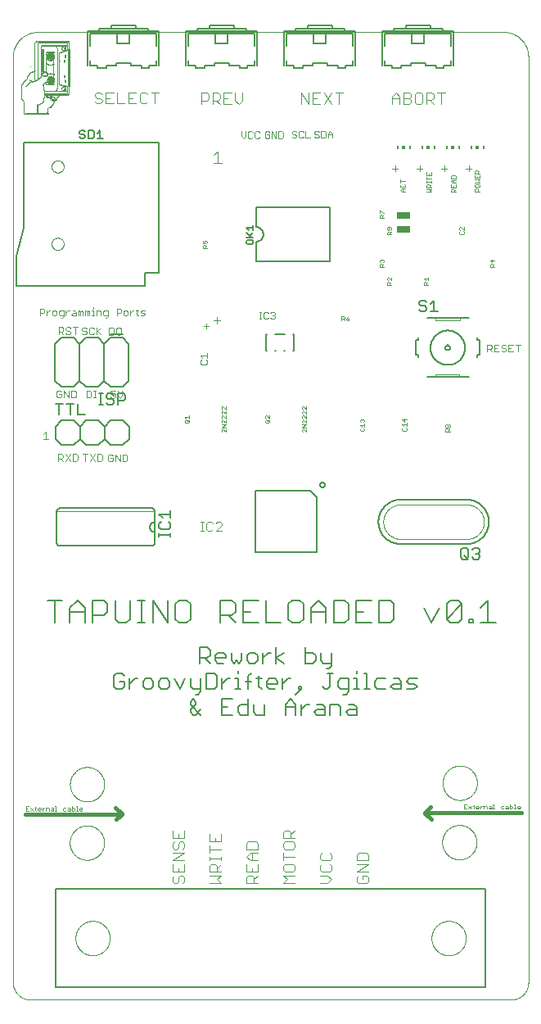
<source format=gto>
G75*
%MOIN*%
%OFA0B0*%
%FSLAX25Y25*%
%IPPOS*%
%LPD*%
%AMOC8*
5,1,8,0,0,1.08239X$1,22.5*
%
%ADD10C,0.00000*%
%ADD11C,0.00800*%
%ADD12C,0.00200*%
%ADD13C,0.00600*%
%ADD14R,0.05775X0.00033*%
%ADD15R,0.05874X0.00033*%
%ADD16R,0.06006X0.00033*%
%ADD17R,0.08085X0.00033*%
%ADD18R,0.09867X0.00033*%
%ADD19R,0.00231X0.00033*%
%ADD20R,0.04059X0.00033*%
%ADD21R,0.00198X0.00033*%
%ADD22R,0.05148X0.00033*%
%ADD23R,0.00198X0.00033*%
%ADD24R,0.01848X0.00033*%
%ADD25R,0.03762X0.00033*%
%ADD26R,0.00264X0.00033*%
%ADD27R,0.00297X0.00033*%
%ADD28R,0.00396X0.00033*%
%ADD29R,0.00528X0.00033*%
%ADD30R,0.00627X0.00033*%
%ADD31R,0.00726X0.00033*%
%ADD32R,0.00726X0.00033*%
%ADD33R,0.00759X0.00033*%
%ADD34R,0.00693X0.00033*%
%ADD35R,0.00660X0.00033*%
%ADD36R,0.00561X0.00033*%
%ADD37R,0.00495X0.00033*%
%ADD38R,0.00429X0.00033*%
%ADD39R,0.00231X0.00033*%
%ADD40R,0.00264X0.00033*%
%ADD41R,0.00462X0.00033*%
%ADD42R,0.00495X0.00033*%
%ADD43R,0.00957X0.00033*%
%ADD44R,0.00924X0.00033*%
%ADD45R,0.00330X0.00033*%
%ADD46R,0.01155X0.00033*%
%ADD47R,0.01452X0.00033*%
%ADD48R,0.01650X0.00033*%
%ADD49R,0.01188X0.00033*%
%ADD50R,0.00528X0.00033*%
%ADD51R,0.01056X0.00033*%
%ADD52R,0.00891X0.00033*%
%ADD53R,0.00033X0.00033*%
%ADD54R,0.00363X0.00033*%
%ADD55R,0.00429X0.00033*%
%ADD56R,0.00858X0.00033*%
%ADD57R,0.01023X0.00033*%
%ADD58R,0.01122X0.00033*%
%ADD59R,0.01254X0.00033*%
%ADD60R,0.01320X0.00033*%
%ADD61R,0.01386X0.00033*%
%ADD62R,0.01419X0.00033*%
%ADD63R,0.01485X0.00033*%
%ADD64R,0.01518X0.00033*%
%ADD65R,0.00990X0.00033*%
%ADD66R,0.01023X0.00033*%
%ADD67R,0.01056X0.00033*%
%ADD68R,0.00825X0.00033*%
%ADD69R,0.05016X0.00033*%
%ADD70R,0.09768X0.00033*%
%ADD71R,0.09801X0.00033*%
%ADD72R,0.09867X0.00033*%
%ADD73R,0.09900X0.00033*%
%ADD74R,0.09933X0.00033*%
%ADD75R,0.05577X0.00033*%
%ADD76R,0.09504X0.00033*%
%ADD77R,0.04158X0.00033*%
%ADD78R,0.08613X0.00033*%
%ADD79R,0.09471X0.00033*%
%ADD80R,0.05544X0.00033*%
%ADD81R,0.00165X0.00033*%
%ADD82R,0.01089X0.00033*%
%ADD83R,0.00462X0.00033*%
%ADD84R,0.00594X0.00033*%
%ADD85R,0.00693X0.00033*%
%ADD86R,0.00099X0.00033*%
%ADD87R,0.00165X0.00033*%
%ADD88R,0.01749X0.00033*%
%ADD89R,0.02145X0.00033*%
%ADD90R,0.02475X0.00033*%
%ADD91R,0.02607X0.00033*%
%ADD92R,0.01782X0.00033*%
%ADD93R,0.03234X0.00033*%
%ADD94R,0.03267X0.00033*%
%ADD95R,0.01221X0.00033*%
%ADD96R,0.01353X0.00033*%
%ADD97R,0.01551X0.00033*%
%ADD98R,0.01683X0.00033*%
%ADD99R,0.01881X0.00033*%
%ADD100R,0.01947X0.00033*%
%ADD101R,0.02013X0.00033*%
%ADD102R,0.02079X0.00033*%
%ADD103R,0.00792X0.00033*%
%ADD104R,0.00759X0.00033*%
%ADD105R,0.00792X0.00033*%
%ADD106R,0.01287X0.00033*%
%ADD107R,0.01353X0.00033*%
%ADD108R,0.01617X0.00033*%
%ADD109R,0.01716X0.00033*%
%ADD110R,0.01815X0.00033*%
%ADD111R,0.00132X0.00033*%
%ADD112R,0.01881X0.00033*%
%ADD113R,0.01980X0.00033*%
%ADD114R,0.00066X0.00033*%
%ADD115R,0.02178X0.00033*%
%ADD116R,0.02046X0.00033*%
%ADD117R,0.02145X0.00033*%
%ADD118R,0.01914X0.00033*%
%ADD119R,0.01617X0.00033*%
%ADD120R,0.01320X0.00033*%
%ADD121R,0.01584X0.00033*%
%ADD122R,0.01287X0.00033*%
%ADD123R,0.01815X0.00033*%
%ADD124R,0.02211X0.00033*%
%ADD125R,0.01551X0.00033*%
%ADD126R,0.01848X0.00033*%
%ADD127R,0.02079X0.00033*%
%ADD128R,0.03201X0.00033*%
%ADD129R,0.06402X0.00033*%
%ADD130R,0.10890X0.00033*%
%ADD131R,0.04950X0.00033*%
%ADD132R,0.12276X0.00033*%
%ADD133R,0.02508X0.00033*%
%ADD134R,0.13266X0.00033*%
%ADD135R,0.13200X0.00033*%
%ADD136R,0.13068X0.00033*%
%ADD137R,0.12969X0.00033*%
%ADD138R,0.12870X0.00033*%
%ADD139R,0.10692X0.00033*%
%ADD140C,0.00400*%
%ADD141C,0.01600*%
%ADD142C,0.00300*%
%ADD143R,0.00591X0.01181*%
%ADD144R,0.01181X0.01181*%
%ADD145C,0.00500*%
%ADD146R,0.05512X0.02559*%
%ADD147C,0.00700*%
D10*
X0027679Y0008071D02*
X0027679Y0384666D01*
X0027682Y0384908D01*
X0027691Y0385151D01*
X0027705Y0385393D01*
X0027726Y0385635D01*
X0027752Y0385876D01*
X0027784Y0386116D01*
X0027822Y0386355D01*
X0027866Y0386594D01*
X0027915Y0386831D01*
X0027971Y0387068D01*
X0028031Y0387302D01*
X0028098Y0387535D01*
X0028170Y0387767D01*
X0028248Y0387997D01*
X0028331Y0388224D01*
X0028420Y0388450D01*
X0028514Y0388674D01*
X0028614Y0388895D01*
X0028718Y0389113D01*
X0028828Y0389329D01*
X0028944Y0389543D01*
X0029064Y0389753D01*
X0029190Y0389961D01*
X0029320Y0390165D01*
X0029455Y0390367D01*
X0029596Y0390564D01*
X0029740Y0390759D01*
X0029890Y0390950D01*
X0030044Y0391137D01*
X0030203Y0391320D01*
X0030366Y0391500D01*
X0030533Y0391676D01*
X0030704Y0391847D01*
X0030880Y0392014D01*
X0031060Y0392177D01*
X0031243Y0392336D01*
X0031430Y0392490D01*
X0031621Y0392640D01*
X0031816Y0392784D01*
X0032013Y0392925D01*
X0032215Y0393060D01*
X0032419Y0393190D01*
X0032627Y0393316D01*
X0032837Y0393436D01*
X0033051Y0393552D01*
X0033267Y0393662D01*
X0033485Y0393766D01*
X0033706Y0393866D01*
X0033930Y0393960D01*
X0034156Y0394049D01*
X0034383Y0394132D01*
X0034613Y0394210D01*
X0034845Y0394282D01*
X0035078Y0394349D01*
X0035312Y0394409D01*
X0035549Y0394465D01*
X0035786Y0394514D01*
X0036025Y0394558D01*
X0036264Y0394596D01*
X0036504Y0394628D01*
X0036745Y0394654D01*
X0036987Y0394675D01*
X0037229Y0394689D01*
X0037472Y0394698D01*
X0037714Y0394701D01*
X0227604Y0394701D01*
X0227846Y0394698D01*
X0228087Y0394689D01*
X0228328Y0394675D01*
X0228569Y0394654D01*
X0228809Y0394628D01*
X0229048Y0394596D01*
X0229287Y0394558D01*
X0229524Y0394515D01*
X0229761Y0394466D01*
X0229996Y0394411D01*
X0230230Y0394350D01*
X0230462Y0394284D01*
X0230693Y0394212D01*
X0230922Y0394134D01*
X0231149Y0394051D01*
X0231373Y0393963D01*
X0231596Y0393869D01*
X0231816Y0393770D01*
X0232034Y0393666D01*
X0232249Y0393556D01*
X0232462Y0393441D01*
X0232672Y0393321D01*
X0232878Y0393196D01*
X0233082Y0393066D01*
X0233282Y0392932D01*
X0233480Y0392792D01*
X0233673Y0392648D01*
X0233863Y0392499D01*
X0234050Y0392345D01*
X0234233Y0392187D01*
X0234411Y0392025D01*
X0234586Y0391858D01*
X0234757Y0391687D01*
X0234924Y0391512D01*
X0235086Y0391334D01*
X0235244Y0391151D01*
X0235398Y0390964D01*
X0235547Y0390774D01*
X0235691Y0390581D01*
X0235831Y0390383D01*
X0235965Y0390183D01*
X0236095Y0389979D01*
X0236220Y0389773D01*
X0236340Y0389563D01*
X0236455Y0389350D01*
X0236565Y0389135D01*
X0236669Y0388917D01*
X0236768Y0388697D01*
X0236862Y0388474D01*
X0236950Y0388250D01*
X0237033Y0388023D01*
X0237111Y0387794D01*
X0237183Y0387563D01*
X0237249Y0387331D01*
X0237310Y0387097D01*
X0237365Y0386862D01*
X0237414Y0386625D01*
X0237457Y0386388D01*
X0237495Y0386149D01*
X0237527Y0385910D01*
X0237553Y0385670D01*
X0237574Y0385429D01*
X0237588Y0385188D01*
X0237597Y0384947D01*
X0237600Y0384705D01*
X0237601Y0384705D02*
X0237601Y0008016D01*
X0237599Y0007846D01*
X0237593Y0007677D01*
X0237583Y0007508D01*
X0237568Y0007339D01*
X0237550Y0007170D01*
X0237527Y0007002D01*
X0237501Y0006835D01*
X0237470Y0006668D01*
X0237436Y0006502D01*
X0237397Y0006337D01*
X0237355Y0006173D01*
X0237308Y0006010D01*
X0237258Y0005848D01*
X0237203Y0005687D01*
X0237145Y0005528D01*
X0237083Y0005370D01*
X0237017Y0005214D01*
X0236948Y0005059D01*
X0236874Y0004907D01*
X0236797Y0004756D01*
X0236717Y0004606D01*
X0236633Y0004459D01*
X0236545Y0004314D01*
X0236454Y0004171D01*
X0236359Y0004030D01*
X0236261Y0003892D01*
X0236160Y0003756D01*
X0236055Y0003623D01*
X0235947Y0003492D01*
X0235837Y0003364D01*
X0235723Y0003238D01*
X0235606Y0003115D01*
X0235486Y0002995D01*
X0235363Y0002878D01*
X0235237Y0002764D01*
X0235109Y0002654D01*
X0234978Y0002546D01*
X0234845Y0002441D01*
X0234709Y0002340D01*
X0234571Y0002242D01*
X0234430Y0002147D01*
X0234287Y0002056D01*
X0234142Y0001968D01*
X0233995Y0001884D01*
X0233845Y0001804D01*
X0233694Y0001727D01*
X0233542Y0001653D01*
X0233387Y0001584D01*
X0233231Y0001518D01*
X0233073Y0001456D01*
X0232914Y0001398D01*
X0232753Y0001343D01*
X0232591Y0001293D01*
X0232428Y0001246D01*
X0232264Y0001204D01*
X0232099Y0001165D01*
X0231933Y0001131D01*
X0231766Y0001100D01*
X0231599Y0001074D01*
X0231431Y0001051D01*
X0231262Y0001033D01*
X0231093Y0001018D01*
X0230924Y0001008D01*
X0230755Y0001002D01*
X0230585Y0001000D01*
X0034750Y0001000D01*
X0034579Y0001002D01*
X0034408Y0001008D01*
X0034238Y0001019D01*
X0034068Y0001033D01*
X0033898Y0001052D01*
X0033728Y0001074D01*
X0033560Y0001101D01*
X0033391Y0001132D01*
X0033224Y0001167D01*
X0033058Y0001205D01*
X0032892Y0001248D01*
X0032728Y0001295D01*
X0032565Y0001346D01*
X0032403Y0001401D01*
X0032243Y0001460D01*
X0032084Y0001522D01*
X0031926Y0001588D01*
X0031770Y0001658D01*
X0031616Y0001732D01*
X0031464Y0001810D01*
X0031314Y0001891D01*
X0031165Y0001976D01*
X0031019Y0002064D01*
X0030875Y0002156D01*
X0030733Y0002252D01*
X0030594Y0002350D01*
X0030457Y0002453D01*
X0030322Y0002558D01*
X0030190Y0002667D01*
X0030061Y0002778D01*
X0029935Y0002893D01*
X0029811Y0003011D01*
X0029690Y0003132D01*
X0029572Y0003256D01*
X0029457Y0003382D01*
X0029346Y0003511D01*
X0029237Y0003643D01*
X0029132Y0003778D01*
X0029029Y0003915D01*
X0028931Y0004054D01*
X0028835Y0004196D01*
X0028743Y0004340D01*
X0028655Y0004486D01*
X0028570Y0004635D01*
X0028489Y0004785D01*
X0028411Y0004937D01*
X0028337Y0005091D01*
X0028267Y0005247D01*
X0028201Y0005405D01*
X0028139Y0005564D01*
X0028080Y0005724D01*
X0028025Y0005886D01*
X0027974Y0006049D01*
X0027927Y0006213D01*
X0027884Y0006379D01*
X0027846Y0006545D01*
X0027811Y0006712D01*
X0027780Y0006881D01*
X0027753Y0007049D01*
X0027731Y0007219D01*
X0027712Y0007389D01*
X0027698Y0007559D01*
X0027687Y0007729D01*
X0027681Y0007900D01*
X0027679Y0008071D01*
X0053179Y0026000D02*
X0053181Y0026172D01*
X0053187Y0026343D01*
X0053198Y0026515D01*
X0053213Y0026686D01*
X0053232Y0026857D01*
X0053255Y0027027D01*
X0053282Y0027197D01*
X0053314Y0027366D01*
X0053349Y0027534D01*
X0053389Y0027701D01*
X0053433Y0027867D01*
X0053480Y0028032D01*
X0053532Y0028196D01*
X0053588Y0028358D01*
X0053648Y0028519D01*
X0053712Y0028679D01*
X0053780Y0028837D01*
X0053851Y0028993D01*
X0053926Y0029147D01*
X0054006Y0029300D01*
X0054088Y0029450D01*
X0054175Y0029599D01*
X0054265Y0029745D01*
X0054359Y0029889D01*
X0054456Y0030031D01*
X0054557Y0030170D01*
X0054661Y0030307D01*
X0054768Y0030441D01*
X0054879Y0030572D01*
X0054992Y0030701D01*
X0055109Y0030827D01*
X0055229Y0030950D01*
X0055352Y0031070D01*
X0055478Y0031187D01*
X0055607Y0031300D01*
X0055738Y0031411D01*
X0055872Y0031518D01*
X0056009Y0031622D01*
X0056148Y0031723D01*
X0056290Y0031820D01*
X0056434Y0031914D01*
X0056580Y0032004D01*
X0056729Y0032091D01*
X0056879Y0032173D01*
X0057032Y0032253D01*
X0057186Y0032328D01*
X0057342Y0032399D01*
X0057500Y0032467D01*
X0057660Y0032531D01*
X0057821Y0032591D01*
X0057983Y0032647D01*
X0058147Y0032699D01*
X0058312Y0032746D01*
X0058478Y0032790D01*
X0058645Y0032830D01*
X0058813Y0032865D01*
X0058982Y0032897D01*
X0059152Y0032924D01*
X0059322Y0032947D01*
X0059493Y0032966D01*
X0059664Y0032981D01*
X0059836Y0032992D01*
X0060007Y0032998D01*
X0060179Y0033000D01*
X0060351Y0032998D01*
X0060522Y0032992D01*
X0060694Y0032981D01*
X0060865Y0032966D01*
X0061036Y0032947D01*
X0061206Y0032924D01*
X0061376Y0032897D01*
X0061545Y0032865D01*
X0061713Y0032830D01*
X0061880Y0032790D01*
X0062046Y0032746D01*
X0062211Y0032699D01*
X0062375Y0032647D01*
X0062537Y0032591D01*
X0062698Y0032531D01*
X0062858Y0032467D01*
X0063016Y0032399D01*
X0063172Y0032328D01*
X0063326Y0032253D01*
X0063479Y0032173D01*
X0063629Y0032091D01*
X0063778Y0032004D01*
X0063924Y0031914D01*
X0064068Y0031820D01*
X0064210Y0031723D01*
X0064349Y0031622D01*
X0064486Y0031518D01*
X0064620Y0031411D01*
X0064751Y0031300D01*
X0064880Y0031187D01*
X0065006Y0031070D01*
X0065129Y0030950D01*
X0065249Y0030827D01*
X0065366Y0030701D01*
X0065479Y0030572D01*
X0065590Y0030441D01*
X0065697Y0030307D01*
X0065801Y0030170D01*
X0065902Y0030031D01*
X0065999Y0029889D01*
X0066093Y0029745D01*
X0066183Y0029599D01*
X0066270Y0029450D01*
X0066352Y0029300D01*
X0066432Y0029147D01*
X0066507Y0028993D01*
X0066578Y0028837D01*
X0066646Y0028679D01*
X0066710Y0028519D01*
X0066770Y0028358D01*
X0066826Y0028196D01*
X0066878Y0028032D01*
X0066925Y0027867D01*
X0066969Y0027701D01*
X0067009Y0027534D01*
X0067044Y0027366D01*
X0067076Y0027197D01*
X0067103Y0027027D01*
X0067126Y0026857D01*
X0067145Y0026686D01*
X0067160Y0026515D01*
X0067171Y0026343D01*
X0067177Y0026172D01*
X0067179Y0026000D01*
X0067177Y0025828D01*
X0067171Y0025657D01*
X0067160Y0025485D01*
X0067145Y0025314D01*
X0067126Y0025143D01*
X0067103Y0024973D01*
X0067076Y0024803D01*
X0067044Y0024634D01*
X0067009Y0024466D01*
X0066969Y0024299D01*
X0066925Y0024133D01*
X0066878Y0023968D01*
X0066826Y0023804D01*
X0066770Y0023642D01*
X0066710Y0023481D01*
X0066646Y0023321D01*
X0066578Y0023163D01*
X0066507Y0023007D01*
X0066432Y0022853D01*
X0066352Y0022700D01*
X0066270Y0022550D01*
X0066183Y0022401D01*
X0066093Y0022255D01*
X0065999Y0022111D01*
X0065902Y0021969D01*
X0065801Y0021830D01*
X0065697Y0021693D01*
X0065590Y0021559D01*
X0065479Y0021428D01*
X0065366Y0021299D01*
X0065249Y0021173D01*
X0065129Y0021050D01*
X0065006Y0020930D01*
X0064880Y0020813D01*
X0064751Y0020700D01*
X0064620Y0020589D01*
X0064486Y0020482D01*
X0064349Y0020378D01*
X0064210Y0020277D01*
X0064068Y0020180D01*
X0063924Y0020086D01*
X0063778Y0019996D01*
X0063629Y0019909D01*
X0063479Y0019827D01*
X0063326Y0019747D01*
X0063172Y0019672D01*
X0063016Y0019601D01*
X0062858Y0019533D01*
X0062698Y0019469D01*
X0062537Y0019409D01*
X0062375Y0019353D01*
X0062211Y0019301D01*
X0062046Y0019254D01*
X0061880Y0019210D01*
X0061713Y0019170D01*
X0061545Y0019135D01*
X0061376Y0019103D01*
X0061206Y0019076D01*
X0061036Y0019053D01*
X0060865Y0019034D01*
X0060694Y0019019D01*
X0060522Y0019008D01*
X0060351Y0019002D01*
X0060179Y0019000D01*
X0060007Y0019002D01*
X0059836Y0019008D01*
X0059664Y0019019D01*
X0059493Y0019034D01*
X0059322Y0019053D01*
X0059152Y0019076D01*
X0058982Y0019103D01*
X0058813Y0019135D01*
X0058645Y0019170D01*
X0058478Y0019210D01*
X0058312Y0019254D01*
X0058147Y0019301D01*
X0057983Y0019353D01*
X0057821Y0019409D01*
X0057660Y0019469D01*
X0057500Y0019533D01*
X0057342Y0019601D01*
X0057186Y0019672D01*
X0057032Y0019747D01*
X0056879Y0019827D01*
X0056729Y0019909D01*
X0056580Y0019996D01*
X0056434Y0020086D01*
X0056290Y0020180D01*
X0056148Y0020277D01*
X0056009Y0020378D01*
X0055872Y0020482D01*
X0055738Y0020589D01*
X0055607Y0020700D01*
X0055478Y0020813D01*
X0055352Y0020930D01*
X0055229Y0021050D01*
X0055109Y0021173D01*
X0054992Y0021299D01*
X0054879Y0021428D01*
X0054768Y0021559D01*
X0054661Y0021693D01*
X0054557Y0021830D01*
X0054456Y0021969D01*
X0054359Y0022111D01*
X0054265Y0022255D01*
X0054175Y0022401D01*
X0054088Y0022550D01*
X0054006Y0022700D01*
X0053926Y0022853D01*
X0053851Y0023007D01*
X0053780Y0023163D01*
X0053712Y0023321D01*
X0053648Y0023481D01*
X0053588Y0023642D01*
X0053532Y0023804D01*
X0053480Y0023968D01*
X0053433Y0024133D01*
X0053389Y0024299D01*
X0053349Y0024466D01*
X0053314Y0024634D01*
X0053282Y0024803D01*
X0053255Y0024973D01*
X0053232Y0025143D01*
X0053213Y0025314D01*
X0053198Y0025485D01*
X0053187Y0025657D01*
X0053181Y0025828D01*
X0053179Y0026000D01*
X0050850Y0064839D02*
X0050852Y0065011D01*
X0050858Y0065182D01*
X0050869Y0065354D01*
X0050884Y0065525D01*
X0050903Y0065696D01*
X0050926Y0065866D01*
X0050953Y0066036D01*
X0050985Y0066205D01*
X0051020Y0066373D01*
X0051060Y0066540D01*
X0051104Y0066706D01*
X0051151Y0066871D01*
X0051203Y0067035D01*
X0051259Y0067197D01*
X0051319Y0067358D01*
X0051383Y0067518D01*
X0051451Y0067676D01*
X0051522Y0067832D01*
X0051597Y0067986D01*
X0051677Y0068139D01*
X0051759Y0068289D01*
X0051846Y0068438D01*
X0051936Y0068584D01*
X0052030Y0068728D01*
X0052127Y0068870D01*
X0052228Y0069009D01*
X0052332Y0069146D01*
X0052439Y0069280D01*
X0052550Y0069411D01*
X0052663Y0069540D01*
X0052780Y0069666D01*
X0052900Y0069789D01*
X0053023Y0069909D01*
X0053149Y0070026D01*
X0053278Y0070139D01*
X0053409Y0070250D01*
X0053543Y0070357D01*
X0053680Y0070461D01*
X0053819Y0070562D01*
X0053961Y0070659D01*
X0054105Y0070753D01*
X0054251Y0070843D01*
X0054400Y0070930D01*
X0054550Y0071012D01*
X0054703Y0071092D01*
X0054857Y0071167D01*
X0055013Y0071238D01*
X0055171Y0071306D01*
X0055331Y0071370D01*
X0055492Y0071430D01*
X0055654Y0071486D01*
X0055818Y0071538D01*
X0055983Y0071585D01*
X0056149Y0071629D01*
X0056316Y0071669D01*
X0056484Y0071704D01*
X0056653Y0071736D01*
X0056823Y0071763D01*
X0056993Y0071786D01*
X0057164Y0071805D01*
X0057335Y0071820D01*
X0057507Y0071831D01*
X0057678Y0071837D01*
X0057850Y0071839D01*
X0058022Y0071837D01*
X0058193Y0071831D01*
X0058365Y0071820D01*
X0058536Y0071805D01*
X0058707Y0071786D01*
X0058877Y0071763D01*
X0059047Y0071736D01*
X0059216Y0071704D01*
X0059384Y0071669D01*
X0059551Y0071629D01*
X0059717Y0071585D01*
X0059882Y0071538D01*
X0060046Y0071486D01*
X0060208Y0071430D01*
X0060369Y0071370D01*
X0060529Y0071306D01*
X0060687Y0071238D01*
X0060843Y0071167D01*
X0060997Y0071092D01*
X0061150Y0071012D01*
X0061300Y0070930D01*
X0061449Y0070843D01*
X0061595Y0070753D01*
X0061739Y0070659D01*
X0061881Y0070562D01*
X0062020Y0070461D01*
X0062157Y0070357D01*
X0062291Y0070250D01*
X0062422Y0070139D01*
X0062551Y0070026D01*
X0062677Y0069909D01*
X0062800Y0069789D01*
X0062920Y0069666D01*
X0063037Y0069540D01*
X0063150Y0069411D01*
X0063261Y0069280D01*
X0063368Y0069146D01*
X0063472Y0069009D01*
X0063573Y0068870D01*
X0063670Y0068728D01*
X0063764Y0068584D01*
X0063854Y0068438D01*
X0063941Y0068289D01*
X0064023Y0068139D01*
X0064103Y0067986D01*
X0064178Y0067832D01*
X0064249Y0067676D01*
X0064317Y0067518D01*
X0064381Y0067358D01*
X0064441Y0067197D01*
X0064497Y0067035D01*
X0064549Y0066871D01*
X0064596Y0066706D01*
X0064640Y0066540D01*
X0064680Y0066373D01*
X0064715Y0066205D01*
X0064747Y0066036D01*
X0064774Y0065866D01*
X0064797Y0065696D01*
X0064816Y0065525D01*
X0064831Y0065354D01*
X0064842Y0065182D01*
X0064848Y0065011D01*
X0064850Y0064839D01*
X0064848Y0064667D01*
X0064842Y0064496D01*
X0064831Y0064324D01*
X0064816Y0064153D01*
X0064797Y0063982D01*
X0064774Y0063812D01*
X0064747Y0063642D01*
X0064715Y0063473D01*
X0064680Y0063305D01*
X0064640Y0063138D01*
X0064596Y0062972D01*
X0064549Y0062807D01*
X0064497Y0062643D01*
X0064441Y0062481D01*
X0064381Y0062320D01*
X0064317Y0062160D01*
X0064249Y0062002D01*
X0064178Y0061846D01*
X0064103Y0061692D01*
X0064023Y0061539D01*
X0063941Y0061389D01*
X0063854Y0061240D01*
X0063764Y0061094D01*
X0063670Y0060950D01*
X0063573Y0060808D01*
X0063472Y0060669D01*
X0063368Y0060532D01*
X0063261Y0060398D01*
X0063150Y0060267D01*
X0063037Y0060138D01*
X0062920Y0060012D01*
X0062800Y0059889D01*
X0062677Y0059769D01*
X0062551Y0059652D01*
X0062422Y0059539D01*
X0062291Y0059428D01*
X0062157Y0059321D01*
X0062020Y0059217D01*
X0061881Y0059116D01*
X0061739Y0059019D01*
X0061595Y0058925D01*
X0061449Y0058835D01*
X0061300Y0058748D01*
X0061150Y0058666D01*
X0060997Y0058586D01*
X0060843Y0058511D01*
X0060687Y0058440D01*
X0060529Y0058372D01*
X0060369Y0058308D01*
X0060208Y0058248D01*
X0060046Y0058192D01*
X0059882Y0058140D01*
X0059717Y0058093D01*
X0059551Y0058049D01*
X0059384Y0058009D01*
X0059216Y0057974D01*
X0059047Y0057942D01*
X0058877Y0057915D01*
X0058707Y0057892D01*
X0058536Y0057873D01*
X0058365Y0057858D01*
X0058193Y0057847D01*
X0058022Y0057841D01*
X0057850Y0057839D01*
X0057678Y0057841D01*
X0057507Y0057847D01*
X0057335Y0057858D01*
X0057164Y0057873D01*
X0056993Y0057892D01*
X0056823Y0057915D01*
X0056653Y0057942D01*
X0056484Y0057974D01*
X0056316Y0058009D01*
X0056149Y0058049D01*
X0055983Y0058093D01*
X0055818Y0058140D01*
X0055654Y0058192D01*
X0055492Y0058248D01*
X0055331Y0058308D01*
X0055171Y0058372D01*
X0055013Y0058440D01*
X0054857Y0058511D01*
X0054703Y0058586D01*
X0054550Y0058666D01*
X0054400Y0058748D01*
X0054251Y0058835D01*
X0054105Y0058925D01*
X0053961Y0059019D01*
X0053819Y0059116D01*
X0053680Y0059217D01*
X0053543Y0059321D01*
X0053409Y0059428D01*
X0053278Y0059539D01*
X0053149Y0059652D01*
X0053023Y0059769D01*
X0052900Y0059889D01*
X0052780Y0060012D01*
X0052663Y0060138D01*
X0052550Y0060267D01*
X0052439Y0060398D01*
X0052332Y0060532D01*
X0052228Y0060669D01*
X0052127Y0060808D01*
X0052030Y0060950D01*
X0051936Y0061094D01*
X0051846Y0061240D01*
X0051759Y0061389D01*
X0051677Y0061539D01*
X0051597Y0061692D01*
X0051522Y0061846D01*
X0051451Y0062002D01*
X0051383Y0062160D01*
X0051319Y0062320D01*
X0051259Y0062481D01*
X0051203Y0062643D01*
X0051151Y0062807D01*
X0051104Y0062972D01*
X0051060Y0063138D01*
X0051020Y0063305D01*
X0050985Y0063473D01*
X0050953Y0063642D01*
X0050926Y0063812D01*
X0050903Y0063982D01*
X0050884Y0064153D01*
X0050869Y0064324D01*
X0050858Y0064496D01*
X0050852Y0064667D01*
X0050850Y0064839D01*
X0050919Y0088621D02*
X0050921Y0088793D01*
X0050927Y0088964D01*
X0050938Y0089136D01*
X0050953Y0089307D01*
X0050972Y0089478D01*
X0050995Y0089648D01*
X0051022Y0089818D01*
X0051054Y0089987D01*
X0051089Y0090155D01*
X0051129Y0090322D01*
X0051173Y0090488D01*
X0051220Y0090653D01*
X0051272Y0090817D01*
X0051328Y0090979D01*
X0051388Y0091140D01*
X0051452Y0091300D01*
X0051520Y0091458D01*
X0051591Y0091614D01*
X0051666Y0091768D01*
X0051746Y0091921D01*
X0051828Y0092071D01*
X0051915Y0092220D01*
X0052005Y0092366D01*
X0052099Y0092510D01*
X0052196Y0092652D01*
X0052297Y0092791D01*
X0052401Y0092928D01*
X0052508Y0093062D01*
X0052619Y0093193D01*
X0052732Y0093322D01*
X0052849Y0093448D01*
X0052969Y0093571D01*
X0053092Y0093691D01*
X0053218Y0093808D01*
X0053347Y0093921D01*
X0053478Y0094032D01*
X0053612Y0094139D01*
X0053749Y0094243D01*
X0053888Y0094344D01*
X0054030Y0094441D01*
X0054174Y0094535D01*
X0054320Y0094625D01*
X0054469Y0094712D01*
X0054619Y0094794D01*
X0054772Y0094874D01*
X0054926Y0094949D01*
X0055082Y0095020D01*
X0055240Y0095088D01*
X0055400Y0095152D01*
X0055561Y0095212D01*
X0055723Y0095268D01*
X0055887Y0095320D01*
X0056052Y0095367D01*
X0056218Y0095411D01*
X0056385Y0095451D01*
X0056553Y0095486D01*
X0056722Y0095518D01*
X0056892Y0095545D01*
X0057062Y0095568D01*
X0057233Y0095587D01*
X0057404Y0095602D01*
X0057576Y0095613D01*
X0057747Y0095619D01*
X0057919Y0095621D01*
X0058091Y0095619D01*
X0058262Y0095613D01*
X0058434Y0095602D01*
X0058605Y0095587D01*
X0058776Y0095568D01*
X0058946Y0095545D01*
X0059116Y0095518D01*
X0059285Y0095486D01*
X0059453Y0095451D01*
X0059620Y0095411D01*
X0059786Y0095367D01*
X0059951Y0095320D01*
X0060115Y0095268D01*
X0060277Y0095212D01*
X0060438Y0095152D01*
X0060598Y0095088D01*
X0060756Y0095020D01*
X0060912Y0094949D01*
X0061066Y0094874D01*
X0061219Y0094794D01*
X0061369Y0094712D01*
X0061518Y0094625D01*
X0061664Y0094535D01*
X0061808Y0094441D01*
X0061950Y0094344D01*
X0062089Y0094243D01*
X0062226Y0094139D01*
X0062360Y0094032D01*
X0062491Y0093921D01*
X0062620Y0093808D01*
X0062746Y0093691D01*
X0062869Y0093571D01*
X0062989Y0093448D01*
X0063106Y0093322D01*
X0063219Y0093193D01*
X0063330Y0093062D01*
X0063437Y0092928D01*
X0063541Y0092791D01*
X0063642Y0092652D01*
X0063739Y0092510D01*
X0063833Y0092366D01*
X0063923Y0092220D01*
X0064010Y0092071D01*
X0064092Y0091921D01*
X0064172Y0091768D01*
X0064247Y0091614D01*
X0064318Y0091458D01*
X0064386Y0091300D01*
X0064450Y0091140D01*
X0064510Y0090979D01*
X0064566Y0090817D01*
X0064618Y0090653D01*
X0064665Y0090488D01*
X0064709Y0090322D01*
X0064749Y0090155D01*
X0064784Y0089987D01*
X0064816Y0089818D01*
X0064843Y0089648D01*
X0064866Y0089478D01*
X0064885Y0089307D01*
X0064900Y0089136D01*
X0064911Y0088964D01*
X0064917Y0088793D01*
X0064919Y0088621D01*
X0064917Y0088449D01*
X0064911Y0088278D01*
X0064900Y0088106D01*
X0064885Y0087935D01*
X0064866Y0087764D01*
X0064843Y0087594D01*
X0064816Y0087424D01*
X0064784Y0087255D01*
X0064749Y0087087D01*
X0064709Y0086920D01*
X0064665Y0086754D01*
X0064618Y0086589D01*
X0064566Y0086425D01*
X0064510Y0086263D01*
X0064450Y0086102D01*
X0064386Y0085942D01*
X0064318Y0085784D01*
X0064247Y0085628D01*
X0064172Y0085474D01*
X0064092Y0085321D01*
X0064010Y0085171D01*
X0063923Y0085022D01*
X0063833Y0084876D01*
X0063739Y0084732D01*
X0063642Y0084590D01*
X0063541Y0084451D01*
X0063437Y0084314D01*
X0063330Y0084180D01*
X0063219Y0084049D01*
X0063106Y0083920D01*
X0062989Y0083794D01*
X0062869Y0083671D01*
X0062746Y0083551D01*
X0062620Y0083434D01*
X0062491Y0083321D01*
X0062360Y0083210D01*
X0062226Y0083103D01*
X0062089Y0082999D01*
X0061950Y0082898D01*
X0061808Y0082801D01*
X0061664Y0082707D01*
X0061518Y0082617D01*
X0061369Y0082530D01*
X0061219Y0082448D01*
X0061066Y0082368D01*
X0060912Y0082293D01*
X0060756Y0082222D01*
X0060598Y0082154D01*
X0060438Y0082090D01*
X0060277Y0082030D01*
X0060115Y0081974D01*
X0059951Y0081922D01*
X0059786Y0081875D01*
X0059620Y0081831D01*
X0059453Y0081791D01*
X0059285Y0081756D01*
X0059116Y0081724D01*
X0058946Y0081697D01*
X0058776Y0081674D01*
X0058605Y0081655D01*
X0058434Y0081640D01*
X0058262Y0081629D01*
X0058091Y0081623D01*
X0057919Y0081621D01*
X0057747Y0081623D01*
X0057576Y0081629D01*
X0057404Y0081640D01*
X0057233Y0081655D01*
X0057062Y0081674D01*
X0056892Y0081697D01*
X0056722Y0081724D01*
X0056553Y0081756D01*
X0056385Y0081791D01*
X0056218Y0081831D01*
X0056052Y0081875D01*
X0055887Y0081922D01*
X0055723Y0081974D01*
X0055561Y0082030D01*
X0055400Y0082090D01*
X0055240Y0082154D01*
X0055082Y0082222D01*
X0054926Y0082293D01*
X0054772Y0082368D01*
X0054619Y0082448D01*
X0054469Y0082530D01*
X0054320Y0082617D01*
X0054174Y0082707D01*
X0054030Y0082801D01*
X0053888Y0082898D01*
X0053749Y0082999D01*
X0053612Y0083103D01*
X0053478Y0083210D01*
X0053347Y0083321D01*
X0053218Y0083434D01*
X0053092Y0083551D01*
X0052969Y0083671D01*
X0052849Y0083794D01*
X0052732Y0083920D01*
X0052619Y0084049D01*
X0052508Y0084180D01*
X0052401Y0084314D01*
X0052297Y0084451D01*
X0052196Y0084590D01*
X0052099Y0084732D01*
X0052005Y0084876D01*
X0051915Y0085022D01*
X0051828Y0085171D01*
X0051746Y0085321D01*
X0051666Y0085474D01*
X0051591Y0085628D01*
X0051520Y0085784D01*
X0051452Y0085942D01*
X0051388Y0086102D01*
X0051328Y0086263D01*
X0051272Y0086425D01*
X0051220Y0086589D01*
X0051173Y0086754D01*
X0051129Y0086920D01*
X0051089Y0087087D01*
X0051054Y0087255D01*
X0051022Y0087424D01*
X0050995Y0087594D01*
X0050972Y0087764D01*
X0050953Y0087935D01*
X0050938Y0088106D01*
X0050927Y0088278D01*
X0050921Y0088449D01*
X0050919Y0088621D01*
X0043453Y0308505D02*
X0043455Y0308604D01*
X0043461Y0308703D01*
X0043471Y0308802D01*
X0043485Y0308900D01*
X0043503Y0308997D01*
X0043525Y0309094D01*
X0043550Y0309190D01*
X0043580Y0309284D01*
X0043613Y0309378D01*
X0043650Y0309470D01*
X0043691Y0309560D01*
X0043735Y0309649D01*
X0043783Y0309735D01*
X0043834Y0309820D01*
X0043889Y0309903D01*
X0043947Y0309983D01*
X0044008Y0310061D01*
X0044072Y0310137D01*
X0044139Y0310210D01*
X0044209Y0310280D01*
X0044282Y0310347D01*
X0044358Y0310411D01*
X0044436Y0310472D01*
X0044516Y0310530D01*
X0044599Y0310585D01*
X0044683Y0310636D01*
X0044770Y0310684D01*
X0044859Y0310728D01*
X0044949Y0310769D01*
X0045041Y0310806D01*
X0045135Y0310839D01*
X0045229Y0310869D01*
X0045325Y0310894D01*
X0045422Y0310916D01*
X0045519Y0310934D01*
X0045617Y0310948D01*
X0045716Y0310958D01*
X0045815Y0310964D01*
X0045914Y0310966D01*
X0046013Y0310964D01*
X0046112Y0310958D01*
X0046211Y0310948D01*
X0046309Y0310934D01*
X0046406Y0310916D01*
X0046503Y0310894D01*
X0046599Y0310869D01*
X0046693Y0310839D01*
X0046787Y0310806D01*
X0046879Y0310769D01*
X0046969Y0310728D01*
X0047058Y0310684D01*
X0047144Y0310636D01*
X0047229Y0310585D01*
X0047312Y0310530D01*
X0047392Y0310472D01*
X0047470Y0310411D01*
X0047546Y0310347D01*
X0047619Y0310280D01*
X0047689Y0310210D01*
X0047756Y0310137D01*
X0047820Y0310061D01*
X0047881Y0309983D01*
X0047939Y0309903D01*
X0047994Y0309820D01*
X0048045Y0309736D01*
X0048093Y0309649D01*
X0048137Y0309560D01*
X0048178Y0309470D01*
X0048215Y0309378D01*
X0048248Y0309284D01*
X0048278Y0309190D01*
X0048303Y0309094D01*
X0048325Y0308997D01*
X0048343Y0308900D01*
X0048357Y0308802D01*
X0048367Y0308703D01*
X0048373Y0308604D01*
X0048375Y0308505D01*
X0048373Y0308406D01*
X0048367Y0308307D01*
X0048357Y0308208D01*
X0048343Y0308110D01*
X0048325Y0308013D01*
X0048303Y0307916D01*
X0048278Y0307820D01*
X0048248Y0307726D01*
X0048215Y0307632D01*
X0048178Y0307540D01*
X0048137Y0307450D01*
X0048093Y0307361D01*
X0048045Y0307275D01*
X0047994Y0307190D01*
X0047939Y0307107D01*
X0047881Y0307027D01*
X0047820Y0306949D01*
X0047756Y0306873D01*
X0047689Y0306800D01*
X0047619Y0306730D01*
X0047546Y0306663D01*
X0047470Y0306599D01*
X0047392Y0306538D01*
X0047312Y0306480D01*
X0047229Y0306425D01*
X0047145Y0306374D01*
X0047058Y0306326D01*
X0046969Y0306282D01*
X0046879Y0306241D01*
X0046787Y0306204D01*
X0046693Y0306171D01*
X0046599Y0306141D01*
X0046503Y0306116D01*
X0046406Y0306094D01*
X0046309Y0306076D01*
X0046211Y0306062D01*
X0046112Y0306052D01*
X0046013Y0306046D01*
X0045914Y0306044D01*
X0045815Y0306046D01*
X0045716Y0306052D01*
X0045617Y0306062D01*
X0045519Y0306076D01*
X0045422Y0306094D01*
X0045325Y0306116D01*
X0045229Y0306141D01*
X0045135Y0306171D01*
X0045041Y0306204D01*
X0044949Y0306241D01*
X0044859Y0306282D01*
X0044770Y0306326D01*
X0044684Y0306374D01*
X0044599Y0306425D01*
X0044516Y0306480D01*
X0044436Y0306538D01*
X0044358Y0306599D01*
X0044282Y0306663D01*
X0044209Y0306730D01*
X0044139Y0306800D01*
X0044072Y0306873D01*
X0044008Y0306949D01*
X0043947Y0307027D01*
X0043889Y0307107D01*
X0043834Y0307190D01*
X0043783Y0307274D01*
X0043735Y0307361D01*
X0043691Y0307450D01*
X0043650Y0307540D01*
X0043613Y0307632D01*
X0043580Y0307726D01*
X0043550Y0307820D01*
X0043525Y0307916D01*
X0043503Y0308013D01*
X0043485Y0308110D01*
X0043471Y0308208D01*
X0043461Y0308307D01*
X0043455Y0308406D01*
X0043453Y0308505D01*
X0043453Y0340001D02*
X0043455Y0340100D01*
X0043461Y0340199D01*
X0043471Y0340298D01*
X0043485Y0340396D01*
X0043503Y0340493D01*
X0043525Y0340590D01*
X0043550Y0340686D01*
X0043580Y0340780D01*
X0043613Y0340874D01*
X0043650Y0340966D01*
X0043691Y0341056D01*
X0043735Y0341145D01*
X0043783Y0341231D01*
X0043834Y0341316D01*
X0043889Y0341399D01*
X0043947Y0341479D01*
X0044008Y0341557D01*
X0044072Y0341633D01*
X0044139Y0341706D01*
X0044209Y0341776D01*
X0044282Y0341843D01*
X0044358Y0341907D01*
X0044436Y0341968D01*
X0044516Y0342026D01*
X0044599Y0342081D01*
X0044683Y0342132D01*
X0044770Y0342180D01*
X0044859Y0342224D01*
X0044949Y0342265D01*
X0045041Y0342302D01*
X0045135Y0342335D01*
X0045229Y0342365D01*
X0045325Y0342390D01*
X0045422Y0342412D01*
X0045519Y0342430D01*
X0045617Y0342444D01*
X0045716Y0342454D01*
X0045815Y0342460D01*
X0045914Y0342462D01*
X0046013Y0342460D01*
X0046112Y0342454D01*
X0046211Y0342444D01*
X0046309Y0342430D01*
X0046406Y0342412D01*
X0046503Y0342390D01*
X0046599Y0342365D01*
X0046693Y0342335D01*
X0046787Y0342302D01*
X0046879Y0342265D01*
X0046969Y0342224D01*
X0047058Y0342180D01*
X0047144Y0342132D01*
X0047229Y0342081D01*
X0047312Y0342026D01*
X0047392Y0341968D01*
X0047470Y0341907D01*
X0047546Y0341843D01*
X0047619Y0341776D01*
X0047689Y0341706D01*
X0047756Y0341633D01*
X0047820Y0341557D01*
X0047881Y0341479D01*
X0047939Y0341399D01*
X0047994Y0341316D01*
X0048045Y0341232D01*
X0048093Y0341145D01*
X0048137Y0341056D01*
X0048178Y0340966D01*
X0048215Y0340874D01*
X0048248Y0340780D01*
X0048278Y0340686D01*
X0048303Y0340590D01*
X0048325Y0340493D01*
X0048343Y0340396D01*
X0048357Y0340298D01*
X0048367Y0340199D01*
X0048373Y0340100D01*
X0048375Y0340001D01*
X0048373Y0339902D01*
X0048367Y0339803D01*
X0048357Y0339704D01*
X0048343Y0339606D01*
X0048325Y0339509D01*
X0048303Y0339412D01*
X0048278Y0339316D01*
X0048248Y0339222D01*
X0048215Y0339128D01*
X0048178Y0339036D01*
X0048137Y0338946D01*
X0048093Y0338857D01*
X0048045Y0338771D01*
X0047994Y0338686D01*
X0047939Y0338603D01*
X0047881Y0338523D01*
X0047820Y0338445D01*
X0047756Y0338369D01*
X0047689Y0338296D01*
X0047619Y0338226D01*
X0047546Y0338159D01*
X0047470Y0338095D01*
X0047392Y0338034D01*
X0047312Y0337976D01*
X0047229Y0337921D01*
X0047145Y0337870D01*
X0047058Y0337822D01*
X0046969Y0337778D01*
X0046879Y0337737D01*
X0046787Y0337700D01*
X0046693Y0337667D01*
X0046599Y0337637D01*
X0046503Y0337612D01*
X0046406Y0337590D01*
X0046309Y0337572D01*
X0046211Y0337558D01*
X0046112Y0337548D01*
X0046013Y0337542D01*
X0045914Y0337540D01*
X0045815Y0337542D01*
X0045716Y0337548D01*
X0045617Y0337558D01*
X0045519Y0337572D01*
X0045422Y0337590D01*
X0045325Y0337612D01*
X0045229Y0337637D01*
X0045135Y0337667D01*
X0045041Y0337700D01*
X0044949Y0337737D01*
X0044859Y0337778D01*
X0044770Y0337822D01*
X0044684Y0337870D01*
X0044599Y0337921D01*
X0044516Y0337976D01*
X0044436Y0338034D01*
X0044358Y0338095D01*
X0044282Y0338159D01*
X0044209Y0338226D01*
X0044139Y0338296D01*
X0044072Y0338369D01*
X0044008Y0338445D01*
X0043947Y0338523D01*
X0043889Y0338603D01*
X0043834Y0338686D01*
X0043783Y0338770D01*
X0043735Y0338857D01*
X0043691Y0338946D01*
X0043650Y0339036D01*
X0043613Y0339128D01*
X0043580Y0339222D01*
X0043550Y0339316D01*
X0043525Y0339412D01*
X0043503Y0339509D01*
X0043485Y0339606D01*
X0043471Y0339704D01*
X0043461Y0339803D01*
X0043455Y0339902D01*
X0043453Y0340001D01*
X0202726Y0089198D02*
X0202728Y0089370D01*
X0202734Y0089541D01*
X0202745Y0089713D01*
X0202760Y0089884D01*
X0202779Y0090055D01*
X0202802Y0090225D01*
X0202829Y0090395D01*
X0202861Y0090564D01*
X0202896Y0090732D01*
X0202936Y0090899D01*
X0202980Y0091065D01*
X0203027Y0091230D01*
X0203079Y0091394D01*
X0203135Y0091556D01*
X0203195Y0091717D01*
X0203259Y0091877D01*
X0203327Y0092035D01*
X0203398Y0092191D01*
X0203473Y0092345D01*
X0203553Y0092498D01*
X0203635Y0092648D01*
X0203722Y0092797D01*
X0203812Y0092943D01*
X0203906Y0093087D01*
X0204003Y0093229D01*
X0204104Y0093368D01*
X0204208Y0093505D01*
X0204315Y0093639D01*
X0204426Y0093770D01*
X0204539Y0093899D01*
X0204656Y0094025D01*
X0204776Y0094148D01*
X0204899Y0094268D01*
X0205025Y0094385D01*
X0205154Y0094498D01*
X0205285Y0094609D01*
X0205419Y0094716D01*
X0205556Y0094820D01*
X0205695Y0094921D01*
X0205837Y0095018D01*
X0205981Y0095112D01*
X0206127Y0095202D01*
X0206276Y0095289D01*
X0206426Y0095371D01*
X0206579Y0095451D01*
X0206733Y0095526D01*
X0206889Y0095597D01*
X0207047Y0095665D01*
X0207207Y0095729D01*
X0207368Y0095789D01*
X0207530Y0095845D01*
X0207694Y0095897D01*
X0207859Y0095944D01*
X0208025Y0095988D01*
X0208192Y0096028D01*
X0208360Y0096063D01*
X0208529Y0096095D01*
X0208699Y0096122D01*
X0208869Y0096145D01*
X0209040Y0096164D01*
X0209211Y0096179D01*
X0209383Y0096190D01*
X0209554Y0096196D01*
X0209726Y0096198D01*
X0209898Y0096196D01*
X0210069Y0096190D01*
X0210241Y0096179D01*
X0210412Y0096164D01*
X0210583Y0096145D01*
X0210753Y0096122D01*
X0210923Y0096095D01*
X0211092Y0096063D01*
X0211260Y0096028D01*
X0211427Y0095988D01*
X0211593Y0095944D01*
X0211758Y0095897D01*
X0211922Y0095845D01*
X0212084Y0095789D01*
X0212245Y0095729D01*
X0212405Y0095665D01*
X0212563Y0095597D01*
X0212719Y0095526D01*
X0212873Y0095451D01*
X0213026Y0095371D01*
X0213176Y0095289D01*
X0213325Y0095202D01*
X0213471Y0095112D01*
X0213615Y0095018D01*
X0213757Y0094921D01*
X0213896Y0094820D01*
X0214033Y0094716D01*
X0214167Y0094609D01*
X0214298Y0094498D01*
X0214427Y0094385D01*
X0214553Y0094268D01*
X0214676Y0094148D01*
X0214796Y0094025D01*
X0214913Y0093899D01*
X0215026Y0093770D01*
X0215137Y0093639D01*
X0215244Y0093505D01*
X0215348Y0093368D01*
X0215449Y0093229D01*
X0215546Y0093087D01*
X0215640Y0092943D01*
X0215730Y0092797D01*
X0215817Y0092648D01*
X0215899Y0092498D01*
X0215979Y0092345D01*
X0216054Y0092191D01*
X0216125Y0092035D01*
X0216193Y0091877D01*
X0216257Y0091717D01*
X0216317Y0091556D01*
X0216373Y0091394D01*
X0216425Y0091230D01*
X0216472Y0091065D01*
X0216516Y0090899D01*
X0216556Y0090732D01*
X0216591Y0090564D01*
X0216623Y0090395D01*
X0216650Y0090225D01*
X0216673Y0090055D01*
X0216692Y0089884D01*
X0216707Y0089713D01*
X0216718Y0089541D01*
X0216724Y0089370D01*
X0216726Y0089198D01*
X0216724Y0089026D01*
X0216718Y0088855D01*
X0216707Y0088683D01*
X0216692Y0088512D01*
X0216673Y0088341D01*
X0216650Y0088171D01*
X0216623Y0088001D01*
X0216591Y0087832D01*
X0216556Y0087664D01*
X0216516Y0087497D01*
X0216472Y0087331D01*
X0216425Y0087166D01*
X0216373Y0087002D01*
X0216317Y0086840D01*
X0216257Y0086679D01*
X0216193Y0086519D01*
X0216125Y0086361D01*
X0216054Y0086205D01*
X0215979Y0086051D01*
X0215899Y0085898D01*
X0215817Y0085748D01*
X0215730Y0085599D01*
X0215640Y0085453D01*
X0215546Y0085309D01*
X0215449Y0085167D01*
X0215348Y0085028D01*
X0215244Y0084891D01*
X0215137Y0084757D01*
X0215026Y0084626D01*
X0214913Y0084497D01*
X0214796Y0084371D01*
X0214676Y0084248D01*
X0214553Y0084128D01*
X0214427Y0084011D01*
X0214298Y0083898D01*
X0214167Y0083787D01*
X0214033Y0083680D01*
X0213896Y0083576D01*
X0213757Y0083475D01*
X0213615Y0083378D01*
X0213471Y0083284D01*
X0213325Y0083194D01*
X0213176Y0083107D01*
X0213026Y0083025D01*
X0212873Y0082945D01*
X0212719Y0082870D01*
X0212563Y0082799D01*
X0212405Y0082731D01*
X0212245Y0082667D01*
X0212084Y0082607D01*
X0211922Y0082551D01*
X0211758Y0082499D01*
X0211593Y0082452D01*
X0211427Y0082408D01*
X0211260Y0082368D01*
X0211092Y0082333D01*
X0210923Y0082301D01*
X0210753Y0082274D01*
X0210583Y0082251D01*
X0210412Y0082232D01*
X0210241Y0082217D01*
X0210069Y0082206D01*
X0209898Y0082200D01*
X0209726Y0082198D01*
X0209554Y0082200D01*
X0209383Y0082206D01*
X0209211Y0082217D01*
X0209040Y0082232D01*
X0208869Y0082251D01*
X0208699Y0082274D01*
X0208529Y0082301D01*
X0208360Y0082333D01*
X0208192Y0082368D01*
X0208025Y0082408D01*
X0207859Y0082452D01*
X0207694Y0082499D01*
X0207530Y0082551D01*
X0207368Y0082607D01*
X0207207Y0082667D01*
X0207047Y0082731D01*
X0206889Y0082799D01*
X0206733Y0082870D01*
X0206579Y0082945D01*
X0206426Y0083025D01*
X0206276Y0083107D01*
X0206127Y0083194D01*
X0205981Y0083284D01*
X0205837Y0083378D01*
X0205695Y0083475D01*
X0205556Y0083576D01*
X0205419Y0083680D01*
X0205285Y0083787D01*
X0205154Y0083898D01*
X0205025Y0084011D01*
X0204899Y0084128D01*
X0204776Y0084248D01*
X0204656Y0084371D01*
X0204539Y0084497D01*
X0204426Y0084626D01*
X0204315Y0084757D01*
X0204208Y0084891D01*
X0204104Y0085028D01*
X0204003Y0085167D01*
X0203906Y0085309D01*
X0203812Y0085453D01*
X0203722Y0085599D01*
X0203635Y0085748D01*
X0203553Y0085898D01*
X0203473Y0086051D01*
X0203398Y0086205D01*
X0203327Y0086361D01*
X0203259Y0086519D01*
X0203195Y0086679D01*
X0203135Y0086840D01*
X0203079Y0087002D01*
X0203027Y0087166D01*
X0202980Y0087331D01*
X0202936Y0087497D01*
X0202896Y0087664D01*
X0202861Y0087832D01*
X0202829Y0088001D01*
X0202802Y0088171D01*
X0202779Y0088341D01*
X0202760Y0088512D01*
X0202745Y0088683D01*
X0202734Y0088855D01*
X0202728Y0089026D01*
X0202726Y0089198D01*
X0202516Y0065023D02*
X0202518Y0065195D01*
X0202524Y0065366D01*
X0202535Y0065538D01*
X0202550Y0065709D01*
X0202569Y0065880D01*
X0202592Y0066050D01*
X0202619Y0066220D01*
X0202651Y0066389D01*
X0202686Y0066557D01*
X0202726Y0066724D01*
X0202770Y0066890D01*
X0202817Y0067055D01*
X0202869Y0067219D01*
X0202925Y0067381D01*
X0202985Y0067542D01*
X0203049Y0067702D01*
X0203117Y0067860D01*
X0203188Y0068016D01*
X0203263Y0068170D01*
X0203343Y0068323D01*
X0203425Y0068473D01*
X0203512Y0068622D01*
X0203602Y0068768D01*
X0203696Y0068912D01*
X0203793Y0069054D01*
X0203894Y0069193D01*
X0203998Y0069330D01*
X0204105Y0069464D01*
X0204216Y0069595D01*
X0204329Y0069724D01*
X0204446Y0069850D01*
X0204566Y0069973D01*
X0204689Y0070093D01*
X0204815Y0070210D01*
X0204944Y0070323D01*
X0205075Y0070434D01*
X0205209Y0070541D01*
X0205346Y0070645D01*
X0205485Y0070746D01*
X0205627Y0070843D01*
X0205771Y0070937D01*
X0205917Y0071027D01*
X0206066Y0071114D01*
X0206216Y0071196D01*
X0206369Y0071276D01*
X0206523Y0071351D01*
X0206679Y0071422D01*
X0206837Y0071490D01*
X0206997Y0071554D01*
X0207158Y0071614D01*
X0207320Y0071670D01*
X0207484Y0071722D01*
X0207649Y0071769D01*
X0207815Y0071813D01*
X0207982Y0071853D01*
X0208150Y0071888D01*
X0208319Y0071920D01*
X0208489Y0071947D01*
X0208659Y0071970D01*
X0208830Y0071989D01*
X0209001Y0072004D01*
X0209173Y0072015D01*
X0209344Y0072021D01*
X0209516Y0072023D01*
X0209688Y0072021D01*
X0209859Y0072015D01*
X0210031Y0072004D01*
X0210202Y0071989D01*
X0210373Y0071970D01*
X0210543Y0071947D01*
X0210713Y0071920D01*
X0210882Y0071888D01*
X0211050Y0071853D01*
X0211217Y0071813D01*
X0211383Y0071769D01*
X0211548Y0071722D01*
X0211712Y0071670D01*
X0211874Y0071614D01*
X0212035Y0071554D01*
X0212195Y0071490D01*
X0212353Y0071422D01*
X0212509Y0071351D01*
X0212663Y0071276D01*
X0212816Y0071196D01*
X0212966Y0071114D01*
X0213115Y0071027D01*
X0213261Y0070937D01*
X0213405Y0070843D01*
X0213547Y0070746D01*
X0213686Y0070645D01*
X0213823Y0070541D01*
X0213957Y0070434D01*
X0214088Y0070323D01*
X0214217Y0070210D01*
X0214343Y0070093D01*
X0214466Y0069973D01*
X0214586Y0069850D01*
X0214703Y0069724D01*
X0214816Y0069595D01*
X0214927Y0069464D01*
X0215034Y0069330D01*
X0215138Y0069193D01*
X0215239Y0069054D01*
X0215336Y0068912D01*
X0215430Y0068768D01*
X0215520Y0068622D01*
X0215607Y0068473D01*
X0215689Y0068323D01*
X0215769Y0068170D01*
X0215844Y0068016D01*
X0215915Y0067860D01*
X0215983Y0067702D01*
X0216047Y0067542D01*
X0216107Y0067381D01*
X0216163Y0067219D01*
X0216215Y0067055D01*
X0216262Y0066890D01*
X0216306Y0066724D01*
X0216346Y0066557D01*
X0216381Y0066389D01*
X0216413Y0066220D01*
X0216440Y0066050D01*
X0216463Y0065880D01*
X0216482Y0065709D01*
X0216497Y0065538D01*
X0216508Y0065366D01*
X0216514Y0065195D01*
X0216516Y0065023D01*
X0216514Y0064851D01*
X0216508Y0064680D01*
X0216497Y0064508D01*
X0216482Y0064337D01*
X0216463Y0064166D01*
X0216440Y0063996D01*
X0216413Y0063826D01*
X0216381Y0063657D01*
X0216346Y0063489D01*
X0216306Y0063322D01*
X0216262Y0063156D01*
X0216215Y0062991D01*
X0216163Y0062827D01*
X0216107Y0062665D01*
X0216047Y0062504D01*
X0215983Y0062344D01*
X0215915Y0062186D01*
X0215844Y0062030D01*
X0215769Y0061876D01*
X0215689Y0061723D01*
X0215607Y0061573D01*
X0215520Y0061424D01*
X0215430Y0061278D01*
X0215336Y0061134D01*
X0215239Y0060992D01*
X0215138Y0060853D01*
X0215034Y0060716D01*
X0214927Y0060582D01*
X0214816Y0060451D01*
X0214703Y0060322D01*
X0214586Y0060196D01*
X0214466Y0060073D01*
X0214343Y0059953D01*
X0214217Y0059836D01*
X0214088Y0059723D01*
X0213957Y0059612D01*
X0213823Y0059505D01*
X0213686Y0059401D01*
X0213547Y0059300D01*
X0213405Y0059203D01*
X0213261Y0059109D01*
X0213115Y0059019D01*
X0212966Y0058932D01*
X0212816Y0058850D01*
X0212663Y0058770D01*
X0212509Y0058695D01*
X0212353Y0058624D01*
X0212195Y0058556D01*
X0212035Y0058492D01*
X0211874Y0058432D01*
X0211712Y0058376D01*
X0211548Y0058324D01*
X0211383Y0058277D01*
X0211217Y0058233D01*
X0211050Y0058193D01*
X0210882Y0058158D01*
X0210713Y0058126D01*
X0210543Y0058099D01*
X0210373Y0058076D01*
X0210202Y0058057D01*
X0210031Y0058042D01*
X0209859Y0058031D01*
X0209688Y0058025D01*
X0209516Y0058023D01*
X0209344Y0058025D01*
X0209173Y0058031D01*
X0209001Y0058042D01*
X0208830Y0058057D01*
X0208659Y0058076D01*
X0208489Y0058099D01*
X0208319Y0058126D01*
X0208150Y0058158D01*
X0207982Y0058193D01*
X0207815Y0058233D01*
X0207649Y0058277D01*
X0207484Y0058324D01*
X0207320Y0058376D01*
X0207158Y0058432D01*
X0206997Y0058492D01*
X0206837Y0058556D01*
X0206679Y0058624D01*
X0206523Y0058695D01*
X0206369Y0058770D01*
X0206216Y0058850D01*
X0206066Y0058932D01*
X0205917Y0059019D01*
X0205771Y0059109D01*
X0205627Y0059203D01*
X0205485Y0059300D01*
X0205346Y0059401D01*
X0205209Y0059505D01*
X0205075Y0059612D01*
X0204944Y0059723D01*
X0204815Y0059836D01*
X0204689Y0059953D01*
X0204566Y0060073D01*
X0204446Y0060196D01*
X0204329Y0060322D01*
X0204216Y0060451D01*
X0204105Y0060582D01*
X0203998Y0060716D01*
X0203894Y0060853D01*
X0203793Y0060992D01*
X0203696Y0061134D01*
X0203602Y0061278D01*
X0203512Y0061424D01*
X0203425Y0061573D01*
X0203343Y0061723D01*
X0203263Y0061876D01*
X0203188Y0062030D01*
X0203117Y0062186D01*
X0203049Y0062344D01*
X0202985Y0062504D01*
X0202925Y0062665D01*
X0202869Y0062827D01*
X0202817Y0062991D01*
X0202770Y0063156D01*
X0202726Y0063322D01*
X0202686Y0063489D01*
X0202651Y0063657D01*
X0202619Y0063826D01*
X0202592Y0063996D01*
X0202569Y0064166D01*
X0202550Y0064337D01*
X0202535Y0064508D01*
X0202524Y0064680D01*
X0202518Y0064851D01*
X0202516Y0065023D01*
X0198179Y0026000D02*
X0198181Y0026172D01*
X0198187Y0026343D01*
X0198198Y0026515D01*
X0198213Y0026686D01*
X0198232Y0026857D01*
X0198255Y0027027D01*
X0198282Y0027197D01*
X0198314Y0027366D01*
X0198349Y0027534D01*
X0198389Y0027701D01*
X0198433Y0027867D01*
X0198480Y0028032D01*
X0198532Y0028196D01*
X0198588Y0028358D01*
X0198648Y0028519D01*
X0198712Y0028679D01*
X0198780Y0028837D01*
X0198851Y0028993D01*
X0198926Y0029147D01*
X0199006Y0029300D01*
X0199088Y0029450D01*
X0199175Y0029599D01*
X0199265Y0029745D01*
X0199359Y0029889D01*
X0199456Y0030031D01*
X0199557Y0030170D01*
X0199661Y0030307D01*
X0199768Y0030441D01*
X0199879Y0030572D01*
X0199992Y0030701D01*
X0200109Y0030827D01*
X0200229Y0030950D01*
X0200352Y0031070D01*
X0200478Y0031187D01*
X0200607Y0031300D01*
X0200738Y0031411D01*
X0200872Y0031518D01*
X0201009Y0031622D01*
X0201148Y0031723D01*
X0201290Y0031820D01*
X0201434Y0031914D01*
X0201580Y0032004D01*
X0201729Y0032091D01*
X0201879Y0032173D01*
X0202032Y0032253D01*
X0202186Y0032328D01*
X0202342Y0032399D01*
X0202500Y0032467D01*
X0202660Y0032531D01*
X0202821Y0032591D01*
X0202983Y0032647D01*
X0203147Y0032699D01*
X0203312Y0032746D01*
X0203478Y0032790D01*
X0203645Y0032830D01*
X0203813Y0032865D01*
X0203982Y0032897D01*
X0204152Y0032924D01*
X0204322Y0032947D01*
X0204493Y0032966D01*
X0204664Y0032981D01*
X0204836Y0032992D01*
X0205007Y0032998D01*
X0205179Y0033000D01*
X0205351Y0032998D01*
X0205522Y0032992D01*
X0205694Y0032981D01*
X0205865Y0032966D01*
X0206036Y0032947D01*
X0206206Y0032924D01*
X0206376Y0032897D01*
X0206545Y0032865D01*
X0206713Y0032830D01*
X0206880Y0032790D01*
X0207046Y0032746D01*
X0207211Y0032699D01*
X0207375Y0032647D01*
X0207537Y0032591D01*
X0207698Y0032531D01*
X0207858Y0032467D01*
X0208016Y0032399D01*
X0208172Y0032328D01*
X0208326Y0032253D01*
X0208479Y0032173D01*
X0208629Y0032091D01*
X0208778Y0032004D01*
X0208924Y0031914D01*
X0209068Y0031820D01*
X0209210Y0031723D01*
X0209349Y0031622D01*
X0209486Y0031518D01*
X0209620Y0031411D01*
X0209751Y0031300D01*
X0209880Y0031187D01*
X0210006Y0031070D01*
X0210129Y0030950D01*
X0210249Y0030827D01*
X0210366Y0030701D01*
X0210479Y0030572D01*
X0210590Y0030441D01*
X0210697Y0030307D01*
X0210801Y0030170D01*
X0210902Y0030031D01*
X0210999Y0029889D01*
X0211093Y0029745D01*
X0211183Y0029599D01*
X0211270Y0029450D01*
X0211352Y0029300D01*
X0211432Y0029147D01*
X0211507Y0028993D01*
X0211578Y0028837D01*
X0211646Y0028679D01*
X0211710Y0028519D01*
X0211770Y0028358D01*
X0211826Y0028196D01*
X0211878Y0028032D01*
X0211925Y0027867D01*
X0211969Y0027701D01*
X0212009Y0027534D01*
X0212044Y0027366D01*
X0212076Y0027197D01*
X0212103Y0027027D01*
X0212126Y0026857D01*
X0212145Y0026686D01*
X0212160Y0026515D01*
X0212171Y0026343D01*
X0212177Y0026172D01*
X0212179Y0026000D01*
X0212177Y0025828D01*
X0212171Y0025657D01*
X0212160Y0025485D01*
X0212145Y0025314D01*
X0212126Y0025143D01*
X0212103Y0024973D01*
X0212076Y0024803D01*
X0212044Y0024634D01*
X0212009Y0024466D01*
X0211969Y0024299D01*
X0211925Y0024133D01*
X0211878Y0023968D01*
X0211826Y0023804D01*
X0211770Y0023642D01*
X0211710Y0023481D01*
X0211646Y0023321D01*
X0211578Y0023163D01*
X0211507Y0023007D01*
X0211432Y0022853D01*
X0211352Y0022700D01*
X0211270Y0022550D01*
X0211183Y0022401D01*
X0211093Y0022255D01*
X0210999Y0022111D01*
X0210902Y0021969D01*
X0210801Y0021830D01*
X0210697Y0021693D01*
X0210590Y0021559D01*
X0210479Y0021428D01*
X0210366Y0021299D01*
X0210249Y0021173D01*
X0210129Y0021050D01*
X0210006Y0020930D01*
X0209880Y0020813D01*
X0209751Y0020700D01*
X0209620Y0020589D01*
X0209486Y0020482D01*
X0209349Y0020378D01*
X0209210Y0020277D01*
X0209068Y0020180D01*
X0208924Y0020086D01*
X0208778Y0019996D01*
X0208629Y0019909D01*
X0208479Y0019827D01*
X0208326Y0019747D01*
X0208172Y0019672D01*
X0208016Y0019601D01*
X0207858Y0019533D01*
X0207698Y0019469D01*
X0207537Y0019409D01*
X0207375Y0019353D01*
X0207211Y0019301D01*
X0207046Y0019254D01*
X0206880Y0019210D01*
X0206713Y0019170D01*
X0206545Y0019135D01*
X0206376Y0019103D01*
X0206206Y0019076D01*
X0206036Y0019053D01*
X0205865Y0019034D01*
X0205694Y0019019D01*
X0205522Y0019008D01*
X0205351Y0019002D01*
X0205179Y0019000D01*
X0205007Y0019002D01*
X0204836Y0019008D01*
X0204664Y0019019D01*
X0204493Y0019034D01*
X0204322Y0019053D01*
X0204152Y0019076D01*
X0203982Y0019103D01*
X0203813Y0019135D01*
X0203645Y0019170D01*
X0203478Y0019210D01*
X0203312Y0019254D01*
X0203147Y0019301D01*
X0202983Y0019353D01*
X0202821Y0019409D01*
X0202660Y0019469D01*
X0202500Y0019533D01*
X0202342Y0019601D01*
X0202186Y0019672D01*
X0202032Y0019747D01*
X0201879Y0019827D01*
X0201729Y0019909D01*
X0201580Y0019996D01*
X0201434Y0020086D01*
X0201290Y0020180D01*
X0201148Y0020277D01*
X0201009Y0020378D01*
X0200872Y0020482D01*
X0200738Y0020589D01*
X0200607Y0020700D01*
X0200478Y0020813D01*
X0200352Y0020930D01*
X0200229Y0021050D01*
X0200109Y0021173D01*
X0199992Y0021299D01*
X0199879Y0021428D01*
X0199768Y0021559D01*
X0199661Y0021693D01*
X0199557Y0021830D01*
X0199456Y0021969D01*
X0199359Y0022111D01*
X0199265Y0022255D01*
X0199175Y0022401D01*
X0199088Y0022550D01*
X0199006Y0022700D01*
X0198926Y0022853D01*
X0198851Y0023007D01*
X0198780Y0023163D01*
X0198712Y0023321D01*
X0198648Y0023481D01*
X0198588Y0023642D01*
X0198532Y0023804D01*
X0198480Y0023968D01*
X0198433Y0024133D01*
X0198389Y0024299D01*
X0198349Y0024466D01*
X0198314Y0024634D01*
X0198282Y0024803D01*
X0198255Y0024973D01*
X0198232Y0025143D01*
X0198213Y0025314D01*
X0198198Y0025485D01*
X0198187Y0025657D01*
X0198181Y0025828D01*
X0198179Y0026000D01*
D11*
X0198198Y0154263D02*
X0201267Y0160401D01*
X0204337Y0161936D02*
X0204337Y0155798D01*
X0210475Y0161936D01*
X0210475Y0155798D01*
X0208941Y0154263D01*
X0205871Y0154263D01*
X0204337Y0155798D01*
X0204337Y0161936D02*
X0205871Y0163471D01*
X0208941Y0163471D01*
X0210475Y0161936D01*
X0213545Y0155798D02*
X0215079Y0155798D01*
X0215079Y0154263D01*
X0213545Y0154263D01*
X0213545Y0155798D01*
X0218148Y0154263D02*
X0224287Y0154263D01*
X0221218Y0154263D02*
X0221218Y0163471D01*
X0218148Y0160401D01*
X0198198Y0154263D02*
X0195129Y0160401D01*
X0182852Y0161936D02*
X0182852Y0155798D01*
X0181317Y0154263D01*
X0176713Y0154263D01*
X0176713Y0163471D01*
X0181317Y0163471D01*
X0182852Y0161936D01*
X0173644Y0163471D02*
X0167505Y0163471D01*
X0167505Y0154263D01*
X0173644Y0154263D01*
X0170575Y0158867D02*
X0167505Y0158867D01*
X0164436Y0155798D02*
X0164436Y0161936D01*
X0162901Y0163471D01*
X0158297Y0163471D01*
X0158297Y0154263D01*
X0162901Y0154263D01*
X0164436Y0155798D01*
X0155228Y0154263D02*
X0155228Y0160401D01*
X0152159Y0163471D01*
X0149090Y0160401D01*
X0149090Y0154263D01*
X0146020Y0155798D02*
X0146020Y0161936D01*
X0144486Y0163471D01*
X0141416Y0163471D01*
X0139882Y0161936D01*
X0139882Y0155798D01*
X0141416Y0154263D01*
X0144486Y0154263D01*
X0146020Y0155798D01*
X0149090Y0158867D02*
X0155228Y0158867D01*
X0136812Y0154263D02*
X0130674Y0154263D01*
X0130674Y0163471D01*
X0127604Y0163471D02*
X0121466Y0163471D01*
X0121466Y0154263D01*
X0127604Y0154263D01*
X0124535Y0158867D02*
X0121466Y0158867D01*
X0118397Y0158867D02*
X0118397Y0161936D01*
X0116862Y0163471D01*
X0112258Y0163471D01*
X0112258Y0154263D01*
X0112258Y0157332D02*
X0116862Y0157332D01*
X0118397Y0158867D01*
X0115327Y0157332D02*
X0118397Y0154263D01*
X0099981Y0155798D02*
X0098446Y0154263D01*
X0095377Y0154263D01*
X0093842Y0155798D01*
X0093842Y0161936D01*
X0095377Y0163471D01*
X0098446Y0163471D01*
X0099981Y0161936D01*
X0099981Y0155798D01*
X0090773Y0154263D02*
X0090773Y0163471D01*
X0084634Y0163471D02*
X0090773Y0154263D01*
X0084634Y0154263D02*
X0084634Y0163471D01*
X0081565Y0163471D02*
X0078496Y0163471D01*
X0080031Y0163471D02*
X0080031Y0154263D01*
X0081565Y0154263D02*
X0078496Y0154263D01*
X0075427Y0155798D02*
X0075427Y0163471D01*
X0075427Y0155798D02*
X0073892Y0154263D01*
X0070823Y0154263D01*
X0069288Y0155798D01*
X0069288Y0163471D01*
X0066219Y0161936D02*
X0066219Y0158867D01*
X0064684Y0157332D01*
X0060080Y0157332D01*
X0060080Y0154263D02*
X0060080Y0163471D01*
X0064684Y0163471D01*
X0066219Y0161936D01*
X0057011Y0160401D02*
X0057011Y0154263D01*
X0057011Y0158867D02*
X0050872Y0158867D01*
X0050872Y0160401D02*
X0050872Y0154263D01*
X0050872Y0160401D02*
X0053942Y0163471D01*
X0057011Y0160401D01*
X0047803Y0163471D02*
X0041664Y0163471D01*
X0044734Y0163471D02*
X0044734Y0154263D01*
X0047295Y0250352D02*
X0044795Y0252852D01*
X0044795Y0267852D01*
X0047295Y0270352D01*
X0052295Y0270352D01*
X0054795Y0267852D01*
X0054795Y0252852D01*
X0052295Y0250352D01*
X0047295Y0250352D01*
X0054795Y0252852D02*
X0057295Y0250352D01*
X0062295Y0250352D01*
X0064795Y0252852D01*
X0064795Y0267852D01*
X0062295Y0270352D01*
X0057295Y0270352D01*
X0054795Y0267852D01*
X0064795Y0267852D02*
X0067295Y0270352D01*
X0072295Y0270352D01*
X0074795Y0267852D01*
X0074795Y0252852D01*
X0072295Y0250352D01*
X0067295Y0250352D01*
X0064795Y0252852D01*
X0067295Y0271671D02*
X0072295Y0271671D01*
D12*
X0073166Y0279387D02*
X0072699Y0279854D01*
X0072699Y0280788D01*
X0073166Y0281255D01*
X0074100Y0281255D01*
X0074567Y0280788D01*
X0074567Y0279854D01*
X0074100Y0279387D01*
X0073166Y0279387D01*
X0071805Y0280788D02*
X0071338Y0280321D01*
X0069937Y0280321D01*
X0069937Y0279387D02*
X0069937Y0282189D01*
X0071338Y0282189D01*
X0071805Y0281722D01*
X0071805Y0280788D01*
X0075461Y0281255D02*
X0075461Y0279387D01*
X0075461Y0280321D02*
X0076395Y0281255D01*
X0076863Y0281255D01*
X0077763Y0281255D02*
X0078697Y0281255D01*
X0078230Y0281722D02*
X0078230Y0279854D01*
X0078697Y0279387D01*
X0079605Y0279387D02*
X0081006Y0279387D01*
X0081473Y0279854D01*
X0081006Y0280321D01*
X0080072Y0280321D01*
X0079605Y0280788D01*
X0080072Y0281255D01*
X0081473Y0281255D01*
X0066280Y0281255D02*
X0066280Y0278920D01*
X0065813Y0278453D01*
X0065346Y0278453D01*
X0064879Y0279387D02*
X0064412Y0279854D01*
X0064412Y0280788D01*
X0064879Y0281255D01*
X0066280Y0281255D01*
X0066280Y0279387D02*
X0064879Y0279387D01*
X0063518Y0279387D02*
X0063518Y0280788D01*
X0063051Y0281255D01*
X0061650Y0281255D01*
X0061650Y0279387D01*
X0060742Y0279387D02*
X0059808Y0279387D01*
X0060275Y0279387D02*
X0060275Y0281255D01*
X0059808Y0281255D01*
X0058914Y0280788D02*
X0058914Y0279387D01*
X0057980Y0279387D02*
X0057980Y0280788D01*
X0058447Y0281255D01*
X0058914Y0280788D01*
X0057980Y0280788D02*
X0057513Y0281255D01*
X0057046Y0281255D01*
X0057046Y0279387D01*
X0056152Y0279387D02*
X0056152Y0280788D01*
X0055685Y0281255D01*
X0055217Y0280788D01*
X0055217Y0279387D01*
X0054283Y0279387D02*
X0054283Y0281255D01*
X0054750Y0281255D01*
X0055217Y0280788D01*
X0053389Y0280788D02*
X0053389Y0279387D01*
X0051988Y0279387D01*
X0051521Y0279854D01*
X0051988Y0280321D01*
X0053389Y0280321D01*
X0053389Y0280788D02*
X0052922Y0281255D01*
X0051988Y0281255D01*
X0050620Y0281255D02*
X0050153Y0281255D01*
X0049219Y0280321D01*
X0049219Y0279387D02*
X0049219Y0281255D01*
X0048325Y0281255D02*
X0046924Y0281255D01*
X0046457Y0280788D01*
X0046457Y0279854D01*
X0046924Y0279387D01*
X0048325Y0279387D01*
X0048325Y0278920D02*
X0048325Y0281255D01*
X0048325Y0278920D02*
X0047858Y0278453D01*
X0047391Y0278453D01*
X0045563Y0279854D02*
X0045096Y0279387D01*
X0044161Y0279387D01*
X0043694Y0279854D01*
X0043694Y0280788D01*
X0044161Y0281255D01*
X0045096Y0281255D01*
X0045563Y0280788D01*
X0045563Y0279854D01*
X0042794Y0281255D02*
X0042326Y0281255D01*
X0041392Y0280321D01*
X0041392Y0279387D02*
X0041392Y0281255D01*
X0040498Y0281722D02*
X0040498Y0280788D01*
X0040031Y0280321D01*
X0038630Y0280321D01*
X0038630Y0279387D02*
X0038630Y0282189D01*
X0040031Y0282189D01*
X0040498Y0281722D01*
X0060275Y0282189D02*
X0060275Y0282656D01*
X0103934Y0263169D02*
X0106736Y0263169D01*
X0106736Y0262235D02*
X0106736Y0264103D01*
X0104868Y0262235D02*
X0103934Y0263169D01*
X0104401Y0261341D02*
X0103934Y0260874D01*
X0103934Y0259940D01*
X0104401Y0259473D01*
X0106269Y0259473D01*
X0106736Y0259940D01*
X0106736Y0260874D01*
X0106269Y0261341D01*
X0127981Y0278010D02*
X0128916Y0278010D01*
X0128448Y0278010D02*
X0128448Y0280813D01*
X0127981Y0280813D02*
X0128916Y0280813D01*
X0129823Y0280346D02*
X0129823Y0278478D01*
X0130290Y0278010D01*
X0131224Y0278010D01*
X0131691Y0278478D01*
X0132585Y0278478D02*
X0133052Y0278010D01*
X0133986Y0278010D01*
X0134454Y0278478D01*
X0134454Y0278945D01*
X0133986Y0279412D01*
X0133519Y0279412D01*
X0133986Y0279412D02*
X0134454Y0279879D01*
X0134454Y0280346D01*
X0133986Y0280813D01*
X0133052Y0280813D01*
X0132585Y0280346D01*
X0131691Y0280346D02*
X0131224Y0280813D01*
X0130290Y0280813D01*
X0129823Y0280346D01*
X0106824Y0306823D02*
X0105022Y0306823D01*
X0105022Y0307723D01*
X0105322Y0308024D01*
X0105923Y0308024D01*
X0106223Y0307723D01*
X0106223Y0306823D01*
X0106223Y0307423D02*
X0106824Y0308024D01*
X0106523Y0308664D02*
X0106824Y0308965D01*
X0106824Y0309565D01*
X0106523Y0309865D01*
X0105923Y0309865D01*
X0105623Y0309565D01*
X0105623Y0309265D01*
X0105923Y0308664D01*
X0105022Y0308664D01*
X0105022Y0309865D01*
X0121619Y0351568D02*
X0122553Y0352502D01*
X0122553Y0354370D01*
X0123447Y0353903D02*
X0123447Y0352035D01*
X0123914Y0351568D01*
X0124848Y0351568D01*
X0125315Y0352035D01*
X0126209Y0352035D02*
X0126676Y0351568D01*
X0127610Y0351568D01*
X0128077Y0352035D01*
X0128077Y0353903D02*
X0127610Y0354370D01*
X0126676Y0354370D01*
X0126209Y0353903D01*
X0126209Y0352035D01*
X0125315Y0353903D02*
X0124848Y0354370D01*
X0123914Y0354370D01*
X0123447Y0353903D01*
X0120684Y0354370D02*
X0120684Y0352502D01*
X0121619Y0351568D01*
X0130297Y0351985D02*
X0130764Y0351518D01*
X0131698Y0351518D01*
X0132165Y0351985D01*
X0132165Y0352919D01*
X0131231Y0352919D01*
X0132165Y0353853D02*
X0131698Y0354320D01*
X0130764Y0354320D01*
X0130297Y0353853D01*
X0130297Y0351985D01*
X0133059Y0351518D02*
X0133059Y0354320D01*
X0134927Y0351518D01*
X0134927Y0354320D01*
X0135821Y0354320D02*
X0137223Y0354320D01*
X0137690Y0353853D01*
X0137690Y0351985D01*
X0137223Y0351518D01*
X0135821Y0351518D01*
X0135821Y0354320D01*
X0141343Y0353976D02*
X0141343Y0353509D01*
X0141810Y0353042D01*
X0142744Y0353042D01*
X0143211Y0352575D01*
X0143211Y0352108D01*
X0142744Y0351641D01*
X0141810Y0351641D01*
X0141343Y0352108D01*
X0141343Y0353976D02*
X0141810Y0354443D01*
X0142744Y0354443D01*
X0143211Y0353976D01*
X0144105Y0353976D02*
X0144105Y0352108D01*
X0144572Y0351641D01*
X0145506Y0351641D01*
X0145973Y0352108D01*
X0146868Y0351641D02*
X0148736Y0351641D01*
X0150462Y0352108D02*
X0150929Y0351641D01*
X0151863Y0351641D01*
X0152331Y0352108D01*
X0152331Y0352575D01*
X0151863Y0353042D01*
X0150929Y0353042D01*
X0150462Y0353509D01*
X0150462Y0353976D01*
X0150929Y0354443D01*
X0151863Y0354443D01*
X0152331Y0353976D01*
X0153225Y0354443D02*
X0154626Y0354443D01*
X0155093Y0353976D01*
X0155093Y0352108D01*
X0154626Y0351641D01*
X0153225Y0351641D01*
X0153225Y0354443D01*
X0155987Y0353509D02*
X0156921Y0354443D01*
X0157855Y0353509D01*
X0157855Y0351641D01*
X0157855Y0353042D02*
X0155987Y0353042D01*
X0155987Y0353509D02*
X0155987Y0351641D01*
X0146868Y0351641D02*
X0146868Y0354443D01*
X0145973Y0353976D02*
X0145506Y0354443D01*
X0144572Y0354443D01*
X0144105Y0353976D01*
X0177022Y0322182D02*
X0177322Y0322182D01*
X0178523Y0320981D01*
X0178824Y0320981D01*
X0178824Y0320341D02*
X0178223Y0319740D01*
X0178223Y0320040D02*
X0178223Y0319140D01*
X0178824Y0319140D02*
X0177022Y0319140D01*
X0177022Y0320040D01*
X0177322Y0320341D01*
X0177923Y0320341D01*
X0178223Y0320040D01*
X0177022Y0320981D02*
X0177022Y0322182D01*
X0180322Y0315365D02*
X0180022Y0315065D01*
X0180022Y0314465D01*
X0180322Y0314164D01*
X0180623Y0314164D01*
X0180923Y0314465D01*
X0180923Y0315365D01*
X0181523Y0315365D02*
X0180322Y0315365D01*
X0181523Y0315365D02*
X0181824Y0315065D01*
X0181824Y0314465D01*
X0181523Y0314164D01*
X0181824Y0313524D02*
X0181223Y0312923D01*
X0181223Y0313223D02*
X0181223Y0312323D01*
X0181824Y0312323D02*
X0180022Y0312323D01*
X0180022Y0313223D01*
X0180322Y0313524D01*
X0180923Y0313524D01*
X0181223Y0313223D01*
X0178523Y0302182D02*
X0178824Y0301882D01*
X0178824Y0301281D01*
X0178523Y0300981D01*
X0178824Y0300341D02*
X0178223Y0299740D01*
X0178223Y0300040D02*
X0178223Y0299140D01*
X0178824Y0299140D02*
X0177022Y0299140D01*
X0177022Y0300040D01*
X0177322Y0300341D01*
X0177923Y0300341D01*
X0178223Y0300040D01*
X0177322Y0300981D02*
X0177022Y0301281D01*
X0177022Y0301882D01*
X0177322Y0302182D01*
X0177623Y0302182D01*
X0177923Y0301882D01*
X0178223Y0302182D01*
X0178523Y0302182D01*
X0177923Y0301882D02*
X0177923Y0301582D01*
X0180322Y0294865D02*
X0180022Y0294565D01*
X0180022Y0293965D01*
X0180322Y0293664D01*
X0180322Y0293024D02*
X0180923Y0293024D01*
X0181223Y0292723D01*
X0181223Y0291823D01*
X0181223Y0292423D02*
X0181824Y0293024D01*
X0181824Y0293664D02*
X0180623Y0294865D01*
X0180322Y0294865D01*
X0181824Y0294865D02*
X0181824Y0293664D01*
X0180322Y0293024D02*
X0180022Y0292723D01*
X0180022Y0291823D01*
X0181824Y0291823D01*
X0195022Y0291823D02*
X0195022Y0292723D01*
X0195322Y0293024D01*
X0195923Y0293024D01*
X0196223Y0292723D01*
X0196223Y0291823D01*
X0196223Y0292423D02*
X0196824Y0293024D01*
X0196824Y0293664D02*
X0196824Y0294865D01*
X0196824Y0294265D02*
X0195022Y0294265D01*
X0195623Y0293664D01*
X0195022Y0291823D02*
X0196824Y0291823D01*
X0199773Y0278272D02*
X0199773Y0277272D01*
X0209773Y0277272D01*
X0209773Y0278272D01*
X0209273Y0255272D02*
X0199773Y0255272D01*
X0199773Y0254272D01*
X0209273Y0254272D02*
X0209273Y0255272D01*
X0205323Y0235103D02*
X0205022Y0235103D01*
X0204722Y0234803D01*
X0204722Y0234202D01*
X0204422Y0233902D01*
X0204122Y0233902D01*
X0203821Y0234202D01*
X0203821Y0234803D01*
X0204122Y0235103D01*
X0204422Y0235103D01*
X0204722Y0234803D01*
X0204722Y0234202D02*
X0205022Y0233902D01*
X0205323Y0233902D01*
X0205623Y0234202D01*
X0205623Y0234803D01*
X0205323Y0235103D01*
X0205623Y0233261D02*
X0205022Y0232661D01*
X0205022Y0232961D02*
X0205022Y0232060D01*
X0205623Y0232060D02*
X0203821Y0232060D01*
X0203821Y0232961D01*
X0204122Y0233261D01*
X0204722Y0233261D01*
X0205022Y0232961D01*
X0187961Y0232860D02*
X0187961Y0233461D01*
X0187660Y0233761D01*
X0187961Y0234402D02*
X0187961Y0235603D01*
X0187961Y0235002D02*
X0186159Y0235002D01*
X0186760Y0234402D01*
X0186459Y0233761D02*
X0186159Y0233461D01*
X0186159Y0232860D01*
X0186459Y0232560D01*
X0187660Y0232560D01*
X0187961Y0232860D01*
X0187060Y0236243D02*
X0187060Y0237444D01*
X0187961Y0237144D02*
X0186159Y0237144D01*
X0187060Y0236243D01*
X0170824Y0236306D02*
X0170523Y0236006D01*
X0170824Y0236306D02*
X0170824Y0236907D01*
X0170523Y0237207D01*
X0170223Y0237207D01*
X0169923Y0236907D01*
X0169923Y0236606D01*
X0169923Y0236907D02*
X0169623Y0237207D01*
X0169322Y0237207D01*
X0169022Y0236907D01*
X0169022Y0236306D01*
X0169322Y0236006D01*
X0169022Y0234765D02*
X0170824Y0234765D01*
X0170824Y0235365D02*
X0170824Y0234164D01*
X0170523Y0233524D02*
X0170824Y0233223D01*
X0170824Y0232623D01*
X0170523Y0232323D01*
X0169322Y0232323D01*
X0169022Y0232623D01*
X0169022Y0233223D01*
X0169322Y0233524D01*
X0169623Y0234164D02*
X0169022Y0234765D01*
X0185544Y0202433D02*
X0212544Y0202433D01*
X0212714Y0202431D01*
X0212885Y0202425D01*
X0213055Y0202414D01*
X0213225Y0202400D01*
X0213394Y0202381D01*
X0213563Y0202358D01*
X0213732Y0202332D01*
X0213899Y0202301D01*
X0214066Y0202266D01*
X0214232Y0202226D01*
X0214397Y0202183D01*
X0214561Y0202136D01*
X0214723Y0202085D01*
X0214885Y0202030D01*
X0215045Y0201971D01*
X0215203Y0201908D01*
X0215360Y0201842D01*
X0215515Y0201771D01*
X0215669Y0201697D01*
X0215820Y0201619D01*
X0215970Y0201537D01*
X0216118Y0201452D01*
X0216263Y0201363D01*
X0216406Y0201271D01*
X0216547Y0201175D01*
X0216686Y0201076D01*
X0216822Y0200973D01*
X0216956Y0200868D01*
X0217087Y0200759D01*
X0217215Y0200646D01*
X0217341Y0200531D01*
X0217464Y0200413D01*
X0217583Y0200292D01*
X0217700Y0200167D01*
X0217814Y0200040D01*
X0217925Y0199911D01*
X0218032Y0199778D01*
X0218136Y0199643D01*
X0218237Y0199506D01*
X0218335Y0199366D01*
X0218429Y0199224D01*
X0218519Y0199080D01*
X0218606Y0198933D01*
X0218690Y0198784D01*
X0218769Y0198634D01*
X0218845Y0198481D01*
X0218918Y0198327D01*
X0218986Y0198171D01*
X0219051Y0198013D01*
X0219112Y0197854D01*
X0219169Y0197693D01*
X0219222Y0197531D01*
X0219271Y0197368D01*
X0219316Y0197204D01*
X0219357Y0197038D01*
X0219395Y0196872D01*
X0219428Y0196704D01*
X0219456Y0196536D01*
X0219481Y0196368D01*
X0219502Y0196199D01*
X0219519Y0196029D01*
X0219531Y0195859D01*
X0219539Y0195689D01*
X0219543Y0195518D01*
X0219543Y0195348D01*
X0219539Y0195177D01*
X0219531Y0195007D01*
X0219519Y0194837D01*
X0219502Y0194667D01*
X0219481Y0194498D01*
X0219456Y0194330D01*
X0219428Y0194162D01*
X0219395Y0193994D01*
X0219357Y0193828D01*
X0219316Y0193662D01*
X0219271Y0193498D01*
X0219222Y0193335D01*
X0219169Y0193173D01*
X0219112Y0193012D01*
X0219051Y0192853D01*
X0218986Y0192695D01*
X0218918Y0192539D01*
X0218845Y0192385D01*
X0218769Y0192232D01*
X0218690Y0192082D01*
X0218606Y0191933D01*
X0218519Y0191786D01*
X0218429Y0191642D01*
X0218335Y0191500D01*
X0218237Y0191360D01*
X0218136Y0191223D01*
X0218032Y0191088D01*
X0217925Y0190955D01*
X0217814Y0190826D01*
X0217700Y0190699D01*
X0217583Y0190574D01*
X0217464Y0190453D01*
X0217341Y0190335D01*
X0217215Y0190220D01*
X0217087Y0190107D01*
X0216956Y0189998D01*
X0216822Y0189893D01*
X0216686Y0189790D01*
X0216547Y0189691D01*
X0216406Y0189595D01*
X0216263Y0189503D01*
X0216118Y0189414D01*
X0215970Y0189329D01*
X0215820Y0189247D01*
X0215669Y0189169D01*
X0215515Y0189095D01*
X0215360Y0189024D01*
X0215203Y0188958D01*
X0215045Y0188895D01*
X0214885Y0188836D01*
X0214723Y0188781D01*
X0214561Y0188730D01*
X0214397Y0188683D01*
X0214232Y0188640D01*
X0214066Y0188600D01*
X0213899Y0188565D01*
X0213732Y0188534D01*
X0213563Y0188508D01*
X0213394Y0188485D01*
X0213225Y0188466D01*
X0213055Y0188452D01*
X0212885Y0188441D01*
X0212714Y0188435D01*
X0212544Y0188433D01*
X0185544Y0188433D01*
X0185374Y0188435D01*
X0185203Y0188441D01*
X0185033Y0188452D01*
X0184863Y0188466D01*
X0184694Y0188485D01*
X0184525Y0188508D01*
X0184356Y0188534D01*
X0184189Y0188565D01*
X0184022Y0188600D01*
X0183856Y0188640D01*
X0183691Y0188683D01*
X0183527Y0188730D01*
X0183365Y0188781D01*
X0183203Y0188836D01*
X0183043Y0188895D01*
X0182885Y0188958D01*
X0182728Y0189024D01*
X0182573Y0189095D01*
X0182419Y0189169D01*
X0182268Y0189247D01*
X0182118Y0189329D01*
X0181970Y0189414D01*
X0181825Y0189503D01*
X0181682Y0189595D01*
X0181541Y0189691D01*
X0181402Y0189790D01*
X0181266Y0189893D01*
X0181132Y0189998D01*
X0181001Y0190107D01*
X0180873Y0190220D01*
X0180747Y0190335D01*
X0180624Y0190453D01*
X0180505Y0190574D01*
X0180388Y0190699D01*
X0180274Y0190826D01*
X0180163Y0190955D01*
X0180056Y0191088D01*
X0179952Y0191223D01*
X0179851Y0191360D01*
X0179753Y0191500D01*
X0179659Y0191642D01*
X0179569Y0191786D01*
X0179482Y0191933D01*
X0179398Y0192082D01*
X0179319Y0192232D01*
X0179243Y0192385D01*
X0179170Y0192539D01*
X0179102Y0192695D01*
X0179037Y0192853D01*
X0178976Y0193012D01*
X0178919Y0193173D01*
X0178866Y0193335D01*
X0178817Y0193498D01*
X0178772Y0193662D01*
X0178731Y0193828D01*
X0178693Y0193994D01*
X0178660Y0194162D01*
X0178632Y0194330D01*
X0178607Y0194498D01*
X0178586Y0194667D01*
X0178569Y0194837D01*
X0178557Y0195007D01*
X0178549Y0195177D01*
X0178545Y0195348D01*
X0178545Y0195518D01*
X0178549Y0195689D01*
X0178557Y0195859D01*
X0178569Y0196029D01*
X0178586Y0196199D01*
X0178607Y0196368D01*
X0178632Y0196536D01*
X0178660Y0196704D01*
X0178693Y0196872D01*
X0178731Y0197038D01*
X0178772Y0197204D01*
X0178817Y0197368D01*
X0178866Y0197531D01*
X0178919Y0197693D01*
X0178976Y0197854D01*
X0179037Y0198013D01*
X0179102Y0198171D01*
X0179170Y0198327D01*
X0179243Y0198481D01*
X0179319Y0198634D01*
X0179398Y0198784D01*
X0179482Y0198933D01*
X0179569Y0199080D01*
X0179659Y0199224D01*
X0179753Y0199366D01*
X0179851Y0199506D01*
X0179952Y0199643D01*
X0180056Y0199778D01*
X0180163Y0199911D01*
X0180274Y0200040D01*
X0180388Y0200167D01*
X0180505Y0200292D01*
X0180624Y0200413D01*
X0180747Y0200531D01*
X0180873Y0200646D01*
X0181001Y0200759D01*
X0181132Y0200868D01*
X0181266Y0200973D01*
X0181402Y0201076D01*
X0181541Y0201175D01*
X0181682Y0201271D01*
X0181825Y0201363D01*
X0181970Y0201452D01*
X0182118Y0201537D01*
X0182268Y0201619D01*
X0182419Y0201697D01*
X0182573Y0201771D01*
X0182728Y0201842D01*
X0182885Y0201908D01*
X0183043Y0201971D01*
X0183203Y0202030D01*
X0183365Y0202085D01*
X0183527Y0202136D01*
X0183691Y0202183D01*
X0183856Y0202226D01*
X0184022Y0202266D01*
X0184189Y0202301D01*
X0184356Y0202332D01*
X0184525Y0202358D01*
X0184694Y0202381D01*
X0184863Y0202400D01*
X0185033Y0202414D01*
X0185203Y0202425D01*
X0185374Y0202431D01*
X0185544Y0202433D01*
X0164266Y0277323D02*
X0164566Y0277623D01*
X0164566Y0277923D01*
X0164266Y0278223D01*
X0163365Y0278223D01*
X0163365Y0277623D01*
X0163665Y0277323D01*
X0164266Y0277323D01*
X0163365Y0278223D02*
X0163966Y0278824D01*
X0164566Y0279124D01*
X0162725Y0278824D02*
X0162725Y0278223D01*
X0162424Y0277923D01*
X0161524Y0277923D01*
X0162124Y0277923D02*
X0162725Y0277323D01*
X0161524Y0277323D02*
X0161524Y0279124D01*
X0162424Y0279124D01*
X0162725Y0278824D01*
X0186143Y0329764D02*
X0185543Y0330364D01*
X0186143Y0330965D01*
X0187344Y0330965D01*
X0187044Y0331605D02*
X0185843Y0331605D01*
X0185543Y0331906D01*
X0185543Y0332506D01*
X0185843Y0332806D01*
X0185543Y0333447D02*
X0185543Y0334648D01*
X0185543Y0334047D02*
X0187344Y0334047D01*
X0187044Y0332806D02*
X0187344Y0332506D01*
X0187344Y0331906D01*
X0187044Y0331605D01*
X0186443Y0330965D02*
X0186443Y0329764D01*
X0186143Y0329764D02*
X0187344Y0329764D01*
X0196221Y0329699D02*
X0198023Y0329699D01*
X0197422Y0330300D01*
X0198023Y0330900D01*
X0196221Y0330900D01*
X0196221Y0331541D02*
X0196221Y0332441D01*
X0196522Y0332742D01*
X0197122Y0332742D01*
X0197422Y0332441D01*
X0197422Y0331541D01*
X0197422Y0332141D02*
X0198023Y0332742D01*
X0198023Y0333382D02*
X0198023Y0333983D01*
X0198023Y0333682D02*
X0196221Y0333682D01*
X0196221Y0333382D02*
X0196221Y0333983D01*
X0196221Y0334610D02*
X0196221Y0335811D01*
X0196221Y0335210D02*
X0198023Y0335210D01*
X0198023Y0336452D02*
X0198023Y0337653D01*
X0197122Y0337052D02*
X0197122Y0336452D01*
X0196221Y0336452D02*
X0198023Y0336452D01*
X0196221Y0336452D02*
X0196221Y0337653D01*
X0196221Y0331541D02*
X0198023Y0331541D01*
X0206188Y0331476D02*
X0207990Y0331476D01*
X0207990Y0332677D01*
X0207990Y0333318D02*
X0206789Y0333318D01*
X0206188Y0333918D01*
X0206789Y0334519D01*
X0207990Y0334519D01*
X0207990Y0335159D02*
X0206188Y0335159D01*
X0206188Y0336060D01*
X0206488Y0336360D01*
X0207689Y0336360D01*
X0207990Y0336060D01*
X0207990Y0335159D01*
X0207089Y0334519D02*
X0207089Y0333318D01*
X0206188Y0332677D02*
X0206188Y0331476D01*
X0206488Y0330835D02*
X0207089Y0330835D01*
X0207389Y0330535D01*
X0207389Y0329634D01*
X0207990Y0329634D02*
X0206188Y0329634D01*
X0206188Y0330535D01*
X0206488Y0330835D01*
X0207089Y0331476D02*
X0207089Y0332076D01*
X0207990Y0330835D02*
X0207389Y0330235D01*
X0209877Y0315428D02*
X0209577Y0315128D01*
X0209577Y0314527D01*
X0209877Y0314227D01*
X0209877Y0313587D02*
X0209577Y0313286D01*
X0209577Y0312686D01*
X0209877Y0312386D01*
X0211078Y0312386D01*
X0211379Y0312686D01*
X0211379Y0313286D01*
X0211078Y0313587D01*
X0211379Y0314227D02*
X0210178Y0315428D01*
X0209877Y0315428D01*
X0211379Y0315428D02*
X0211379Y0314227D01*
X0215896Y0329764D02*
X0215896Y0330665D01*
X0216196Y0330965D01*
X0216797Y0330965D01*
X0217097Y0330665D01*
X0217097Y0329764D01*
X0217698Y0329764D02*
X0215896Y0329764D01*
X0216196Y0331605D02*
X0217397Y0331605D01*
X0217698Y0331906D01*
X0217698Y0332506D01*
X0217397Y0332806D01*
X0216196Y0332806D01*
X0215896Y0332506D01*
X0215896Y0331906D01*
X0216196Y0331605D01*
X0215896Y0333447D02*
X0217698Y0333447D01*
X0217097Y0334047D01*
X0217698Y0334648D01*
X0215896Y0334648D01*
X0215896Y0335288D02*
X0217698Y0335288D01*
X0217698Y0336490D01*
X0217698Y0337130D02*
X0215896Y0337130D01*
X0215896Y0338031D01*
X0216196Y0338331D01*
X0216797Y0338331D01*
X0217097Y0338031D01*
X0217097Y0337130D01*
X0217097Y0337731D02*
X0217698Y0338331D01*
X0215896Y0336490D02*
X0215896Y0335288D01*
X0216797Y0335288D02*
X0216797Y0335889D01*
X0222923Y0302182D02*
X0222923Y0300981D01*
X0222022Y0301882D01*
X0223824Y0301882D01*
X0223824Y0300341D02*
X0223223Y0299740D01*
X0223223Y0300040D02*
X0223223Y0299140D01*
X0223824Y0299140D02*
X0222022Y0299140D01*
X0222022Y0300040D01*
X0222322Y0300341D01*
X0222923Y0300341D01*
X0223223Y0300040D01*
X0223249Y0080433D02*
X0223549Y0080433D01*
X0223549Y0078631D01*
X0223249Y0078631D02*
X0223849Y0078631D01*
X0222608Y0078631D02*
X0221707Y0078631D01*
X0221407Y0078932D01*
X0221707Y0079232D01*
X0222608Y0079232D01*
X0222608Y0079532D02*
X0222608Y0078631D01*
X0222608Y0079532D02*
X0222308Y0079832D01*
X0221707Y0079832D01*
X0220766Y0079532D02*
X0220466Y0079832D01*
X0219565Y0079832D01*
X0219565Y0078631D01*
X0220766Y0078631D02*
X0220766Y0079532D01*
X0218932Y0079832D02*
X0218631Y0079832D01*
X0218031Y0079232D01*
X0218031Y0079832D02*
X0218031Y0078631D01*
X0217390Y0079232D02*
X0216189Y0079232D01*
X0216189Y0079532D02*
X0216490Y0079832D01*
X0217090Y0079832D01*
X0217390Y0079532D01*
X0217390Y0079232D01*
X0217090Y0078631D02*
X0216490Y0078631D01*
X0216189Y0078932D01*
X0216189Y0079532D01*
X0215562Y0079832D02*
X0214962Y0079832D01*
X0215262Y0080133D02*
X0215262Y0078932D01*
X0215562Y0078631D01*
X0214321Y0078631D02*
X0213120Y0079832D01*
X0212479Y0080433D02*
X0211278Y0080433D01*
X0211278Y0078631D01*
X0212479Y0078631D01*
X0213120Y0078631D02*
X0214321Y0079832D01*
X0211879Y0079532D02*
X0211278Y0079532D01*
X0226318Y0079532D02*
X0226318Y0078932D01*
X0226618Y0078631D01*
X0227519Y0078631D01*
X0228159Y0078932D02*
X0228460Y0079232D01*
X0229360Y0079232D01*
X0229360Y0079532D02*
X0229360Y0078631D01*
X0228460Y0078631D01*
X0228159Y0078932D01*
X0228460Y0079832D02*
X0229060Y0079832D01*
X0229360Y0079532D01*
X0230001Y0079832D02*
X0230902Y0079832D01*
X0231202Y0079532D01*
X0231202Y0078932D01*
X0230902Y0078631D01*
X0230001Y0078631D01*
X0230001Y0080433D01*
X0231843Y0080433D02*
X0232143Y0080433D01*
X0232143Y0078631D01*
X0231843Y0078631D02*
X0232443Y0078631D01*
X0233070Y0078932D02*
X0233070Y0079532D01*
X0233371Y0079832D01*
X0233971Y0079832D01*
X0234271Y0079532D01*
X0234271Y0079232D01*
X0233070Y0079232D01*
X0233070Y0078932D02*
X0233371Y0078631D01*
X0233971Y0078631D01*
X0227519Y0079832D02*
X0226618Y0079832D01*
X0226318Y0079532D01*
X0085492Y0199636D02*
X0045492Y0199636D01*
X0045201Y0079644D02*
X0045201Y0077843D01*
X0044901Y0077843D02*
X0045502Y0077843D01*
X0044261Y0077843D02*
X0043360Y0077843D01*
X0043060Y0078143D01*
X0043360Y0078443D01*
X0044261Y0078443D01*
X0044261Y0078743D02*
X0044261Y0077843D01*
X0044261Y0078743D02*
X0043960Y0079044D01*
X0043360Y0079044D01*
X0042419Y0078743D02*
X0042419Y0077843D01*
X0042419Y0078743D02*
X0042119Y0079044D01*
X0041218Y0079044D01*
X0041218Y0077843D01*
X0040584Y0079044D02*
X0040284Y0079044D01*
X0039683Y0078443D01*
X0039683Y0077843D02*
X0039683Y0079044D01*
X0039043Y0078743D02*
X0039043Y0078443D01*
X0037842Y0078443D01*
X0037842Y0078143D02*
X0037842Y0078743D01*
X0038142Y0079044D01*
X0038743Y0079044D01*
X0039043Y0078743D01*
X0038743Y0077843D02*
X0038142Y0077843D01*
X0037842Y0078143D01*
X0037215Y0077843D02*
X0036914Y0078143D01*
X0036914Y0079344D01*
X0036614Y0079044D02*
X0037215Y0079044D01*
X0035974Y0079044D02*
X0034773Y0077843D01*
X0034132Y0077843D02*
X0032931Y0077843D01*
X0032931Y0079644D01*
X0034132Y0079644D01*
X0034773Y0079044D02*
X0035974Y0077843D01*
X0033531Y0078743D02*
X0032931Y0078743D01*
X0044901Y0079644D02*
X0045201Y0079644D01*
X0047970Y0078743D02*
X0047970Y0078143D01*
X0048271Y0077843D01*
X0049171Y0077843D01*
X0049812Y0078143D02*
X0050112Y0078443D01*
X0051013Y0078443D01*
X0051013Y0078743D02*
X0051013Y0077843D01*
X0050112Y0077843D01*
X0049812Y0078143D01*
X0050112Y0079044D02*
X0050713Y0079044D01*
X0051013Y0078743D01*
X0051654Y0079044D02*
X0052554Y0079044D01*
X0052855Y0078743D01*
X0052855Y0078143D01*
X0052554Y0077843D01*
X0051654Y0077843D01*
X0051654Y0079644D01*
X0053495Y0079644D02*
X0053795Y0079644D01*
X0053795Y0077843D01*
X0053495Y0077843D02*
X0054096Y0077843D01*
X0054723Y0078143D02*
X0054723Y0078743D01*
X0055023Y0079044D01*
X0055624Y0079044D01*
X0055924Y0078743D01*
X0055924Y0078443D01*
X0054723Y0078443D01*
X0054723Y0078143D02*
X0055023Y0077843D01*
X0055624Y0077843D01*
X0049171Y0079044D02*
X0048271Y0079044D01*
X0047970Y0078743D01*
D13*
X0069867Y0127358D02*
X0072002Y0127358D01*
X0073069Y0128425D01*
X0073069Y0130560D01*
X0070934Y0130560D01*
X0068799Y0128425D02*
X0068799Y0132696D01*
X0069867Y0133763D01*
X0072002Y0133763D01*
X0073069Y0132696D01*
X0075245Y0131628D02*
X0075245Y0127358D01*
X0075245Y0129493D02*
X0077380Y0131628D01*
X0078447Y0131628D01*
X0080616Y0130560D02*
X0080616Y0128425D01*
X0081683Y0127358D01*
X0083819Y0127358D01*
X0084886Y0128425D01*
X0084886Y0130560D01*
X0083819Y0131628D01*
X0081683Y0131628D01*
X0080616Y0130560D01*
X0087061Y0130560D02*
X0087061Y0128425D01*
X0088129Y0127358D01*
X0090264Y0127358D01*
X0091332Y0128425D01*
X0091332Y0130560D01*
X0090264Y0131628D01*
X0088129Y0131628D01*
X0087061Y0130560D01*
X0093507Y0131628D02*
X0095642Y0127358D01*
X0097777Y0131628D01*
X0099952Y0131628D02*
X0099952Y0128425D01*
X0101020Y0127358D01*
X0104223Y0127358D01*
X0104223Y0126290D02*
X0103155Y0125223D01*
X0102088Y0125223D01*
X0101020Y0123263D02*
X0099952Y0122196D01*
X0099952Y0121128D01*
X0104223Y0116858D01*
X0104223Y0118993D02*
X0102088Y0116858D01*
X0101020Y0116858D01*
X0099952Y0117925D01*
X0099952Y0118993D01*
X0102088Y0121128D01*
X0102088Y0122196D01*
X0101020Y0123263D01*
X0104223Y0126290D02*
X0104223Y0131628D01*
X0106398Y0133763D02*
X0109601Y0133763D01*
X0110668Y0132696D01*
X0110668Y0128425D01*
X0109601Y0127358D01*
X0106398Y0127358D01*
X0106398Y0133763D01*
X0107983Y0137858D02*
X0105847Y0139993D01*
X0106915Y0139993D02*
X0103712Y0139993D01*
X0103712Y0137858D02*
X0103712Y0144263D01*
X0106915Y0144263D01*
X0107983Y0143196D01*
X0107983Y0141060D01*
X0106915Y0139993D01*
X0110158Y0139993D02*
X0114428Y0139993D01*
X0114428Y0141060D01*
X0113361Y0142128D01*
X0111225Y0142128D01*
X0110158Y0141060D01*
X0110158Y0138925D01*
X0111225Y0137858D01*
X0113361Y0137858D01*
X0116603Y0138925D02*
X0116603Y0142128D01*
X0116603Y0138925D02*
X0117671Y0137858D01*
X0118738Y0138925D01*
X0119806Y0137858D01*
X0120874Y0138925D01*
X0120874Y0142128D01*
X0123049Y0141060D02*
X0123049Y0138925D01*
X0124116Y0137858D01*
X0126252Y0137858D01*
X0127319Y0138925D01*
X0127319Y0141060D01*
X0126252Y0142128D01*
X0124116Y0142128D01*
X0123049Y0141060D01*
X0119282Y0134831D02*
X0119282Y0133763D01*
X0119282Y0131628D02*
X0119282Y0127358D01*
X0118215Y0127358D02*
X0120350Y0127358D01*
X0123579Y0127358D02*
X0123579Y0132696D01*
X0124647Y0133763D01*
X0126809Y0131628D02*
X0128944Y0131628D01*
X0127876Y0132696D02*
X0127876Y0128425D01*
X0128944Y0127358D01*
X0131106Y0128425D02*
X0131106Y0130560D01*
X0132173Y0131628D01*
X0134308Y0131628D01*
X0135376Y0130560D01*
X0135376Y0129493D01*
X0131106Y0129493D01*
X0131106Y0128425D02*
X0132173Y0127358D01*
X0134308Y0127358D01*
X0137551Y0127358D02*
X0137551Y0131628D01*
X0137551Y0129493D02*
X0139686Y0131628D01*
X0140754Y0131628D01*
X0138068Y0137858D02*
X0134866Y0139993D01*
X0138068Y0142128D01*
X0134866Y0144263D02*
X0134866Y0137858D01*
X0132697Y0142128D02*
X0131629Y0142128D01*
X0129494Y0139993D01*
X0129494Y0137858D02*
X0129494Y0142128D01*
X0124647Y0130560D02*
X0122512Y0130560D01*
X0119282Y0131628D02*
X0118215Y0131628D01*
X0116046Y0131628D02*
X0114979Y0131628D01*
X0112843Y0129493D01*
X0112843Y0127358D02*
X0112843Y0131628D01*
X0112843Y0123263D02*
X0112843Y0116858D01*
X0117114Y0116858D01*
X0119289Y0117925D02*
X0119289Y0120060D01*
X0120357Y0121128D01*
X0123559Y0121128D01*
X0123559Y0123263D02*
X0123559Y0116858D01*
X0120357Y0116858D01*
X0119289Y0117925D01*
X0114979Y0120060D02*
X0112843Y0120060D01*
X0112843Y0123263D02*
X0117114Y0123263D01*
X0125734Y0121128D02*
X0125734Y0117925D01*
X0126802Y0116858D01*
X0130005Y0116858D01*
X0130005Y0121128D01*
X0138625Y0121128D02*
X0138625Y0116858D01*
X0138625Y0120060D02*
X0142896Y0120060D01*
X0142896Y0121128D02*
X0142896Y0116858D01*
X0145071Y0116858D02*
X0145071Y0121128D01*
X0145071Y0118993D02*
X0147206Y0121128D01*
X0148274Y0121128D01*
X0151510Y0121128D02*
X0153645Y0121128D01*
X0154712Y0120060D01*
X0154712Y0116858D01*
X0151510Y0116858D01*
X0150442Y0117925D01*
X0151510Y0118993D01*
X0154712Y0118993D01*
X0156888Y0121128D02*
X0160090Y0121128D01*
X0161158Y0120060D01*
X0161158Y0116858D01*
X0163333Y0117925D02*
X0164401Y0118993D01*
X0167603Y0118993D01*
X0167603Y0120060D02*
X0167603Y0116858D01*
X0164401Y0116858D01*
X0163333Y0117925D01*
X0164401Y0121128D02*
X0166536Y0121128D01*
X0167603Y0120060D01*
X0167623Y0127358D02*
X0167623Y0131628D01*
X0166556Y0131628D01*
X0164381Y0131628D02*
X0161178Y0131628D01*
X0160110Y0130560D01*
X0160110Y0128425D01*
X0161178Y0127358D01*
X0164381Y0127358D01*
X0164381Y0126290D02*
X0164381Y0131628D01*
X0167623Y0133763D02*
X0167623Y0134831D01*
X0170853Y0133763D02*
X0171920Y0133763D01*
X0171920Y0127358D01*
X0170853Y0127358D02*
X0172988Y0127358D01*
X0175150Y0128425D02*
X0176217Y0127358D01*
X0179420Y0127358D01*
X0181595Y0128425D02*
X0182663Y0129493D01*
X0185866Y0129493D01*
X0185866Y0130560D02*
X0185866Y0127358D01*
X0182663Y0127358D01*
X0181595Y0128425D01*
X0182663Y0131628D02*
X0184798Y0131628D01*
X0185866Y0130560D01*
X0188041Y0130560D02*
X0189108Y0131628D01*
X0192311Y0131628D01*
X0191244Y0129493D02*
X0189108Y0129493D01*
X0188041Y0130560D01*
X0188041Y0127358D02*
X0191244Y0127358D01*
X0192311Y0128425D01*
X0191244Y0129493D01*
X0179420Y0131628D02*
X0176217Y0131628D01*
X0175150Y0130560D01*
X0175150Y0128425D01*
X0168691Y0127358D02*
X0166556Y0127358D01*
X0164381Y0126290D02*
X0163313Y0125223D01*
X0162246Y0125223D01*
X0156868Y0128425D02*
X0156868Y0133763D01*
X0157935Y0133763D02*
X0155800Y0133763D01*
X0156331Y0135723D02*
X0155263Y0135723D01*
X0156331Y0135723D02*
X0157398Y0136790D01*
X0157398Y0142128D01*
X0153128Y0142128D02*
X0153128Y0138925D01*
X0154195Y0137858D01*
X0157398Y0137858D01*
X0150953Y0138925D02*
X0150953Y0141060D01*
X0149885Y0142128D01*
X0146682Y0142128D01*
X0146682Y0144263D02*
X0146682Y0137858D01*
X0149885Y0137858D01*
X0150953Y0138925D01*
X0153665Y0128425D02*
X0154732Y0127358D01*
X0155800Y0127358D01*
X0156868Y0128425D01*
X0156888Y0121128D02*
X0156888Y0116858D01*
X0145058Y0127358D02*
X0143990Y0127358D01*
X0143990Y0128425D01*
X0145058Y0128425D01*
X0145058Y0127358D01*
X0142922Y0125223D01*
X0140761Y0123263D02*
X0142896Y0121128D01*
X0140761Y0123263D02*
X0138625Y0121128D01*
X0185544Y0186433D02*
X0212544Y0186433D01*
X0212763Y0186436D01*
X0212982Y0186444D01*
X0213201Y0186457D01*
X0213419Y0186476D01*
X0213637Y0186500D01*
X0213854Y0186529D01*
X0214071Y0186563D01*
X0214286Y0186603D01*
X0214501Y0186648D01*
X0214714Y0186699D01*
X0214926Y0186754D01*
X0215137Y0186815D01*
X0215346Y0186880D01*
X0215553Y0186951D01*
X0215759Y0187027D01*
X0215963Y0187108D01*
X0216165Y0187193D01*
X0216364Y0187284D01*
X0216561Y0187379D01*
X0216756Y0187480D01*
X0216949Y0187585D01*
X0217139Y0187694D01*
X0217326Y0187808D01*
X0217510Y0187927D01*
X0217691Y0188050D01*
X0217869Y0188178D01*
X0218045Y0188310D01*
X0218216Y0188446D01*
X0218385Y0188586D01*
X0218550Y0188730D01*
X0218711Y0188878D01*
X0218869Y0189030D01*
X0219023Y0189186D01*
X0219173Y0189346D01*
X0219320Y0189509D01*
X0219462Y0189676D01*
X0219600Y0189846D01*
X0219734Y0190020D01*
X0219864Y0190196D01*
X0219989Y0190376D01*
X0220110Y0190559D01*
X0220226Y0190745D01*
X0220338Y0190933D01*
X0220445Y0191124D01*
X0220548Y0191318D01*
X0220646Y0191514D01*
X0220739Y0191712D01*
X0220827Y0191913D01*
X0220910Y0192116D01*
X0220989Y0192321D01*
X0221062Y0192527D01*
X0221130Y0192735D01*
X0221193Y0192945D01*
X0221251Y0193157D01*
X0221304Y0193369D01*
X0221352Y0193583D01*
X0221394Y0193798D01*
X0221431Y0194014D01*
X0221463Y0194231D01*
X0221490Y0194449D01*
X0221511Y0194667D01*
X0221527Y0194885D01*
X0221538Y0195104D01*
X0221543Y0195323D01*
X0221543Y0195543D01*
X0221538Y0195762D01*
X0221527Y0195981D01*
X0221511Y0196199D01*
X0221490Y0196417D01*
X0221463Y0196635D01*
X0221431Y0196852D01*
X0221394Y0197068D01*
X0221352Y0197283D01*
X0221304Y0197497D01*
X0221251Y0197709D01*
X0221193Y0197921D01*
X0221130Y0198131D01*
X0221062Y0198339D01*
X0220989Y0198545D01*
X0220910Y0198750D01*
X0220827Y0198953D01*
X0220739Y0199154D01*
X0220646Y0199352D01*
X0220548Y0199548D01*
X0220445Y0199742D01*
X0220338Y0199933D01*
X0220226Y0200121D01*
X0220110Y0200307D01*
X0219989Y0200490D01*
X0219864Y0200670D01*
X0219734Y0200846D01*
X0219600Y0201020D01*
X0219462Y0201190D01*
X0219320Y0201357D01*
X0219173Y0201520D01*
X0219023Y0201680D01*
X0218869Y0201836D01*
X0218711Y0201988D01*
X0218550Y0202136D01*
X0218385Y0202280D01*
X0218216Y0202420D01*
X0218045Y0202556D01*
X0217869Y0202688D01*
X0217691Y0202816D01*
X0217510Y0202939D01*
X0217326Y0203058D01*
X0217139Y0203172D01*
X0216949Y0203281D01*
X0216756Y0203386D01*
X0216561Y0203487D01*
X0216364Y0203582D01*
X0216165Y0203673D01*
X0215963Y0203758D01*
X0215759Y0203839D01*
X0215553Y0203915D01*
X0215346Y0203986D01*
X0215137Y0204051D01*
X0214926Y0204112D01*
X0214714Y0204167D01*
X0214501Y0204218D01*
X0214286Y0204263D01*
X0214071Y0204303D01*
X0213854Y0204337D01*
X0213637Y0204366D01*
X0213419Y0204390D01*
X0213201Y0204409D01*
X0212982Y0204422D01*
X0212763Y0204430D01*
X0212544Y0204433D01*
X0185544Y0204433D01*
X0185325Y0204430D01*
X0185106Y0204422D01*
X0184887Y0204409D01*
X0184669Y0204390D01*
X0184451Y0204366D01*
X0184234Y0204337D01*
X0184017Y0204303D01*
X0183802Y0204263D01*
X0183587Y0204218D01*
X0183374Y0204167D01*
X0183162Y0204112D01*
X0182951Y0204051D01*
X0182742Y0203986D01*
X0182535Y0203915D01*
X0182329Y0203839D01*
X0182125Y0203758D01*
X0181923Y0203673D01*
X0181724Y0203582D01*
X0181527Y0203487D01*
X0181332Y0203386D01*
X0181139Y0203281D01*
X0180949Y0203172D01*
X0180762Y0203058D01*
X0180578Y0202939D01*
X0180397Y0202816D01*
X0180219Y0202688D01*
X0180043Y0202556D01*
X0179872Y0202420D01*
X0179703Y0202280D01*
X0179538Y0202136D01*
X0179377Y0201988D01*
X0179219Y0201836D01*
X0179065Y0201680D01*
X0178915Y0201520D01*
X0178768Y0201357D01*
X0178626Y0201190D01*
X0178488Y0201020D01*
X0178354Y0200846D01*
X0178224Y0200670D01*
X0178099Y0200490D01*
X0177978Y0200307D01*
X0177862Y0200121D01*
X0177750Y0199933D01*
X0177643Y0199742D01*
X0177540Y0199548D01*
X0177442Y0199352D01*
X0177349Y0199154D01*
X0177261Y0198953D01*
X0177178Y0198750D01*
X0177099Y0198545D01*
X0177026Y0198339D01*
X0176958Y0198131D01*
X0176895Y0197921D01*
X0176837Y0197709D01*
X0176784Y0197497D01*
X0176736Y0197283D01*
X0176694Y0197068D01*
X0176657Y0196852D01*
X0176625Y0196635D01*
X0176598Y0196417D01*
X0176577Y0196199D01*
X0176561Y0195981D01*
X0176550Y0195762D01*
X0176545Y0195543D01*
X0176545Y0195323D01*
X0176550Y0195104D01*
X0176561Y0194885D01*
X0176577Y0194667D01*
X0176598Y0194449D01*
X0176625Y0194231D01*
X0176657Y0194014D01*
X0176694Y0193798D01*
X0176736Y0193583D01*
X0176784Y0193369D01*
X0176837Y0193157D01*
X0176895Y0192945D01*
X0176958Y0192735D01*
X0177026Y0192527D01*
X0177099Y0192321D01*
X0177178Y0192116D01*
X0177261Y0191913D01*
X0177349Y0191712D01*
X0177442Y0191514D01*
X0177540Y0191318D01*
X0177643Y0191124D01*
X0177750Y0190933D01*
X0177862Y0190745D01*
X0177978Y0190559D01*
X0178099Y0190376D01*
X0178224Y0190196D01*
X0178354Y0190020D01*
X0178488Y0189846D01*
X0178626Y0189676D01*
X0178768Y0189509D01*
X0178915Y0189346D01*
X0179065Y0189186D01*
X0179219Y0189030D01*
X0179377Y0188878D01*
X0179538Y0188730D01*
X0179703Y0188586D01*
X0179872Y0188446D01*
X0180043Y0188310D01*
X0180219Y0188178D01*
X0180397Y0188050D01*
X0180578Y0187927D01*
X0180762Y0187808D01*
X0180949Y0187694D01*
X0181139Y0187585D01*
X0181332Y0187480D01*
X0181527Y0187379D01*
X0181724Y0187284D01*
X0181923Y0187193D01*
X0182125Y0187108D01*
X0182329Y0187027D01*
X0182535Y0186951D01*
X0182742Y0186880D01*
X0182951Y0186815D01*
X0183162Y0186754D01*
X0183374Y0186699D01*
X0183587Y0186648D01*
X0183802Y0186603D01*
X0184017Y0186563D01*
X0184234Y0186529D01*
X0184451Y0186500D01*
X0184669Y0186476D01*
X0184887Y0186457D01*
X0185106Y0186444D01*
X0185325Y0186436D01*
X0185544Y0186433D01*
X0196273Y0254272D02*
X0199773Y0254272D01*
X0209273Y0254272D01*
X0213273Y0254272D01*
X0216773Y0262272D02*
X0216773Y0263272D01*
X0217773Y0263272D01*
X0217773Y0269272D01*
X0216773Y0269272D01*
X0216773Y0270272D01*
X0213273Y0278272D02*
X0209773Y0278272D01*
X0199773Y0278272D01*
X0196273Y0278272D01*
X0192773Y0270272D02*
X0192773Y0269272D01*
X0191773Y0269272D01*
X0191773Y0263272D01*
X0192773Y0263272D01*
X0192773Y0262272D01*
X0203773Y0266272D02*
X0203775Y0266335D01*
X0203781Y0266397D01*
X0203791Y0266459D01*
X0203804Y0266521D01*
X0203822Y0266581D01*
X0203843Y0266640D01*
X0203868Y0266698D01*
X0203897Y0266754D01*
X0203929Y0266808D01*
X0203964Y0266860D01*
X0204002Y0266909D01*
X0204044Y0266957D01*
X0204088Y0267001D01*
X0204136Y0267043D01*
X0204185Y0267081D01*
X0204237Y0267116D01*
X0204291Y0267148D01*
X0204347Y0267177D01*
X0204405Y0267202D01*
X0204464Y0267223D01*
X0204524Y0267241D01*
X0204586Y0267254D01*
X0204648Y0267264D01*
X0204710Y0267270D01*
X0204773Y0267272D01*
X0204836Y0267270D01*
X0204898Y0267264D01*
X0204960Y0267254D01*
X0205022Y0267241D01*
X0205082Y0267223D01*
X0205141Y0267202D01*
X0205199Y0267177D01*
X0205255Y0267148D01*
X0205309Y0267116D01*
X0205361Y0267081D01*
X0205410Y0267043D01*
X0205458Y0267001D01*
X0205502Y0266957D01*
X0205544Y0266909D01*
X0205582Y0266860D01*
X0205617Y0266808D01*
X0205649Y0266754D01*
X0205678Y0266698D01*
X0205703Y0266640D01*
X0205724Y0266581D01*
X0205742Y0266521D01*
X0205755Y0266459D01*
X0205765Y0266397D01*
X0205771Y0266335D01*
X0205773Y0266272D01*
X0205771Y0266209D01*
X0205765Y0266147D01*
X0205755Y0266085D01*
X0205742Y0266023D01*
X0205724Y0265963D01*
X0205703Y0265904D01*
X0205678Y0265846D01*
X0205649Y0265790D01*
X0205617Y0265736D01*
X0205582Y0265684D01*
X0205544Y0265635D01*
X0205502Y0265587D01*
X0205458Y0265543D01*
X0205410Y0265501D01*
X0205361Y0265463D01*
X0205309Y0265428D01*
X0205255Y0265396D01*
X0205199Y0265367D01*
X0205141Y0265342D01*
X0205082Y0265321D01*
X0205022Y0265303D01*
X0204960Y0265290D01*
X0204898Y0265280D01*
X0204836Y0265274D01*
X0204773Y0265272D01*
X0204710Y0265274D01*
X0204648Y0265280D01*
X0204586Y0265290D01*
X0204524Y0265303D01*
X0204464Y0265321D01*
X0204405Y0265342D01*
X0204347Y0265367D01*
X0204291Y0265396D01*
X0204237Y0265428D01*
X0204185Y0265463D01*
X0204136Y0265501D01*
X0204088Y0265543D01*
X0204044Y0265587D01*
X0204002Y0265635D01*
X0203964Y0265684D01*
X0203929Y0265736D01*
X0203897Y0265790D01*
X0203868Y0265846D01*
X0203843Y0265904D01*
X0203822Y0265963D01*
X0203804Y0266023D01*
X0203791Y0266085D01*
X0203781Y0266147D01*
X0203775Y0266209D01*
X0203773Y0266272D01*
X0197773Y0266272D02*
X0197775Y0266444D01*
X0197781Y0266615D01*
X0197792Y0266787D01*
X0197807Y0266958D01*
X0197826Y0267129D01*
X0197849Y0267299D01*
X0197876Y0267469D01*
X0197908Y0267638D01*
X0197943Y0267806D01*
X0197983Y0267973D01*
X0198027Y0268139D01*
X0198074Y0268304D01*
X0198126Y0268468D01*
X0198182Y0268630D01*
X0198242Y0268791D01*
X0198306Y0268951D01*
X0198374Y0269109D01*
X0198445Y0269265D01*
X0198520Y0269419D01*
X0198600Y0269572D01*
X0198682Y0269722D01*
X0198769Y0269871D01*
X0198859Y0270017D01*
X0198953Y0270161D01*
X0199050Y0270303D01*
X0199151Y0270442D01*
X0199255Y0270579D01*
X0199362Y0270713D01*
X0199473Y0270844D01*
X0199586Y0270973D01*
X0199703Y0271099D01*
X0199823Y0271222D01*
X0199946Y0271342D01*
X0200072Y0271459D01*
X0200201Y0271572D01*
X0200332Y0271683D01*
X0200466Y0271790D01*
X0200603Y0271894D01*
X0200742Y0271995D01*
X0200884Y0272092D01*
X0201028Y0272186D01*
X0201174Y0272276D01*
X0201323Y0272363D01*
X0201473Y0272445D01*
X0201626Y0272525D01*
X0201780Y0272600D01*
X0201936Y0272671D01*
X0202094Y0272739D01*
X0202254Y0272803D01*
X0202415Y0272863D01*
X0202577Y0272919D01*
X0202741Y0272971D01*
X0202906Y0273018D01*
X0203072Y0273062D01*
X0203239Y0273102D01*
X0203407Y0273137D01*
X0203576Y0273169D01*
X0203746Y0273196D01*
X0203916Y0273219D01*
X0204087Y0273238D01*
X0204258Y0273253D01*
X0204430Y0273264D01*
X0204601Y0273270D01*
X0204773Y0273272D01*
X0204945Y0273270D01*
X0205116Y0273264D01*
X0205288Y0273253D01*
X0205459Y0273238D01*
X0205630Y0273219D01*
X0205800Y0273196D01*
X0205970Y0273169D01*
X0206139Y0273137D01*
X0206307Y0273102D01*
X0206474Y0273062D01*
X0206640Y0273018D01*
X0206805Y0272971D01*
X0206969Y0272919D01*
X0207131Y0272863D01*
X0207292Y0272803D01*
X0207452Y0272739D01*
X0207610Y0272671D01*
X0207766Y0272600D01*
X0207920Y0272525D01*
X0208073Y0272445D01*
X0208223Y0272363D01*
X0208372Y0272276D01*
X0208518Y0272186D01*
X0208662Y0272092D01*
X0208804Y0271995D01*
X0208943Y0271894D01*
X0209080Y0271790D01*
X0209214Y0271683D01*
X0209345Y0271572D01*
X0209474Y0271459D01*
X0209600Y0271342D01*
X0209723Y0271222D01*
X0209843Y0271099D01*
X0209960Y0270973D01*
X0210073Y0270844D01*
X0210184Y0270713D01*
X0210291Y0270579D01*
X0210395Y0270442D01*
X0210496Y0270303D01*
X0210593Y0270161D01*
X0210687Y0270017D01*
X0210777Y0269871D01*
X0210864Y0269722D01*
X0210946Y0269572D01*
X0211026Y0269419D01*
X0211101Y0269265D01*
X0211172Y0269109D01*
X0211240Y0268951D01*
X0211304Y0268791D01*
X0211364Y0268630D01*
X0211420Y0268468D01*
X0211472Y0268304D01*
X0211519Y0268139D01*
X0211563Y0267973D01*
X0211603Y0267806D01*
X0211638Y0267638D01*
X0211670Y0267469D01*
X0211697Y0267299D01*
X0211720Y0267129D01*
X0211739Y0266958D01*
X0211754Y0266787D01*
X0211765Y0266615D01*
X0211771Y0266444D01*
X0211773Y0266272D01*
X0211771Y0266100D01*
X0211765Y0265929D01*
X0211754Y0265757D01*
X0211739Y0265586D01*
X0211720Y0265415D01*
X0211697Y0265245D01*
X0211670Y0265075D01*
X0211638Y0264906D01*
X0211603Y0264738D01*
X0211563Y0264571D01*
X0211519Y0264405D01*
X0211472Y0264240D01*
X0211420Y0264076D01*
X0211364Y0263914D01*
X0211304Y0263753D01*
X0211240Y0263593D01*
X0211172Y0263435D01*
X0211101Y0263279D01*
X0211026Y0263125D01*
X0210946Y0262972D01*
X0210864Y0262822D01*
X0210777Y0262673D01*
X0210687Y0262527D01*
X0210593Y0262383D01*
X0210496Y0262241D01*
X0210395Y0262102D01*
X0210291Y0261965D01*
X0210184Y0261831D01*
X0210073Y0261700D01*
X0209960Y0261571D01*
X0209843Y0261445D01*
X0209723Y0261322D01*
X0209600Y0261202D01*
X0209474Y0261085D01*
X0209345Y0260972D01*
X0209214Y0260861D01*
X0209080Y0260754D01*
X0208943Y0260650D01*
X0208804Y0260549D01*
X0208662Y0260452D01*
X0208518Y0260358D01*
X0208372Y0260268D01*
X0208223Y0260181D01*
X0208073Y0260099D01*
X0207920Y0260019D01*
X0207766Y0259944D01*
X0207610Y0259873D01*
X0207452Y0259805D01*
X0207292Y0259741D01*
X0207131Y0259681D01*
X0206969Y0259625D01*
X0206805Y0259573D01*
X0206640Y0259526D01*
X0206474Y0259482D01*
X0206307Y0259442D01*
X0206139Y0259407D01*
X0205970Y0259375D01*
X0205800Y0259348D01*
X0205630Y0259325D01*
X0205459Y0259306D01*
X0205288Y0259291D01*
X0205116Y0259280D01*
X0204945Y0259274D01*
X0204773Y0259272D01*
X0204601Y0259274D01*
X0204430Y0259280D01*
X0204258Y0259291D01*
X0204087Y0259306D01*
X0203916Y0259325D01*
X0203746Y0259348D01*
X0203576Y0259375D01*
X0203407Y0259407D01*
X0203239Y0259442D01*
X0203072Y0259482D01*
X0202906Y0259526D01*
X0202741Y0259573D01*
X0202577Y0259625D01*
X0202415Y0259681D01*
X0202254Y0259741D01*
X0202094Y0259805D01*
X0201936Y0259873D01*
X0201780Y0259944D01*
X0201626Y0260019D01*
X0201473Y0260099D01*
X0201323Y0260181D01*
X0201174Y0260268D01*
X0201028Y0260358D01*
X0200884Y0260452D01*
X0200742Y0260549D01*
X0200603Y0260650D01*
X0200466Y0260754D01*
X0200332Y0260861D01*
X0200201Y0260972D01*
X0200072Y0261085D01*
X0199946Y0261202D01*
X0199823Y0261322D01*
X0199703Y0261445D01*
X0199586Y0261571D01*
X0199473Y0261700D01*
X0199362Y0261831D01*
X0199255Y0261965D01*
X0199151Y0262102D01*
X0199050Y0262241D01*
X0198953Y0262383D01*
X0198859Y0262527D01*
X0198769Y0262673D01*
X0198682Y0262822D01*
X0198600Y0262972D01*
X0198520Y0263125D01*
X0198445Y0263279D01*
X0198374Y0263435D01*
X0198306Y0263593D01*
X0198242Y0263753D01*
X0198182Y0263914D01*
X0198126Y0264076D01*
X0198074Y0264240D01*
X0198027Y0264405D01*
X0197983Y0264571D01*
X0197943Y0264738D01*
X0197908Y0264906D01*
X0197876Y0265075D01*
X0197849Y0265245D01*
X0197826Y0265415D01*
X0197807Y0265586D01*
X0197792Y0265757D01*
X0197781Y0265929D01*
X0197775Y0266100D01*
X0197773Y0266272D01*
X0156673Y0301460D02*
X0156673Y0323460D01*
X0126673Y0323460D01*
X0126673Y0315460D01*
X0126781Y0315458D01*
X0126889Y0315452D01*
X0126997Y0315442D01*
X0127105Y0315429D01*
X0127212Y0315411D01*
X0127318Y0315390D01*
X0127423Y0315365D01*
X0127528Y0315336D01*
X0127631Y0315303D01*
X0127733Y0315267D01*
X0127834Y0315226D01*
X0127933Y0315183D01*
X0128030Y0315135D01*
X0128126Y0315085D01*
X0128220Y0315031D01*
X0128311Y0314973D01*
X0128401Y0314912D01*
X0128489Y0314848D01*
X0128574Y0314781D01*
X0128656Y0314711D01*
X0128736Y0314638D01*
X0128813Y0314562D01*
X0128888Y0314483D01*
X0128959Y0314402D01*
X0129028Y0314318D01*
X0129094Y0314232D01*
X0129156Y0314144D01*
X0129215Y0314053D01*
X0129271Y0313960D01*
X0129324Y0313865D01*
X0129373Y0313769D01*
X0129418Y0313670D01*
X0129460Y0313570D01*
X0129498Y0313469D01*
X0129533Y0313366D01*
X0129564Y0313263D01*
X0129591Y0313158D01*
X0129614Y0313052D01*
X0129633Y0312945D01*
X0129649Y0312838D01*
X0129661Y0312730D01*
X0129669Y0312622D01*
X0129673Y0312514D01*
X0129673Y0312406D01*
X0129669Y0312298D01*
X0129661Y0312190D01*
X0129649Y0312082D01*
X0129633Y0311975D01*
X0129614Y0311868D01*
X0129591Y0311762D01*
X0129564Y0311657D01*
X0129533Y0311554D01*
X0129498Y0311451D01*
X0129460Y0311350D01*
X0129418Y0311250D01*
X0129373Y0311151D01*
X0129324Y0311055D01*
X0129271Y0310960D01*
X0129215Y0310867D01*
X0129156Y0310776D01*
X0129094Y0310688D01*
X0129028Y0310602D01*
X0128959Y0310518D01*
X0128888Y0310437D01*
X0128813Y0310358D01*
X0128736Y0310282D01*
X0128656Y0310209D01*
X0128574Y0310139D01*
X0128489Y0310072D01*
X0128401Y0310008D01*
X0128311Y0309947D01*
X0128220Y0309889D01*
X0128126Y0309835D01*
X0128030Y0309785D01*
X0127933Y0309737D01*
X0127834Y0309694D01*
X0127733Y0309653D01*
X0127631Y0309617D01*
X0127528Y0309584D01*
X0127423Y0309555D01*
X0127318Y0309530D01*
X0127212Y0309509D01*
X0127105Y0309491D01*
X0126997Y0309478D01*
X0126889Y0309468D01*
X0126781Y0309462D01*
X0126673Y0309460D01*
X0126673Y0301460D01*
X0156673Y0301460D01*
X0141980Y0271599D02*
X0141610Y0271599D01*
X0141980Y0271599D02*
X0141980Y0265222D01*
X0141610Y0265222D01*
X0138436Y0265222D02*
X0138066Y0265222D01*
X0134696Y0265222D02*
X0134326Y0265222D01*
X0131153Y0265222D02*
X0130783Y0265222D01*
X0130783Y0271599D01*
X0131153Y0271599D01*
X0134326Y0271599D02*
X0138436Y0271599D01*
X0083992Y0201036D02*
X0046992Y0201036D01*
X0046916Y0201034D01*
X0046840Y0201028D01*
X0046765Y0201019D01*
X0046690Y0201005D01*
X0046616Y0200988D01*
X0046543Y0200967D01*
X0046471Y0200943D01*
X0046400Y0200914D01*
X0046331Y0200883D01*
X0046264Y0200848D01*
X0046199Y0200809D01*
X0046135Y0200767D01*
X0046074Y0200722D01*
X0046015Y0200674D01*
X0045959Y0200623D01*
X0045905Y0200569D01*
X0045854Y0200513D01*
X0045806Y0200454D01*
X0045761Y0200393D01*
X0045719Y0200329D01*
X0045680Y0200264D01*
X0045645Y0200197D01*
X0045614Y0200128D01*
X0045585Y0200057D01*
X0045561Y0199985D01*
X0045540Y0199912D01*
X0045523Y0199838D01*
X0045509Y0199763D01*
X0045500Y0199688D01*
X0045494Y0199612D01*
X0045492Y0199536D01*
X0045492Y0187136D01*
X0045494Y0187060D01*
X0045500Y0186984D01*
X0045509Y0186909D01*
X0045523Y0186834D01*
X0045540Y0186760D01*
X0045561Y0186687D01*
X0045585Y0186615D01*
X0045614Y0186544D01*
X0045645Y0186475D01*
X0045680Y0186408D01*
X0045719Y0186343D01*
X0045761Y0186279D01*
X0045806Y0186218D01*
X0045854Y0186159D01*
X0045905Y0186103D01*
X0045959Y0186049D01*
X0046015Y0185998D01*
X0046074Y0185950D01*
X0046135Y0185905D01*
X0046199Y0185863D01*
X0046264Y0185824D01*
X0046331Y0185789D01*
X0046400Y0185758D01*
X0046471Y0185729D01*
X0046543Y0185705D01*
X0046616Y0185684D01*
X0046690Y0185667D01*
X0046765Y0185653D01*
X0046840Y0185644D01*
X0046916Y0185638D01*
X0046992Y0185636D01*
X0083992Y0185636D01*
X0084068Y0185638D01*
X0084144Y0185644D01*
X0084219Y0185653D01*
X0084294Y0185667D01*
X0084368Y0185684D01*
X0084441Y0185705D01*
X0084513Y0185729D01*
X0084584Y0185758D01*
X0084653Y0185789D01*
X0084720Y0185824D01*
X0084785Y0185863D01*
X0084849Y0185905D01*
X0084910Y0185950D01*
X0084969Y0185998D01*
X0085025Y0186049D01*
X0085079Y0186103D01*
X0085130Y0186159D01*
X0085178Y0186218D01*
X0085223Y0186279D01*
X0085265Y0186343D01*
X0085304Y0186408D01*
X0085339Y0186475D01*
X0085370Y0186544D01*
X0085399Y0186615D01*
X0085423Y0186687D01*
X0085444Y0186760D01*
X0085461Y0186834D01*
X0085475Y0186909D01*
X0085484Y0186984D01*
X0085490Y0187060D01*
X0085492Y0187136D01*
X0085492Y0191336D01*
X0085492Y0195336D01*
X0085492Y0199536D01*
X0085490Y0199612D01*
X0085484Y0199688D01*
X0085475Y0199763D01*
X0085461Y0199838D01*
X0085444Y0199912D01*
X0085423Y0199985D01*
X0085399Y0200057D01*
X0085370Y0200128D01*
X0085339Y0200197D01*
X0085304Y0200264D01*
X0085265Y0200329D01*
X0085223Y0200393D01*
X0085178Y0200454D01*
X0085130Y0200513D01*
X0085079Y0200569D01*
X0085025Y0200623D01*
X0084969Y0200674D01*
X0084910Y0200722D01*
X0084849Y0200767D01*
X0084785Y0200809D01*
X0084720Y0200848D01*
X0084653Y0200883D01*
X0084584Y0200914D01*
X0084513Y0200943D01*
X0084441Y0200967D01*
X0084368Y0200988D01*
X0084294Y0201005D01*
X0084219Y0201019D01*
X0084144Y0201028D01*
X0084068Y0201034D01*
X0083992Y0201036D01*
X0085492Y0195336D02*
X0085404Y0195334D01*
X0085315Y0195328D01*
X0085227Y0195318D01*
X0085140Y0195305D01*
X0085053Y0195287D01*
X0084967Y0195266D01*
X0084882Y0195241D01*
X0084799Y0195212D01*
X0084716Y0195179D01*
X0084636Y0195143D01*
X0084557Y0195104D01*
X0084479Y0195061D01*
X0084404Y0195014D01*
X0084331Y0194964D01*
X0084260Y0194911D01*
X0084191Y0194855D01*
X0084125Y0194796D01*
X0084062Y0194734D01*
X0084002Y0194670D01*
X0083944Y0194603D01*
X0083890Y0194533D01*
X0083838Y0194461D01*
X0083790Y0194387D01*
X0083745Y0194310D01*
X0083704Y0194232D01*
X0083666Y0194152D01*
X0083632Y0194071D01*
X0083601Y0193988D01*
X0083574Y0193903D01*
X0083551Y0193818D01*
X0083532Y0193732D01*
X0083516Y0193644D01*
X0083504Y0193557D01*
X0083496Y0193469D01*
X0083492Y0193380D01*
X0083492Y0193292D01*
X0083496Y0193203D01*
X0083504Y0193115D01*
X0083516Y0193028D01*
X0083532Y0192940D01*
X0083551Y0192854D01*
X0083574Y0192769D01*
X0083601Y0192684D01*
X0083632Y0192601D01*
X0083666Y0192520D01*
X0083704Y0192440D01*
X0083745Y0192362D01*
X0083790Y0192285D01*
X0083838Y0192211D01*
X0083890Y0192139D01*
X0083944Y0192069D01*
X0084002Y0192002D01*
X0084062Y0191938D01*
X0084125Y0191876D01*
X0084191Y0191817D01*
X0084260Y0191761D01*
X0084331Y0191708D01*
X0084404Y0191658D01*
X0084479Y0191611D01*
X0084557Y0191568D01*
X0084636Y0191529D01*
X0084716Y0191493D01*
X0084799Y0191460D01*
X0084882Y0191431D01*
X0084967Y0191406D01*
X0085053Y0191385D01*
X0085140Y0191367D01*
X0085227Y0191354D01*
X0085315Y0191344D01*
X0085404Y0191338D01*
X0085492Y0191336D01*
X0072493Y0226591D02*
X0067493Y0226591D01*
X0064993Y0229091D01*
X0062493Y0226591D01*
X0057493Y0226591D01*
X0054993Y0229091D01*
X0052493Y0226591D01*
X0047493Y0226591D01*
X0044993Y0229091D01*
X0044993Y0234091D01*
X0047493Y0236591D01*
X0052493Y0236591D01*
X0054993Y0234091D01*
X0057493Y0236591D01*
X0062493Y0236591D01*
X0064993Y0234091D01*
X0067493Y0236591D01*
X0072493Y0236591D01*
X0074993Y0234091D01*
X0074993Y0229091D01*
X0072493Y0226591D01*
X0064993Y0229091D02*
X0064993Y0234091D01*
X0054993Y0234091D02*
X0054993Y0229091D01*
X0068799Y0128425D02*
X0069867Y0127358D01*
X0065679Y0380000D02*
X0062179Y0380000D01*
X0062179Y0381000D01*
X0059179Y0381000D01*
X0059179Y0383000D01*
X0058179Y0381000D02*
X0058179Y0395000D01*
X0062679Y0395000D01*
X0087179Y0395000D01*
X0087179Y0381000D01*
X0086179Y0381000D02*
X0086179Y0383000D01*
X0086179Y0381000D02*
X0083179Y0381000D01*
X0083179Y0380000D01*
X0080179Y0380000D01*
X0080179Y0381000D01*
X0075679Y0381000D01*
X0075679Y0382000D01*
X0069679Y0382000D01*
X0069679Y0381000D01*
X0065679Y0381000D01*
X0065679Y0380000D01*
X0070179Y0390000D02*
X0070179Y0394000D01*
X0059179Y0394000D01*
X0059179Y0389000D01*
X0062679Y0395000D02*
X0062679Y0396000D01*
X0067679Y0396000D01*
X0067679Y0397500D01*
X0077679Y0397500D01*
X0077679Y0396000D01*
X0067679Y0396000D01*
X0070179Y0394000D02*
X0075179Y0394000D01*
X0075179Y0390000D01*
X0070179Y0390000D01*
X0075179Y0394000D02*
X0086179Y0394000D01*
X0086179Y0389000D01*
X0082679Y0395000D02*
X0082679Y0396000D01*
X0077679Y0396000D01*
X0098179Y0395000D02*
X0102679Y0395000D01*
X0127179Y0395000D01*
X0127179Y0381000D01*
X0126179Y0381000D02*
X0126179Y0383000D01*
X0126179Y0381000D02*
X0123179Y0381000D01*
X0123179Y0380000D01*
X0120179Y0380000D01*
X0120179Y0381000D01*
X0115679Y0381000D01*
X0115679Y0382000D01*
X0109679Y0382000D01*
X0109679Y0381000D01*
X0105679Y0381000D01*
X0105679Y0380000D01*
X0102179Y0380000D01*
X0102179Y0381000D01*
X0099179Y0381000D01*
X0099179Y0383000D01*
X0098179Y0381000D02*
X0098179Y0395000D01*
X0099179Y0394000D02*
X0099179Y0389000D01*
X0099179Y0394000D02*
X0110179Y0394000D01*
X0110179Y0390000D01*
X0115179Y0390000D01*
X0115179Y0394000D01*
X0110179Y0394000D01*
X0107679Y0396000D02*
X0102679Y0396000D01*
X0102679Y0395000D01*
X0107679Y0396000D02*
X0107679Y0397500D01*
X0117679Y0397500D01*
X0117679Y0396000D01*
X0107679Y0396000D01*
X0115179Y0394000D02*
X0126179Y0394000D01*
X0126179Y0389000D01*
X0122679Y0395000D02*
X0122679Y0396000D01*
X0117679Y0396000D01*
X0138179Y0395000D02*
X0142679Y0395000D01*
X0167179Y0395000D01*
X0167179Y0381000D01*
X0166179Y0381000D02*
X0166179Y0383000D01*
X0166179Y0381000D02*
X0163179Y0381000D01*
X0163179Y0380000D01*
X0160179Y0380000D01*
X0160179Y0381000D01*
X0155679Y0381000D01*
X0155679Y0382000D01*
X0149679Y0382000D01*
X0149679Y0381000D01*
X0145679Y0381000D01*
X0145679Y0380000D01*
X0142179Y0380000D01*
X0142179Y0381000D01*
X0139179Y0381000D01*
X0139179Y0383000D01*
X0138179Y0381000D02*
X0138179Y0395000D01*
X0139179Y0394000D02*
X0139179Y0389000D01*
X0139179Y0394000D02*
X0150179Y0394000D01*
X0150179Y0390000D01*
X0155179Y0390000D01*
X0155179Y0394000D01*
X0150179Y0394000D01*
X0147679Y0396000D02*
X0142679Y0396000D01*
X0142679Y0395000D01*
X0147679Y0396000D02*
X0147679Y0397500D01*
X0157679Y0397500D01*
X0157679Y0396000D01*
X0147679Y0396000D01*
X0155179Y0394000D02*
X0166179Y0394000D01*
X0166179Y0389000D01*
X0162679Y0395000D02*
X0162679Y0396000D01*
X0157679Y0396000D01*
X0178179Y0395000D02*
X0182679Y0395000D01*
X0207179Y0395000D01*
X0207179Y0381000D01*
X0206179Y0381000D02*
X0206179Y0383000D01*
X0206179Y0381000D02*
X0203179Y0381000D01*
X0203179Y0380000D01*
X0200179Y0380000D01*
X0200179Y0381000D01*
X0195679Y0381000D01*
X0195679Y0382000D01*
X0189679Y0382000D01*
X0189679Y0381000D01*
X0185679Y0381000D01*
X0185679Y0380000D01*
X0182179Y0380000D01*
X0182179Y0381000D01*
X0179179Y0381000D01*
X0179179Y0383000D01*
X0178179Y0381000D02*
X0178179Y0395000D01*
X0179179Y0394000D02*
X0179179Y0389000D01*
X0179179Y0394000D02*
X0190179Y0394000D01*
X0190179Y0390000D01*
X0195179Y0390000D01*
X0195179Y0394000D01*
X0190179Y0394000D01*
X0187679Y0396000D02*
X0182679Y0396000D01*
X0182679Y0395000D01*
X0187679Y0396000D02*
X0187679Y0397500D01*
X0197679Y0397500D01*
X0197679Y0396000D01*
X0187679Y0396000D01*
X0195179Y0394000D02*
X0206179Y0394000D01*
X0206179Y0389000D01*
X0202679Y0395000D02*
X0202679Y0396000D01*
X0197679Y0396000D01*
D14*
X0035328Y0360923D03*
D15*
X0035279Y0360956D03*
D16*
X0035345Y0360989D03*
X0035345Y0361022D03*
D17*
X0036384Y0361055D03*
D18*
X0037275Y0361088D03*
D19*
X0037902Y0364223D03*
X0037902Y0364256D03*
X0040344Y0366302D03*
X0040377Y0366500D03*
X0040410Y0366863D03*
X0040476Y0367622D03*
X0040476Y0367655D03*
X0040509Y0367688D03*
X0040509Y0367721D03*
X0040542Y0367754D03*
X0040542Y0367787D03*
X0040608Y0367886D03*
X0040608Y0367919D03*
X0040641Y0367952D03*
X0040641Y0367985D03*
X0040674Y0368018D03*
X0040674Y0368051D03*
X0041499Y0368480D03*
X0043116Y0368150D03*
X0043149Y0368216D03*
X0043149Y0368249D03*
X0043413Y0368150D03*
X0043380Y0368051D03*
X0043446Y0368249D03*
X0043512Y0368381D03*
X0043578Y0367523D03*
X0043578Y0367490D03*
X0043578Y0367457D03*
X0043149Y0367490D03*
X0043149Y0367061D03*
X0044634Y0366434D03*
X0044898Y0366302D03*
X0044931Y0366434D03*
X0044799Y0366005D03*
X0044766Y0365939D03*
X0044733Y0365906D03*
X0044634Y0365741D03*
X0044601Y0365675D03*
X0044535Y0365576D03*
X0044502Y0365543D03*
X0044469Y0365477D03*
X0044403Y0365378D03*
X0045030Y0367160D03*
X0045030Y0367193D03*
X0045063Y0367259D03*
X0045063Y0367292D03*
X0045096Y0367391D03*
X0045591Y0367094D03*
X0045624Y0367127D03*
X0045558Y0367028D03*
X0045723Y0367292D03*
X0045756Y0367358D03*
X0045855Y0367490D03*
X0045888Y0367556D03*
X0045921Y0367589D03*
X0046020Y0367754D03*
X0046053Y0367820D03*
X0046119Y0367919D03*
X0046152Y0367952D03*
X0046812Y0368843D03*
X0045591Y0370625D03*
X0045591Y0370658D03*
X0045624Y0370691D03*
X0045624Y0370724D03*
X0045723Y0370922D03*
X0045723Y0370955D03*
X0045756Y0370988D03*
X0045756Y0371021D03*
X0045855Y0371186D03*
X0045855Y0371219D03*
X0045888Y0371252D03*
X0045888Y0371285D03*
X0045921Y0371318D03*
X0045921Y0371351D03*
X0045987Y0371450D03*
X0045987Y0371483D03*
X0047835Y0371549D03*
X0047835Y0371582D03*
X0047901Y0371714D03*
X0047901Y0371747D03*
X0047934Y0371780D03*
X0047934Y0371813D03*
X0047967Y0371846D03*
X0047835Y0371120D03*
X0047901Y0370955D03*
X0047901Y0370922D03*
X0047934Y0370889D03*
X0049320Y0370889D03*
X0049353Y0370922D03*
X0049353Y0370955D03*
X0049419Y0371120D03*
X0049419Y0371549D03*
X0049419Y0371582D03*
X0049353Y0371714D03*
X0049353Y0371747D03*
X0049320Y0371780D03*
X0049320Y0371813D03*
X0049287Y0371846D03*
X0049980Y0371252D03*
X0049980Y0371219D03*
X0049980Y0371186D03*
X0050706Y0370361D03*
X0050706Y0370328D03*
X0050706Y0370295D03*
X0050706Y0370262D03*
X0050706Y0370229D03*
X0050706Y0370196D03*
X0050673Y0369305D03*
X0050970Y0372770D03*
X0049221Y0374915D03*
X0048858Y0376895D03*
X0046746Y0376367D03*
X0044502Y0376367D03*
X0044502Y0376400D03*
X0044502Y0376433D03*
X0044502Y0376466D03*
X0044502Y0376499D03*
X0044502Y0376532D03*
X0044502Y0376565D03*
X0044502Y0376598D03*
X0044502Y0376631D03*
X0044502Y0376664D03*
X0044502Y0376697D03*
X0044502Y0376730D03*
X0044502Y0376763D03*
X0044502Y0376796D03*
X0044502Y0376829D03*
X0044502Y0376862D03*
X0044502Y0376895D03*
X0044502Y0376928D03*
X0044502Y0376961D03*
X0044502Y0376994D03*
X0044502Y0377027D03*
X0044469Y0377093D03*
X0044502Y0376334D03*
X0044502Y0376301D03*
X0044502Y0376268D03*
X0044502Y0376235D03*
X0044502Y0376202D03*
X0044502Y0376169D03*
X0044502Y0376136D03*
X0044502Y0376103D03*
X0044502Y0376070D03*
X0044502Y0376037D03*
X0044502Y0376004D03*
X0044502Y0375971D03*
X0044502Y0375938D03*
X0044502Y0375905D03*
X0044502Y0375872D03*
X0044502Y0375839D03*
X0044502Y0375806D03*
X0044502Y0375773D03*
X0044502Y0375740D03*
X0044502Y0375707D03*
X0043017Y0376499D03*
X0042060Y0375608D03*
X0041928Y0374948D03*
X0041895Y0374915D03*
X0041862Y0374849D03*
X0041796Y0374783D03*
X0041763Y0374717D03*
X0041631Y0376763D03*
X0039981Y0376763D03*
X0039948Y0376796D03*
X0039849Y0377060D03*
X0039816Y0377159D03*
X0039816Y0377291D03*
X0039849Y0377357D03*
X0039453Y0377192D03*
X0039453Y0377159D03*
X0039453Y0377126D03*
X0039453Y0377093D03*
X0039453Y0377060D03*
X0039420Y0376862D03*
X0039387Y0376697D03*
X0039387Y0376664D03*
X0039321Y0376466D03*
X0039321Y0376433D03*
X0039288Y0376334D03*
X0039255Y0376235D03*
X0039255Y0376202D03*
X0038067Y0376367D03*
X0038067Y0376400D03*
X0035328Y0374486D03*
X0034899Y0374849D03*
X0033645Y0375311D03*
X0033612Y0375278D03*
X0033678Y0375443D03*
X0033744Y0375674D03*
X0033777Y0375773D03*
X0033777Y0375806D03*
X0033810Y0375905D03*
X0033876Y0376136D03*
X0033909Y0376235D03*
X0033909Y0376268D03*
X0033942Y0376334D03*
X0034041Y0376499D03*
X0034206Y0376730D03*
X0034305Y0376862D03*
X0034470Y0377093D03*
X0034569Y0377225D03*
X0032259Y0374090D03*
X0032226Y0374057D03*
X0032160Y0373958D03*
X0032127Y0373892D03*
X0032094Y0373826D03*
X0032028Y0373727D03*
X0031995Y0373661D03*
X0031962Y0373628D03*
X0031896Y0373529D03*
X0031863Y0373463D03*
X0031830Y0373397D03*
X0031731Y0373232D03*
X0031698Y0373166D03*
X0031599Y0373001D03*
X0031599Y0372968D03*
X0031566Y0372935D03*
X0031566Y0372902D03*
X0031533Y0372869D03*
X0031533Y0372836D03*
X0031467Y0372737D03*
X0031434Y0372671D03*
X0031401Y0372605D03*
X0033216Y0372407D03*
X0031401Y0367457D03*
X0031434Y0367391D03*
X0031467Y0367358D03*
X0031533Y0367259D03*
X0031599Y0367160D03*
X0031731Y0366962D03*
X0031896Y0366731D03*
X0031995Y0366599D03*
X0032094Y0366467D03*
X0032358Y0365477D03*
X0032391Y0363299D03*
X0032424Y0361154D03*
X0032424Y0361121D03*
X0040542Y0370790D03*
X0040542Y0370823D03*
X0040509Y0370889D03*
X0040476Y0370955D03*
X0040476Y0370988D03*
X0040410Y0371120D03*
X0040377Y0371252D03*
X0040344Y0371351D03*
X0040344Y0371384D03*
X0040278Y0371615D03*
X0040608Y0370658D03*
X0040641Y0370592D03*
X0040641Y0370559D03*
X0040245Y0372902D03*
X0040245Y0373166D03*
X0039420Y0380129D03*
X0039420Y0380162D03*
X0039420Y0380195D03*
X0039420Y0380228D03*
X0039420Y0380261D03*
X0039816Y0380459D03*
X0039816Y0380492D03*
X0039816Y0380525D03*
X0039816Y0380558D03*
X0039816Y0380591D03*
X0039816Y0380624D03*
X0039816Y0380657D03*
X0039816Y0380690D03*
X0039816Y0380723D03*
X0039816Y0380756D03*
X0041499Y0381647D03*
X0038034Y0380063D03*
X0038034Y0380030D03*
X0038034Y0379997D03*
X0038001Y0383627D03*
X0038001Y0383660D03*
X0038001Y0383693D03*
X0038001Y0383726D03*
X0039387Y0387752D03*
X0039387Y0387785D03*
X0039387Y0387818D03*
X0036813Y0389666D03*
X0036813Y0389699D03*
X0036813Y0389732D03*
X0036813Y0389765D03*
X0036813Y0389798D03*
X0036813Y0389831D03*
X0036813Y0389864D03*
X0036813Y0389897D03*
X0036813Y0389930D03*
X0036813Y0389963D03*
X0036813Y0389996D03*
X0036813Y0390029D03*
X0036813Y0390062D03*
X0036813Y0390095D03*
X0036813Y0390128D03*
X0036846Y0390194D03*
X0045558Y0388709D03*
X0045624Y0388610D03*
X0045723Y0388445D03*
X0045756Y0388412D03*
X0045855Y0388148D03*
X0045888Y0388049D03*
X0045888Y0388016D03*
X0045921Y0387917D03*
X0045987Y0387686D03*
X0046020Y0387587D03*
X0046020Y0387554D03*
X0047901Y0387554D03*
X0047901Y0387587D03*
X0047934Y0387521D03*
X0047934Y0387488D03*
X0047967Y0387455D03*
X0047967Y0387422D03*
X0047901Y0388148D03*
X0047901Y0388181D03*
X0047934Y0388214D03*
X0047934Y0388247D03*
X0047967Y0388280D03*
X0047967Y0388313D03*
X0049353Y0388346D03*
X0049419Y0388247D03*
X0049419Y0388214D03*
X0049452Y0388148D03*
X0049452Y0388115D03*
X0049485Y0387950D03*
X0049485Y0387785D03*
X0049452Y0387620D03*
X0049452Y0387587D03*
X0049419Y0387521D03*
X0049419Y0387488D03*
X0049353Y0387389D03*
X0050970Y0387521D03*
X0050706Y0388478D03*
X0050706Y0388511D03*
X0050046Y0389534D03*
X0050673Y0390425D03*
X0049221Y0384188D03*
X0048891Y0383132D03*
X0046812Y0384188D03*
X0046812Y0384221D03*
X0046812Y0384254D03*
X0046020Y0383792D03*
X0046020Y0383759D03*
X0046020Y0383726D03*
X0046020Y0383693D03*
X0046020Y0383660D03*
X0046020Y0383627D03*
X0046020Y0383594D03*
X0046020Y0383561D03*
X0046020Y0383528D03*
X0046020Y0383495D03*
X0046020Y0383462D03*
X0046020Y0383429D03*
X0046020Y0383396D03*
X0046020Y0383363D03*
X0046020Y0383330D03*
X0046020Y0383297D03*
X0046020Y0383264D03*
X0046812Y0373364D03*
X0046812Y0373331D03*
X0046845Y0373298D03*
X0042126Y0363431D03*
D20*
X0040179Y0361220D03*
X0040179Y0361187D03*
X0040179Y0361154D03*
X0040179Y0361121D03*
D21*
X0037886Y0361451D03*
X0037886Y0361484D03*
X0037886Y0361517D03*
X0037886Y0361550D03*
X0037886Y0361583D03*
X0037886Y0361616D03*
X0037886Y0361649D03*
X0037886Y0361682D03*
X0037886Y0361715D03*
X0037886Y0361748D03*
X0037886Y0361781D03*
X0037886Y0361814D03*
X0037886Y0361847D03*
X0037886Y0361880D03*
X0037886Y0361913D03*
X0037886Y0361946D03*
X0037886Y0361979D03*
X0037886Y0362012D03*
X0037886Y0362045D03*
X0037886Y0362078D03*
X0037886Y0362111D03*
X0037886Y0362144D03*
X0037886Y0362177D03*
X0037886Y0362210D03*
X0037886Y0362243D03*
X0037886Y0362276D03*
X0037886Y0362309D03*
X0037886Y0362342D03*
X0037886Y0362375D03*
X0037886Y0362408D03*
X0037886Y0362441D03*
X0037886Y0362474D03*
X0037886Y0362507D03*
X0037886Y0362540D03*
X0037886Y0362573D03*
X0037886Y0362606D03*
X0037886Y0362639D03*
X0037886Y0362672D03*
X0037886Y0362705D03*
X0037886Y0362738D03*
X0037886Y0362771D03*
X0037886Y0362804D03*
X0037886Y0362837D03*
X0037886Y0362870D03*
X0037886Y0362903D03*
X0037886Y0362936D03*
X0037886Y0362969D03*
X0037886Y0363002D03*
X0037886Y0363035D03*
X0037886Y0363068D03*
X0037886Y0363101D03*
X0037886Y0363134D03*
X0037886Y0363167D03*
X0037886Y0363200D03*
X0037886Y0363233D03*
X0037886Y0363266D03*
X0037886Y0363299D03*
X0037886Y0363332D03*
X0037886Y0363365D03*
X0037886Y0363398D03*
X0037886Y0363431D03*
X0037886Y0363464D03*
X0037886Y0363497D03*
X0037886Y0363530D03*
X0037886Y0363563D03*
X0037886Y0363596D03*
X0037886Y0363629D03*
X0037886Y0363662D03*
X0037886Y0363695D03*
X0037886Y0363728D03*
X0037886Y0363761D03*
X0037886Y0363794D03*
X0037886Y0363827D03*
X0037886Y0363860D03*
X0037886Y0363893D03*
X0037886Y0363926D03*
X0037886Y0363959D03*
X0037886Y0363992D03*
X0037886Y0364025D03*
X0037886Y0364058D03*
X0037886Y0364091D03*
X0037886Y0364124D03*
X0037886Y0364157D03*
X0037886Y0364190D03*
X0037919Y0364289D03*
X0037919Y0364322D03*
X0037919Y0364355D03*
X0037919Y0364388D03*
X0037919Y0364421D03*
X0037919Y0364454D03*
X0037919Y0364487D03*
X0037919Y0364520D03*
X0037919Y0364553D03*
X0037919Y0364586D03*
X0037919Y0364619D03*
X0037919Y0364652D03*
X0037919Y0364685D03*
X0037919Y0364718D03*
X0037919Y0364751D03*
X0037919Y0364784D03*
X0037919Y0364817D03*
X0037919Y0364850D03*
X0037919Y0364883D03*
X0037919Y0364916D03*
X0037919Y0364949D03*
X0037919Y0364982D03*
X0037919Y0365015D03*
X0037919Y0365048D03*
X0037919Y0365081D03*
X0040361Y0366335D03*
X0040361Y0366368D03*
X0040361Y0366401D03*
X0040361Y0366434D03*
X0040361Y0366467D03*
X0040394Y0366533D03*
X0040394Y0366566D03*
X0040394Y0366599D03*
X0040394Y0366632D03*
X0040394Y0366665D03*
X0040394Y0366698D03*
X0040394Y0366731D03*
X0040394Y0366764D03*
X0040394Y0366797D03*
X0040394Y0366830D03*
X0041483Y0368513D03*
X0041483Y0368546D03*
X0041483Y0368579D03*
X0041483Y0368612D03*
X0041483Y0368645D03*
X0041483Y0368678D03*
X0041483Y0368711D03*
X0041483Y0368744D03*
X0041483Y0368777D03*
X0041483Y0368810D03*
X0041483Y0368843D03*
X0041483Y0368876D03*
X0043100Y0368117D03*
X0043133Y0368183D03*
X0043397Y0368117D03*
X0043397Y0368084D03*
X0043430Y0368183D03*
X0043430Y0368216D03*
X0043133Y0367457D03*
X0043133Y0367424D03*
X0043133Y0367391D03*
X0043133Y0367358D03*
X0043133Y0367325D03*
X0043133Y0367292D03*
X0043133Y0367259D03*
X0043133Y0367226D03*
X0043133Y0367193D03*
X0043133Y0367160D03*
X0043133Y0367127D03*
X0043133Y0367094D03*
X0044915Y0366401D03*
X0044915Y0366368D03*
X0044915Y0366335D03*
X0045047Y0367226D03*
X0045080Y0367325D03*
X0045080Y0367358D03*
X0045575Y0370592D03*
X0046004Y0371516D03*
X0046004Y0371549D03*
X0046004Y0371582D03*
X0046004Y0371615D03*
X0046004Y0371648D03*
X0046004Y0371681D03*
X0046004Y0371714D03*
X0046004Y0371747D03*
X0046004Y0371780D03*
X0046004Y0371813D03*
X0046004Y0371846D03*
X0046004Y0371879D03*
X0046004Y0371912D03*
X0046004Y0371945D03*
X0046004Y0371978D03*
X0046004Y0372011D03*
X0046004Y0372044D03*
X0046004Y0372077D03*
X0046004Y0372110D03*
X0046004Y0372143D03*
X0046004Y0372176D03*
X0046004Y0372209D03*
X0046004Y0372242D03*
X0046004Y0372275D03*
X0046004Y0372308D03*
X0046004Y0372341D03*
X0046004Y0372374D03*
X0046004Y0372407D03*
X0046004Y0372440D03*
X0046004Y0372473D03*
X0046004Y0372506D03*
X0046004Y0372539D03*
X0046004Y0372572D03*
X0046004Y0372605D03*
X0046004Y0372638D03*
X0046004Y0372671D03*
X0046004Y0372704D03*
X0046004Y0372737D03*
X0046004Y0372770D03*
X0046004Y0372803D03*
X0046004Y0372836D03*
X0046004Y0372869D03*
X0046004Y0372902D03*
X0046004Y0372935D03*
X0046004Y0372968D03*
X0046004Y0373001D03*
X0046004Y0373034D03*
X0046004Y0373067D03*
X0046004Y0373100D03*
X0046004Y0373133D03*
X0046004Y0373166D03*
X0046004Y0373199D03*
X0046004Y0373232D03*
X0046004Y0373265D03*
X0046004Y0373298D03*
X0046004Y0373331D03*
X0046004Y0373364D03*
X0046004Y0373397D03*
X0046004Y0373430D03*
X0046004Y0373463D03*
X0046004Y0373496D03*
X0046004Y0373529D03*
X0046004Y0373562D03*
X0046004Y0373595D03*
X0046004Y0373628D03*
X0046004Y0373661D03*
X0046004Y0373694D03*
X0046004Y0373727D03*
X0046004Y0373760D03*
X0046004Y0373793D03*
X0046004Y0373826D03*
X0046004Y0373859D03*
X0046004Y0373892D03*
X0046004Y0373925D03*
X0046004Y0373958D03*
X0046004Y0373991D03*
X0046004Y0374024D03*
X0046004Y0374057D03*
X0046004Y0374090D03*
X0046004Y0374123D03*
X0046004Y0374156D03*
X0046004Y0374189D03*
X0046004Y0374222D03*
X0046004Y0374255D03*
X0046004Y0374288D03*
X0046004Y0374321D03*
X0046004Y0374354D03*
X0046004Y0374387D03*
X0046004Y0374453D03*
X0046004Y0374486D03*
X0046004Y0374519D03*
X0046004Y0374552D03*
X0046004Y0374585D03*
X0046004Y0374618D03*
X0046004Y0374651D03*
X0046004Y0374684D03*
X0046004Y0374717D03*
X0046004Y0374750D03*
X0046004Y0374783D03*
X0046004Y0374816D03*
X0046004Y0374849D03*
X0046004Y0374882D03*
X0046004Y0374915D03*
X0046004Y0374948D03*
X0046004Y0374981D03*
X0046004Y0375014D03*
X0046004Y0375047D03*
X0046004Y0375080D03*
X0046004Y0375113D03*
X0046004Y0375146D03*
X0046004Y0375179D03*
X0046004Y0375212D03*
X0046004Y0375245D03*
X0046004Y0375278D03*
X0046004Y0375311D03*
X0046004Y0375344D03*
X0046004Y0375377D03*
X0046004Y0375410D03*
X0046004Y0375443D03*
X0046004Y0375476D03*
X0046004Y0375509D03*
X0046004Y0375542D03*
X0046004Y0375575D03*
X0046004Y0375608D03*
X0046004Y0375641D03*
X0046004Y0375674D03*
X0046004Y0375707D03*
X0046004Y0375740D03*
X0046004Y0375773D03*
X0046004Y0375806D03*
X0046004Y0375839D03*
X0046004Y0375872D03*
X0046004Y0375905D03*
X0046004Y0375938D03*
X0046004Y0375971D03*
X0046004Y0376004D03*
X0046004Y0376037D03*
X0046004Y0376070D03*
X0046004Y0376103D03*
X0046004Y0376136D03*
X0046004Y0376169D03*
X0046004Y0376202D03*
X0046004Y0376235D03*
X0046004Y0376268D03*
X0046004Y0376301D03*
X0046004Y0376334D03*
X0046004Y0376367D03*
X0046004Y0376400D03*
X0046004Y0376433D03*
X0046004Y0376466D03*
X0046004Y0376499D03*
X0046004Y0376532D03*
X0046004Y0376565D03*
X0046004Y0376598D03*
X0046004Y0376631D03*
X0046004Y0376664D03*
X0046004Y0376697D03*
X0046004Y0376730D03*
X0046004Y0376763D03*
X0046004Y0376796D03*
X0046004Y0376829D03*
X0046004Y0376862D03*
X0046004Y0376895D03*
X0046004Y0376928D03*
X0046004Y0376961D03*
X0046004Y0376994D03*
X0046004Y0377027D03*
X0046004Y0377060D03*
X0046004Y0377093D03*
X0046004Y0377126D03*
X0046004Y0377159D03*
X0046004Y0377192D03*
X0046004Y0377225D03*
X0046004Y0377258D03*
X0046004Y0377291D03*
X0046004Y0377324D03*
X0046004Y0377357D03*
X0046004Y0377390D03*
X0046004Y0377423D03*
X0046004Y0377456D03*
X0046004Y0377489D03*
X0046004Y0377522D03*
X0046004Y0377555D03*
X0046004Y0377588D03*
X0046004Y0377621D03*
X0046004Y0377654D03*
X0046004Y0377687D03*
X0046004Y0377720D03*
X0046004Y0377753D03*
X0046004Y0377786D03*
X0046004Y0377819D03*
X0046004Y0377852D03*
X0046004Y0377885D03*
X0046004Y0377918D03*
X0046004Y0377951D03*
X0046004Y0377984D03*
X0046004Y0378017D03*
X0046004Y0378050D03*
X0046004Y0378083D03*
X0046004Y0378116D03*
X0046004Y0378149D03*
X0046004Y0378182D03*
X0046004Y0378215D03*
X0046004Y0378248D03*
X0046004Y0378281D03*
X0046004Y0378314D03*
X0046004Y0378347D03*
X0046004Y0378380D03*
X0046004Y0378413D03*
X0046004Y0378446D03*
X0046004Y0378479D03*
X0046004Y0378512D03*
X0046004Y0378545D03*
X0046004Y0378578D03*
X0046004Y0378611D03*
X0046004Y0378644D03*
X0046004Y0378677D03*
X0046004Y0378710D03*
X0046004Y0378743D03*
X0046004Y0378776D03*
X0046004Y0378809D03*
X0046004Y0378842D03*
X0046004Y0378875D03*
X0046004Y0378908D03*
X0046004Y0378941D03*
X0046004Y0378974D03*
X0046004Y0379007D03*
X0046004Y0379040D03*
X0046004Y0379073D03*
X0046004Y0379106D03*
X0046004Y0379139D03*
X0046004Y0379172D03*
X0046004Y0379205D03*
X0046004Y0379238D03*
X0046004Y0379271D03*
X0046004Y0379304D03*
X0046004Y0379337D03*
X0046004Y0379370D03*
X0046004Y0379403D03*
X0046004Y0379436D03*
X0046004Y0379469D03*
X0046004Y0379502D03*
X0046004Y0379535D03*
X0046004Y0379568D03*
X0046004Y0379601D03*
X0046004Y0379634D03*
X0046004Y0379667D03*
X0046004Y0379700D03*
X0046004Y0379733D03*
X0046004Y0379766D03*
X0046004Y0379799D03*
X0046004Y0379832D03*
X0046004Y0379865D03*
X0046004Y0379898D03*
X0046004Y0379931D03*
X0046004Y0379964D03*
X0046004Y0379997D03*
X0046004Y0380030D03*
X0046004Y0380063D03*
X0046004Y0380096D03*
X0046004Y0380129D03*
X0046004Y0380162D03*
X0046004Y0380195D03*
X0046004Y0380228D03*
X0046004Y0380261D03*
X0046004Y0380294D03*
X0046004Y0380327D03*
X0046004Y0380360D03*
X0046004Y0380393D03*
X0046004Y0380426D03*
X0046004Y0380459D03*
X0046004Y0380492D03*
X0046004Y0380525D03*
X0046004Y0380558D03*
X0046004Y0380591D03*
X0046004Y0380624D03*
X0046004Y0380657D03*
X0046004Y0380690D03*
X0046004Y0380723D03*
X0046004Y0380756D03*
X0046004Y0380789D03*
X0046004Y0380822D03*
X0046004Y0380855D03*
X0046004Y0380888D03*
X0046004Y0380921D03*
X0046004Y0380954D03*
X0046004Y0380987D03*
X0046004Y0381020D03*
X0046004Y0381053D03*
X0046004Y0381086D03*
X0046004Y0381119D03*
X0046004Y0381152D03*
X0046004Y0381185D03*
X0046004Y0381218D03*
X0046004Y0381251D03*
X0046004Y0381284D03*
X0046004Y0381317D03*
X0046004Y0381350D03*
X0046004Y0381383D03*
X0046004Y0381416D03*
X0046004Y0381449D03*
X0046004Y0381482D03*
X0046004Y0381515D03*
X0046004Y0381548D03*
X0046004Y0381581D03*
X0046004Y0381614D03*
X0046004Y0381647D03*
X0046004Y0381680D03*
X0046004Y0381713D03*
X0046004Y0381746D03*
X0046004Y0381779D03*
X0046004Y0381812D03*
X0046004Y0381845D03*
X0046004Y0381878D03*
X0046004Y0381911D03*
X0046004Y0381944D03*
X0046004Y0381977D03*
X0046004Y0382010D03*
X0046004Y0382043D03*
X0046004Y0382076D03*
X0046004Y0382109D03*
X0046004Y0382142D03*
X0046004Y0382175D03*
X0046004Y0382208D03*
X0046004Y0382241D03*
X0046004Y0382274D03*
X0046004Y0382307D03*
X0046004Y0382340D03*
X0046004Y0382373D03*
X0046004Y0382406D03*
X0046004Y0382439D03*
X0046004Y0382472D03*
X0046004Y0382505D03*
X0046004Y0382538D03*
X0046004Y0382571D03*
X0046004Y0382604D03*
X0046004Y0382637D03*
X0046004Y0382670D03*
X0046004Y0382703D03*
X0046004Y0382736D03*
X0046004Y0382769D03*
X0046004Y0382802D03*
X0046004Y0382835D03*
X0046004Y0382868D03*
X0046004Y0382901D03*
X0046004Y0382934D03*
X0046004Y0382967D03*
X0046004Y0383000D03*
X0046004Y0383033D03*
X0046004Y0383066D03*
X0046004Y0383099D03*
X0046004Y0383132D03*
X0046004Y0383165D03*
X0046004Y0383198D03*
X0046004Y0383231D03*
X0046037Y0383825D03*
X0046037Y0383858D03*
X0046037Y0383891D03*
X0046037Y0383924D03*
X0046037Y0383957D03*
X0046037Y0383990D03*
X0046037Y0384023D03*
X0046037Y0384056D03*
X0046037Y0384089D03*
X0046037Y0384122D03*
X0046037Y0384155D03*
X0046037Y0384188D03*
X0046037Y0384221D03*
X0046037Y0384254D03*
X0046037Y0384287D03*
X0046037Y0384320D03*
X0046037Y0384353D03*
X0046037Y0384386D03*
X0046037Y0384419D03*
X0046037Y0384452D03*
X0046037Y0384485D03*
X0046037Y0384518D03*
X0046037Y0384551D03*
X0046037Y0384584D03*
X0046037Y0384617D03*
X0046037Y0384650D03*
X0046037Y0384683D03*
X0046037Y0384716D03*
X0046037Y0384749D03*
X0046037Y0384782D03*
X0046037Y0384815D03*
X0046037Y0384848D03*
X0046037Y0384881D03*
X0046037Y0384914D03*
X0046037Y0384947D03*
X0046037Y0384980D03*
X0046037Y0385013D03*
X0046037Y0385046D03*
X0046037Y0385079D03*
X0046037Y0385112D03*
X0046037Y0385145D03*
X0046037Y0385178D03*
X0046037Y0385211D03*
X0046037Y0385244D03*
X0046037Y0385277D03*
X0046037Y0385310D03*
X0046037Y0385343D03*
X0046037Y0385376D03*
X0046037Y0385409D03*
X0046037Y0385442D03*
X0046037Y0385475D03*
X0046037Y0385508D03*
X0046037Y0385541D03*
X0046037Y0385574D03*
X0046037Y0385607D03*
X0046037Y0385640D03*
X0046037Y0385673D03*
X0046037Y0385706D03*
X0046037Y0385739D03*
X0046037Y0385772D03*
X0046037Y0385805D03*
X0046037Y0385838D03*
X0046037Y0385871D03*
X0046037Y0385904D03*
X0046037Y0385937D03*
X0046037Y0385970D03*
X0046037Y0386003D03*
X0046037Y0386036D03*
X0046037Y0386069D03*
X0046037Y0386102D03*
X0046037Y0386135D03*
X0046037Y0386168D03*
X0046037Y0386201D03*
X0046037Y0386234D03*
X0046037Y0386267D03*
X0046037Y0386300D03*
X0046037Y0386333D03*
X0046037Y0386366D03*
X0046037Y0386399D03*
X0046037Y0386432D03*
X0046037Y0386465D03*
X0046037Y0386498D03*
X0046037Y0386531D03*
X0046037Y0386564D03*
X0046037Y0386597D03*
X0046037Y0386630D03*
X0046037Y0386663D03*
X0046037Y0386696D03*
X0046037Y0386729D03*
X0046037Y0386762D03*
X0046037Y0386795D03*
X0046037Y0386828D03*
X0046037Y0386861D03*
X0046037Y0386894D03*
X0046037Y0386927D03*
X0046037Y0386960D03*
X0046037Y0386993D03*
X0046037Y0387026D03*
X0046037Y0387059D03*
X0046037Y0387092D03*
X0046037Y0387125D03*
X0046037Y0387158D03*
X0046037Y0387191D03*
X0046037Y0387224D03*
X0046037Y0387257D03*
X0046037Y0387290D03*
X0046037Y0387323D03*
X0046037Y0387356D03*
X0046037Y0387389D03*
X0046037Y0387422D03*
X0046037Y0387455D03*
X0046037Y0387488D03*
X0046037Y0387521D03*
X0046004Y0387620D03*
X0046004Y0387653D03*
X0045905Y0387950D03*
X0045905Y0387983D03*
X0045872Y0388082D03*
X0045872Y0388115D03*
X0046829Y0385937D03*
X0046829Y0385904D03*
X0046829Y0385871D03*
X0046829Y0385838D03*
X0046829Y0385805D03*
X0046829Y0385772D03*
X0046829Y0385739D03*
X0046829Y0385706D03*
X0046829Y0385673D03*
X0046829Y0385640D03*
X0046829Y0385607D03*
X0046829Y0385574D03*
X0046829Y0385541D03*
X0046829Y0385508D03*
X0046829Y0385475D03*
X0046829Y0385442D03*
X0046829Y0385409D03*
X0046829Y0385376D03*
X0046829Y0385343D03*
X0046829Y0385310D03*
X0046829Y0385277D03*
X0046829Y0385244D03*
X0046829Y0385211D03*
X0046829Y0385178D03*
X0046829Y0385145D03*
X0046829Y0385112D03*
X0046829Y0385079D03*
X0046829Y0385046D03*
X0046829Y0385013D03*
X0046829Y0384980D03*
X0046829Y0384947D03*
X0046829Y0384914D03*
X0046829Y0384881D03*
X0046829Y0384848D03*
X0046829Y0384815D03*
X0046829Y0384782D03*
X0046829Y0384749D03*
X0046829Y0384716D03*
X0046829Y0384683D03*
X0046829Y0384650D03*
X0046829Y0384617D03*
X0046829Y0384584D03*
X0046829Y0384551D03*
X0046829Y0384518D03*
X0046829Y0384485D03*
X0046829Y0384452D03*
X0046829Y0384419D03*
X0046829Y0384386D03*
X0046829Y0384353D03*
X0046829Y0384320D03*
X0046829Y0384287D03*
X0044486Y0383561D03*
X0044486Y0383528D03*
X0044486Y0383495D03*
X0044486Y0383462D03*
X0044486Y0383429D03*
X0044486Y0383396D03*
X0044486Y0383363D03*
X0044486Y0383330D03*
X0044486Y0383297D03*
X0044486Y0383264D03*
X0044486Y0383231D03*
X0044486Y0383198D03*
X0044486Y0383165D03*
X0044486Y0383132D03*
X0044486Y0383099D03*
X0044486Y0383066D03*
X0044486Y0383033D03*
X0044486Y0383000D03*
X0044486Y0382967D03*
X0044486Y0382934D03*
X0044486Y0382901D03*
X0044486Y0382868D03*
X0044486Y0382835D03*
X0044486Y0382802D03*
X0044486Y0382769D03*
X0044486Y0382736D03*
X0044486Y0382703D03*
X0044486Y0382670D03*
X0044486Y0382637D03*
X0044486Y0382604D03*
X0044486Y0382571D03*
X0044486Y0382538D03*
X0044486Y0382505D03*
X0044486Y0382472D03*
X0044486Y0382439D03*
X0044486Y0382406D03*
X0044486Y0382373D03*
X0044486Y0382340D03*
X0044486Y0382307D03*
X0044486Y0382274D03*
X0044486Y0382241D03*
X0044486Y0382208D03*
X0044486Y0382175D03*
X0044486Y0382142D03*
X0044486Y0382109D03*
X0044486Y0382076D03*
X0044486Y0382043D03*
X0044486Y0382010D03*
X0044486Y0381977D03*
X0044486Y0381944D03*
X0044486Y0381911D03*
X0044486Y0381878D03*
X0044486Y0381845D03*
X0044486Y0381812D03*
X0044486Y0381779D03*
X0044486Y0381746D03*
X0044486Y0381713D03*
X0044486Y0381680D03*
X0044486Y0381647D03*
X0044486Y0381614D03*
X0044486Y0381581D03*
X0044486Y0381317D03*
X0044486Y0381284D03*
X0044486Y0381251D03*
X0044486Y0381218D03*
X0044486Y0381185D03*
X0044486Y0381152D03*
X0044486Y0381119D03*
X0044486Y0381086D03*
X0044486Y0381053D03*
X0044486Y0381020D03*
X0044486Y0380987D03*
X0044486Y0380954D03*
X0044486Y0380921D03*
X0044486Y0380888D03*
X0044486Y0380855D03*
X0044486Y0380822D03*
X0044486Y0380789D03*
X0044486Y0380756D03*
X0044486Y0380723D03*
X0044486Y0380690D03*
X0044486Y0380657D03*
X0044486Y0380624D03*
X0044486Y0380591D03*
X0044486Y0380558D03*
X0044486Y0380525D03*
X0044486Y0380492D03*
X0044486Y0380459D03*
X0044486Y0380426D03*
X0044486Y0380393D03*
X0044486Y0380360D03*
X0044486Y0380327D03*
X0044486Y0380294D03*
X0044486Y0380261D03*
X0044486Y0380228D03*
X0044486Y0380195D03*
X0044486Y0380162D03*
X0044486Y0380129D03*
X0044486Y0380096D03*
X0044486Y0380063D03*
X0044486Y0380030D03*
X0044486Y0379997D03*
X0044486Y0379964D03*
X0044486Y0379931D03*
X0044486Y0379898D03*
X0044486Y0379865D03*
X0044486Y0379832D03*
X0044486Y0379799D03*
X0044486Y0379766D03*
X0044486Y0379733D03*
X0044486Y0379700D03*
X0044486Y0379667D03*
X0044486Y0379634D03*
X0044486Y0379601D03*
X0044486Y0379568D03*
X0044486Y0379535D03*
X0044486Y0379502D03*
X0044486Y0379469D03*
X0044486Y0379436D03*
X0044486Y0379403D03*
X0044486Y0379370D03*
X0044486Y0379337D03*
X0044486Y0379304D03*
X0044486Y0379271D03*
X0044486Y0379238D03*
X0044486Y0379205D03*
X0044486Y0379172D03*
X0044486Y0379139D03*
X0044486Y0379106D03*
X0044486Y0379073D03*
X0044486Y0379040D03*
X0044486Y0379007D03*
X0044486Y0378974D03*
X0044486Y0378941D03*
X0044486Y0378908D03*
X0044486Y0378875D03*
X0044486Y0378842D03*
X0044486Y0378809D03*
X0044486Y0378776D03*
X0044486Y0378743D03*
X0044486Y0378710D03*
X0044486Y0378677D03*
X0044486Y0378644D03*
X0044486Y0378611D03*
X0044486Y0378578D03*
X0044486Y0378545D03*
X0044486Y0378512D03*
X0044486Y0378479D03*
X0044486Y0378446D03*
X0044486Y0378413D03*
X0044486Y0378380D03*
X0044486Y0378347D03*
X0044486Y0378314D03*
X0044486Y0378281D03*
X0044486Y0378248D03*
X0044486Y0378215D03*
X0044486Y0378182D03*
X0044486Y0378149D03*
X0044486Y0378116D03*
X0044486Y0378083D03*
X0044486Y0378050D03*
X0044486Y0378017D03*
X0044486Y0377984D03*
X0044486Y0377951D03*
X0044486Y0377918D03*
X0044486Y0377885D03*
X0044486Y0377852D03*
X0044486Y0377819D03*
X0044486Y0377786D03*
X0044486Y0377753D03*
X0044486Y0377720D03*
X0044486Y0377687D03*
X0044486Y0377654D03*
X0044486Y0377621D03*
X0044486Y0377588D03*
X0044486Y0377555D03*
X0044486Y0377522D03*
X0044486Y0377489D03*
X0044486Y0377456D03*
X0044486Y0377423D03*
X0044486Y0377390D03*
X0044486Y0377357D03*
X0044486Y0377324D03*
X0044486Y0377060D03*
X0044519Y0375674D03*
X0044519Y0375641D03*
X0043504Y0374420D03*
X0044519Y0374024D03*
X0044519Y0373991D03*
X0044519Y0373958D03*
X0044519Y0373925D03*
X0044519Y0373892D03*
X0044519Y0373859D03*
X0044519Y0373826D03*
X0044519Y0373793D03*
X0044519Y0373760D03*
X0044519Y0373727D03*
X0044519Y0373694D03*
X0044519Y0373661D03*
X0044519Y0373628D03*
X0044519Y0373595D03*
X0044519Y0373562D03*
X0044519Y0373529D03*
X0044519Y0373496D03*
X0044519Y0373463D03*
X0044519Y0373430D03*
X0044519Y0373397D03*
X0044519Y0373364D03*
X0044519Y0373331D03*
X0044519Y0373298D03*
X0044519Y0373265D03*
X0044519Y0373232D03*
X0044519Y0373199D03*
X0044519Y0373166D03*
X0044519Y0373133D03*
X0041483Y0373133D03*
X0041483Y0373166D03*
X0041483Y0373199D03*
X0041483Y0373232D03*
X0041483Y0373265D03*
X0041483Y0373298D03*
X0041483Y0373331D03*
X0041483Y0373364D03*
X0041483Y0373397D03*
X0041483Y0373430D03*
X0041483Y0373463D03*
X0041483Y0373496D03*
X0041483Y0373529D03*
X0041483Y0373562D03*
X0041483Y0373595D03*
X0041483Y0373628D03*
X0041483Y0373661D03*
X0041483Y0373694D03*
X0041483Y0373727D03*
X0041483Y0373760D03*
X0041483Y0373793D03*
X0041483Y0373826D03*
X0041483Y0373859D03*
X0041483Y0373892D03*
X0041483Y0373925D03*
X0041483Y0373958D03*
X0041483Y0373991D03*
X0041483Y0374024D03*
X0041483Y0374057D03*
X0041483Y0374090D03*
X0042044Y0375278D03*
X0042044Y0375311D03*
X0042044Y0375377D03*
X0042044Y0375410D03*
X0042044Y0375443D03*
X0042044Y0375476D03*
X0042044Y0375509D03*
X0042044Y0375542D03*
X0042044Y0375575D03*
X0040551Y0376499D03*
X0039833Y0377093D03*
X0039833Y0377126D03*
X0039800Y0377192D03*
X0039800Y0377225D03*
X0039800Y0377258D03*
X0039833Y0377324D03*
X0039437Y0377027D03*
X0039437Y0376994D03*
X0039437Y0376961D03*
X0039437Y0376928D03*
X0039437Y0376895D03*
X0039404Y0376829D03*
X0039404Y0376796D03*
X0039404Y0376763D03*
X0039404Y0376730D03*
X0039305Y0376400D03*
X0039305Y0376367D03*
X0039272Y0376301D03*
X0039272Y0376268D03*
X0038051Y0376433D03*
X0038051Y0376466D03*
X0038051Y0376532D03*
X0038051Y0376565D03*
X0038051Y0376598D03*
X0038051Y0376631D03*
X0038051Y0376664D03*
X0038051Y0376697D03*
X0038051Y0376730D03*
X0038051Y0376763D03*
X0038051Y0376796D03*
X0038051Y0376829D03*
X0038051Y0376862D03*
X0038051Y0376895D03*
X0038051Y0376928D03*
X0038051Y0376961D03*
X0038051Y0376994D03*
X0038051Y0377027D03*
X0038051Y0377060D03*
X0038051Y0377093D03*
X0038051Y0377126D03*
X0038051Y0377159D03*
X0038051Y0377192D03*
X0038051Y0377225D03*
X0038051Y0377258D03*
X0038051Y0377291D03*
X0038051Y0377324D03*
X0038051Y0377357D03*
X0038051Y0377390D03*
X0038051Y0377423D03*
X0038051Y0377456D03*
X0038051Y0377489D03*
X0038051Y0377522D03*
X0038051Y0377555D03*
X0038051Y0377588D03*
X0038051Y0377621D03*
X0038051Y0377654D03*
X0038051Y0377687D03*
X0038051Y0377720D03*
X0038051Y0377753D03*
X0038051Y0377786D03*
X0038051Y0377819D03*
X0038051Y0377852D03*
X0038051Y0377885D03*
X0038051Y0377918D03*
X0038051Y0377951D03*
X0038051Y0377984D03*
X0038051Y0378017D03*
X0038051Y0378050D03*
X0038051Y0378083D03*
X0038051Y0378116D03*
X0038051Y0378149D03*
X0038051Y0378182D03*
X0038051Y0378215D03*
X0038051Y0378248D03*
X0038051Y0378281D03*
X0038051Y0378314D03*
X0038051Y0378347D03*
X0038051Y0378380D03*
X0038051Y0378413D03*
X0038051Y0378446D03*
X0038051Y0378479D03*
X0038051Y0378512D03*
X0038051Y0378545D03*
X0038051Y0378578D03*
X0038051Y0378611D03*
X0038051Y0378644D03*
X0038051Y0378677D03*
X0038051Y0378710D03*
X0038051Y0378743D03*
X0038051Y0378776D03*
X0038051Y0378809D03*
X0038051Y0378842D03*
X0038051Y0378875D03*
X0038051Y0378908D03*
X0038051Y0378941D03*
X0038051Y0378974D03*
X0038051Y0379007D03*
X0038051Y0379040D03*
X0038051Y0379073D03*
X0038051Y0379106D03*
X0038051Y0379139D03*
X0038051Y0379172D03*
X0038051Y0379205D03*
X0038051Y0379238D03*
X0038051Y0379271D03*
X0038051Y0379304D03*
X0038051Y0379337D03*
X0038051Y0379370D03*
X0038051Y0379403D03*
X0038051Y0379436D03*
X0038051Y0379469D03*
X0038051Y0379502D03*
X0038051Y0379535D03*
X0038051Y0379568D03*
X0038051Y0379601D03*
X0038051Y0379634D03*
X0038051Y0379667D03*
X0038051Y0379700D03*
X0038051Y0379733D03*
X0038051Y0379766D03*
X0038051Y0379799D03*
X0038051Y0379832D03*
X0038051Y0379865D03*
X0038051Y0379898D03*
X0038051Y0379931D03*
X0038051Y0379964D03*
X0038018Y0380096D03*
X0038018Y0380129D03*
X0038018Y0380162D03*
X0038018Y0380195D03*
X0038018Y0380228D03*
X0038018Y0380261D03*
X0038018Y0380294D03*
X0038018Y0380327D03*
X0038018Y0380360D03*
X0038018Y0380393D03*
X0038018Y0380426D03*
X0038018Y0380459D03*
X0038018Y0380492D03*
X0038018Y0380525D03*
X0038018Y0380558D03*
X0038018Y0380591D03*
X0038018Y0380624D03*
X0038018Y0380657D03*
X0038018Y0380690D03*
X0038018Y0380723D03*
X0038018Y0380756D03*
X0038018Y0380789D03*
X0038018Y0380822D03*
X0038018Y0380855D03*
X0038018Y0380888D03*
X0038018Y0380921D03*
X0038018Y0380954D03*
X0038018Y0380987D03*
X0038018Y0381020D03*
X0038018Y0381053D03*
X0038018Y0381086D03*
X0038018Y0381119D03*
X0038018Y0381152D03*
X0038018Y0381185D03*
X0038018Y0381218D03*
X0038018Y0381251D03*
X0038018Y0381284D03*
X0038018Y0381317D03*
X0038018Y0381350D03*
X0038018Y0381383D03*
X0038018Y0381416D03*
X0038018Y0381449D03*
X0038018Y0381482D03*
X0038018Y0381515D03*
X0038018Y0381548D03*
X0038018Y0381581D03*
X0038018Y0381614D03*
X0038018Y0381647D03*
X0038018Y0381680D03*
X0038018Y0381713D03*
X0038018Y0381746D03*
X0038018Y0381779D03*
X0038018Y0381812D03*
X0038018Y0381845D03*
X0038018Y0381878D03*
X0038018Y0381911D03*
X0038018Y0381944D03*
X0038018Y0381977D03*
X0038018Y0382010D03*
X0038018Y0382043D03*
X0038018Y0382076D03*
X0038018Y0382109D03*
X0038018Y0382142D03*
X0038018Y0382175D03*
X0038018Y0382208D03*
X0038018Y0382241D03*
X0038018Y0382274D03*
X0038018Y0382307D03*
X0038018Y0382340D03*
X0038018Y0382373D03*
X0038018Y0382406D03*
X0038018Y0382439D03*
X0038018Y0382472D03*
X0038018Y0382505D03*
X0038018Y0382538D03*
X0038018Y0382571D03*
X0038018Y0382604D03*
X0038018Y0382637D03*
X0038018Y0382670D03*
X0038018Y0382703D03*
X0038018Y0382736D03*
X0038018Y0382769D03*
X0038018Y0382802D03*
X0038018Y0382835D03*
X0038018Y0382868D03*
X0038018Y0382901D03*
X0038018Y0382934D03*
X0038018Y0382967D03*
X0038018Y0383000D03*
X0038018Y0383033D03*
X0038018Y0383066D03*
X0038018Y0383099D03*
X0038018Y0383132D03*
X0038018Y0383165D03*
X0038018Y0383198D03*
X0038018Y0383231D03*
X0038018Y0383264D03*
X0038018Y0383297D03*
X0038018Y0383330D03*
X0038018Y0383363D03*
X0038018Y0383396D03*
X0038018Y0383429D03*
X0038018Y0383462D03*
X0038018Y0383495D03*
X0038018Y0383528D03*
X0038018Y0383561D03*
X0038018Y0383594D03*
X0036797Y0383594D03*
X0036797Y0383627D03*
X0036797Y0383660D03*
X0036797Y0383693D03*
X0036797Y0383726D03*
X0036797Y0383759D03*
X0036797Y0383792D03*
X0036797Y0383825D03*
X0036797Y0383858D03*
X0036797Y0383891D03*
X0036797Y0383924D03*
X0036797Y0383957D03*
X0036797Y0383990D03*
X0036797Y0384023D03*
X0036797Y0384056D03*
X0036797Y0384089D03*
X0036797Y0384122D03*
X0036797Y0384155D03*
X0036797Y0384188D03*
X0036797Y0384221D03*
X0036797Y0384254D03*
X0036797Y0384287D03*
X0036797Y0384320D03*
X0036797Y0384353D03*
X0036797Y0384386D03*
X0036797Y0384419D03*
X0036797Y0384452D03*
X0036797Y0384485D03*
X0036797Y0384518D03*
X0036797Y0384551D03*
X0036797Y0384584D03*
X0036797Y0384617D03*
X0036797Y0384650D03*
X0036797Y0384683D03*
X0036797Y0384716D03*
X0036797Y0384749D03*
X0036797Y0384782D03*
X0036797Y0384815D03*
X0036797Y0384848D03*
X0036797Y0384881D03*
X0036797Y0384914D03*
X0036797Y0384947D03*
X0036797Y0384980D03*
X0036797Y0385013D03*
X0036797Y0385046D03*
X0036797Y0385079D03*
X0036797Y0385112D03*
X0036797Y0385145D03*
X0036797Y0385178D03*
X0036797Y0385211D03*
X0036797Y0385244D03*
X0036797Y0385277D03*
X0036797Y0385310D03*
X0036797Y0385343D03*
X0036797Y0385376D03*
X0036797Y0385409D03*
X0036797Y0385442D03*
X0036797Y0385475D03*
X0036797Y0385508D03*
X0036797Y0385541D03*
X0036797Y0385574D03*
X0036797Y0385607D03*
X0036797Y0385640D03*
X0036797Y0385673D03*
X0036797Y0385706D03*
X0036797Y0385739D03*
X0036797Y0385772D03*
X0036797Y0385805D03*
X0036797Y0385838D03*
X0036797Y0385871D03*
X0036797Y0385904D03*
X0036797Y0385937D03*
X0036797Y0385970D03*
X0036797Y0386003D03*
X0036797Y0386036D03*
X0036797Y0386069D03*
X0036797Y0386102D03*
X0036797Y0386135D03*
X0036797Y0386168D03*
X0036797Y0386201D03*
X0036797Y0386234D03*
X0036797Y0386267D03*
X0036797Y0386300D03*
X0036797Y0386333D03*
X0036797Y0386366D03*
X0036797Y0386399D03*
X0036797Y0386432D03*
X0036797Y0386465D03*
X0036797Y0386498D03*
X0036797Y0386531D03*
X0036797Y0386564D03*
X0036797Y0386597D03*
X0036797Y0386630D03*
X0036797Y0386663D03*
X0036797Y0386696D03*
X0036797Y0386729D03*
X0036797Y0386762D03*
X0036797Y0386795D03*
X0036797Y0386828D03*
X0036797Y0386861D03*
X0036797Y0386894D03*
X0036797Y0386927D03*
X0036797Y0386960D03*
X0036797Y0386993D03*
X0036797Y0387026D03*
X0036797Y0387059D03*
X0036797Y0387092D03*
X0036797Y0387125D03*
X0036797Y0387158D03*
X0036797Y0387191D03*
X0036797Y0387224D03*
X0036797Y0387257D03*
X0036797Y0387290D03*
X0036797Y0387323D03*
X0036797Y0387356D03*
X0036797Y0387389D03*
X0036797Y0387422D03*
X0036797Y0387455D03*
X0036797Y0387488D03*
X0036797Y0387521D03*
X0036797Y0387554D03*
X0036797Y0387587D03*
X0036797Y0387620D03*
X0036797Y0387653D03*
X0036797Y0387686D03*
X0036797Y0387719D03*
X0036797Y0387752D03*
X0036797Y0387785D03*
X0036797Y0387818D03*
X0036797Y0387851D03*
X0036797Y0387884D03*
X0036797Y0387917D03*
X0036797Y0387950D03*
X0036797Y0387983D03*
X0036797Y0388016D03*
X0036797Y0388049D03*
X0036797Y0388082D03*
X0036797Y0388115D03*
X0036797Y0388148D03*
X0036797Y0388181D03*
X0036797Y0388214D03*
X0036797Y0388247D03*
X0036797Y0388280D03*
X0036797Y0388313D03*
X0036797Y0388346D03*
X0036797Y0388379D03*
X0036797Y0388412D03*
X0036797Y0388445D03*
X0036797Y0388478D03*
X0036797Y0388511D03*
X0036797Y0388544D03*
X0036797Y0388577D03*
X0036797Y0388610D03*
X0036797Y0388643D03*
X0036797Y0388676D03*
X0036797Y0388709D03*
X0036797Y0388742D03*
X0036797Y0388775D03*
X0036797Y0388808D03*
X0036797Y0388841D03*
X0036797Y0388874D03*
X0036797Y0388907D03*
X0036797Y0388940D03*
X0036797Y0388973D03*
X0036797Y0389006D03*
X0036797Y0389039D03*
X0036797Y0389072D03*
X0036797Y0389105D03*
X0036797Y0389138D03*
X0036797Y0389171D03*
X0036797Y0389204D03*
X0036797Y0389237D03*
X0036797Y0389270D03*
X0036797Y0389303D03*
X0036797Y0389336D03*
X0036797Y0389369D03*
X0036797Y0389402D03*
X0036797Y0389435D03*
X0036797Y0389468D03*
X0036797Y0389501D03*
X0036797Y0389534D03*
X0036797Y0389567D03*
X0036797Y0389600D03*
X0036797Y0389633D03*
X0036830Y0390161D03*
X0039404Y0387719D03*
X0039404Y0387686D03*
X0039404Y0387653D03*
X0039404Y0387620D03*
X0039404Y0387587D03*
X0039404Y0387554D03*
X0039404Y0387521D03*
X0039404Y0387488D03*
X0039404Y0387455D03*
X0039404Y0387422D03*
X0039404Y0387389D03*
X0039404Y0387356D03*
X0039404Y0387323D03*
X0039404Y0387290D03*
X0039404Y0387257D03*
X0039404Y0387224D03*
X0039404Y0387191D03*
X0039404Y0387158D03*
X0039404Y0387125D03*
X0039404Y0387092D03*
X0039404Y0387059D03*
X0039404Y0387026D03*
X0039404Y0386993D03*
X0039404Y0386960D03*
X0039404Y0386927D03*
X0039404Y0386894D03*
X0039404Y0386861D03*
X0039404Y0386828D03*
X0039404Y0386795D03*
X0039404Y0386762D03*
X0039404Y0386729D03*
X0039404Y0386696D03*
X0039404Y0386663D03*
X0039404Y0386630D03*
X0039404Y0386597D03*
X0039404Y0386564D03*
X0039404Y0386531D03*
X0039404Y0386498D03*
X0039404Y0386465D03*
X0039404Y0386432D03*
X0039404Y0386399D03*
X0039404Y0386366D03*
X0039404Y0386333D03*
X0039404Y0386300D03*
X0039404Y0386267D03*
X0039404Y0386234D03*
X0039404Y0386201D03*
X0039404Y0386168D03*
X0039404Y0386135D03*
X0039404Y0386102D03*
X0039404Y0386069D03*
X0039404Y0386036D03*
X0039404Y0386003D03*
X0039404Y0385970D03*
X0039404Y0385937D03*
X0039404Y0385904D03*
X0039404Y0385871D03*
X0039404Y0385838D03*
X0039404Y0385805D03*
X0039404Y0385772D03*
X0039404Y0385739D03*
X0039404Y0385706D03*
X0039404Y0385673D03*
X0039404Y0385640D03*
X0039404Y0385607D03*
X0039404Y0385574D03*
X0039404Y0385541D03*
X0039404Y0385508D03*
X0039404Y0385475D03*
X0039404Y0385442D03*
X0039404Y0385409D03*
X0039404Y0385376D03*
X0039404Y0385343D03*
X0039404Y0385310D03*
X0039404Y0385277D03*
X0039404Y0385244D03*
X0039404Y0385211D03*
X0039404Y0385178D03*
X0039404Y0385145D03*
X0039404Y0385112D03*
X0039404Y0385079D03*
X0039404Y0385046D03*
X0039404Y0385013D03*
X0039404Y0384980D03*
X0039404Y0384947D03*
X0039404Y0384914D03*
X0039404Y0384881D03*
X0039404Y0384848D03*
X0039404Y0384815D03*
X0039404Y0384782D03*
X0039404Y0384749D03*
X0039404Y0384716D03*
X0039404Y0384683D03*
X0039404Y0384650D03*
X0039404Y0384617D03*
X0039404Y0384584D03*
X0039404Y0384551D03*
X0039404Y0384518D03*
X0039404Y0384485D03*
X0039404Y0384452D03*
X0039404Y0384419D03*
X0039404Y0384386D03*
X0039404Y0384353D03*
X0039404Y0384320D03*
X0039404Y0384287D03*
X0039404Y0384254D03*
X0039404Y0384221D03*
X0039404Y0384188D03*
X0039404Y0384155D03*
X0039404Y0384122D03*
X0039404Y0384089D03*
X0039404Y0384056D03*
X0039404Y0384023D03*
X0039404Y0383990D03*
X0039404Y0383957D03*
X0039404Y0383924D03*
X0039404Y0383891D03*
X0039404Y0383858D03*
X0039404Y0383825D03*
X0039404Y0383792D03*
X0039404Y0383759D03*
X0039404Y0383726D03*
X0039404Y0383693D03*
X0039404Y0383660D03*
X0039404Y0383627D03*
X0039404Y0383594D03*
X0039404Y0383561D03*
X0039404Y0383528D03*
X0039404Y0383495D03*
X0039404Y0383462D03*
X0039404Y0383429D03*
X0039404Y0383396D03*
X0039404Y0383363D03*
X0039404Y0383330D03*
X0039404Y0383297D03*
X0039404Y0383264D03*
X0039404Y0383231D03*
X0039404Y0383198D03*
X0039404Y0383165D03*
X0039404Y0383132D03*
X0039404Y0383099D03*
X0039404Y0383066D03*
X0039404Y0383033D03*
X0039404Y0383000D03*
X0039404Y0382967D03*
X0039404Y0382934D03*
X0039404Y0382901D03*
X0039404Y0382868D03*
X0039404Y0382835D03*
X0039404Y0382802D03*
X0039404Y0382769D03*
X0039404Y0382736D03*
X0039404Y0382703D03*
X0039404Y0382670D03*
X0039404Y0382637D03*
X0039404Y0382604D03*
X0039404Y0382571D03*
X0039404Y0382538D03*
X0039404Y0382505D03*
X0039404Y0382472D03*
X0039404Y0382439D03*
X0039404Y0382406D03*
X0039404Y0382373D03*
X0039404Y0382340D03*
X0039404Y0382307D03*
X0039404Y0382274D03*
X0039404Y0382241D03*
X0039404Y0382208D03*
X0039404Y0382175D03*
X0039404Y0382142D03*
X0039404Y0382109D03*
X0039404Y0382076D03*
X0039404Y0382043D03*
X0039404Y0382010D03*
X0039404Y0381977D03*
X0039404Y0381944D03*
X0039404Y0381911D03*
X0039404Y0381878D03*
X0039404Y0381845D03*
X0039404Y0381812D03*
X0039404Y0381779D03*
X0039404Y0381746D03*
X0039404Y0381713D03*
X0039404Y0381680D03*
X0039404Y0381647D03*
X0039404Y0381614D03*
X0039404Y0381581D03*
X0039404Y0381548D03*
X0039404Y0381515D03*
X0039404Y0381482D03*
X0039404Y0381449D03*
X0039404Y0381416D03*
X0039404Y0381383D03*
X0039404Y0381350D03*
X0039404Y0381317D03*
X0039404Y0381284D03*
X0039404Y0381251D03*
X0039404Y0381218D03*
X0039404Y0381185D03*
X0039404Y0381152D03*
X0039404Y0381119D03*
X0039404Y0381086D03*
X0039404Y0381053D03*
X0039404Y0381020D03*
X0039404Y0380987D03*
X0039404Y0380954D03*
X0039404Y0380921D03*
X0039404Y0380888D03*
X0039404Y0380855D03*
X0039404Y0380822D03*
X0039404Y0380789D03*
X0039404Y0380756D03*
X0039404Y0380723D03*
X0039404Y0380690D03*
X0039404Y0380657D03*
X0039404Y0380624D03*
X0039404Y0380591D03*
X0039404Y0380558D03*
X0039404Y0380525D03*
X0039404Y0380492D03*
X0039404Y0380459D03*
X0039404Y0380426D03*
X0039404Y0380393D03*
X0039404Y0380360D03*
X0039404Y0380327D03*
X0039404Y0380294D03*
X0039437Y0380096D03*
X0039437Y0380063D03*
X0039437Y0380030D03*
X0039437Y0379997D03*
X0039437Y0379964D03*
X0039437Y0379931D03*
X0039437Y0379898D03*
X0039437Y0379865D03*
X0039437Y0379832D03*
X0039437Y0379799D03*
X0039437Y0379766D03*
X0039437Y0379733D03*
X0039437Y0379700D03*
X0039437Y0379667D03*
X0039437Y0379634D03*
X0039437Y0379601D03*
X0039437Y0379568D03*
X0039437Y0379535D03*
X0039437Y0379502D03*
X0039437Y0379469D03*
X0039437Y0379436D03*
X0039437Y0379403D03*
X0039437Y0379370D03*
X0039437Y0379337D03*
X0039437Y0379304D03*
X0039437Y0379271D03*
X0039437Y0379238D03*
X0039437Y0379205D03*
X0039437Y0379172D03*
X0039437Y0379139D03*
X0039437Y0379106D03*
X0039437Y0379073D03*
X0039437Y0379040D03*
X0039437Y0379007D03*
X0039437Y0378974D03*
X0039437Y0378941D03*
X0039437Y0378908D03*
X0039437Y0378875D03*
X0039437Y0378842D03*
X0039437Y0378809D03*
X0039437Y0378776D03*
X0039437Y0378743D03*
X0039437Y0378710D03*
X0039437Y0378677D03*
X0039437Y0378644D03*
X0039437Y0378611D03*
X0039437Y0378578D03*
X0039437Y0378545D03*
X0039437Y0378512D03*
X0039437Y0378479D03*
X0039437Y0378446D03*
X0039437Y0378413D03*
X0039437Y0378380D03*
X0039437Y0378347D03*
X0039437Y0378314D03*
X0039437Y0378281D03*
X0039437Y0378248D03*
X0039437Y0378215D03*
X0039437Y0378182D03*
X0039437Y0378149D03*
X0039437Y0378116D03*
X0039437Y0378083D03*
X0039437Y0378050D03*
X0039437Y0378017D03*
X0039437Y0377984D03*
X0039437Y0377951D03*
X0039437Y0377918D03*
X0039437Y0377885D03*
X0039437Y0377852D03*
X0039437Y0377819D03*
X0039437Y0377786D03*
X0039437Y0377753D03*
X0039437Y0377720D03*
X0039437Y0377687D03*
X0039800Y0378281D03*
X0039800Y0378314D03*
X0039800Y0378347D03*
X0039800Y0378380D03*
X0039800Y0378413D03*
X0039800Y0378446D03*
X0039800Y0378479D03*
X0039800Y0378512D03*
X0039800Y0378545D03*
X0039800Y0378578D03*
X0039800Y0378611D03*
X0039800Y0378644D03*
X0039800Y0378677D03*
X0039800Y0378710D03*
X0039800Y0378743D03*
X0039800Y0378776D03*
X0039800Y0378809D03*
X0039800Y0378842D03*
X0039800Y0378875D03*
X0039800Y0378908D03*
X0039800Y0378941D03*
X0039800Y0378974D03*
X0039800Y0379007D03*
X0039800Y0379040D03*
X0039800Y0379073D03*
X0039800Y0379106D03*
X0039800Y0379139D03*
X0039800Y0379172D03*
X0039800Y0379205D03*
X0039800Y0379238D03*
X0039800Y0379271D03*
X0039800Y0379304D03*
X0039800Y0379337D03*
X0039800Y0379370D03*
X0039800Y0379403D03*
X0039800Y0379436D03*
X0039800Y0379469D03*
X0039800Y0379502D03*
X0039800Y0379535D03*
X0039800Y0379568D03*
X0039800Y0379601D03*
X0039800Y0379634D03*
X0039800Y0379667D03*
X0039800Y0379700D03*
X0039800Y0379733D03*
X0039800Y0379766D03*
X0039800Y0379799D03*
X0039800Y0379832D03*
X0039800Y0379865D03*
X0039800Y0379898D03*
X0039800Y0379931D03*
X0039800Y0379964D03*
X0039800Y0379997D03*
X0039800Y0380030D03*
X0039800Y0380063D03*
X0039800Y0380096D03*
X0039800Y0380129D03*
X0039800Y0380162D03*
X0039800Y0380195D03*
X0039800Y0380228D03*
X0039800Y0380261D03*
X0039800Y0380294D03*
X0039800Y0380327D03*
X0039800Y0380360D03*
X0039800Y0380393D03*
X0039800Y0380426D03*
X0039833Y0380789D03*
X0039833Y0380822D03*
X0039833Y0380855D03*
X0039833Y0380888D03*
X0039833Y0380921D03*
X0039833Y0380954D03*
X0039833Y0380987D03*
X0039833Y0381020D03*
X0039833Y0381053D03*
X0039833Y0381086D03*
X0039833Y0381119D03*
X0039833Y0381152D03*
X0039833Y0381185D03*
X0039833Y0381218D03*
X0039833Y0381251D03*
X0039833Y0381284D03*
X0039833Y0381317D03*
X0039833Y0381350D03*
X0039833Y0381383D03*
X0039833Y0381416D03*
X0039833Y0381449D03*
X0039833Y0381482D03*
X0039833Y0381515D03*
X0039833Y0381548D03*
X0039833Y0381581D03*
X0039833Y0381614D03*
X0039833Y0381647D03*
X0039833Y0381680D03*
X0039833Y0381713D03*
X0039833Y0381746D03*
X0039833Y0381779D03*
X0039833Y0381812D03*
X0039833Y0381845D03*
X0039833Y0381878D03*
X0039833Y0381911D03*
X0039833Y0381944D03*
X0039833Y0381977D03*
X0039833Y0382010D03*
X0039833Y0382043D03*
X0039833Y0382076D03*
X0039833Y0382109D03*
X0039833Y0382142D03*
X0039833Y0382175D03*
X0039833Y0382208D03*
X0039833Y0382241D03*
X0039833Y0382274D03*
X0039833Y0382307D03*
X0039833Y0382340D03*
X0039833Y0382373D03*
X0039833Y0382406D03*
X0039833Y0382439D03*
X0039833Y0382472D03*
X0039833Y0382505D03*
X0039833Y0382538D03*
X0039833Y0382571D03*
X0039833Y0382604D03*
X0039833Y0382637D03*
X0039833Y0382670D03*
X0039833Y0382703D03*
X0039833Y0382736D03*
X0039833Y0382769D03*
X0039833Y0382802D03*
X0039833Y0382835D03*
X0039833Y0382868D03*
X0039833Y0382901D03*
X0039833Y0382934D03*
X0039833Y0382967D03*
X0039833Y0383000D03*
X0039833Y0383033D03*
X0039833Y0383066D03*
X0039833Y0383099D03*
X0039833Y0383132D03*
X0039833Y0383165D03*
X0039833Y0383198D03*
X0039833Y0383231D03*
X0039833Y0383264D03*
X0039833Y0383297D03*
X0039833Y0383330D03*
X0039833Y0383363D03*
X0039833Y0383396D03*
X0039833Y0383429D03*
X0039833Y0383462D03*
X0039833Y0383495D03*
X0039833Y0383528D03*
X0039833Y0383561D03*
X0039833Y0383594D03*
X0039833Y0383627D03*
X0039833Y0383660D03*
X0039833Y0383693D03*
X0039833Y0383726D03*
X0039833Y0383759D03*
X0039833Y0383792D03*
X0039833Y0383825D03*
X0039833Y0383858D03*
X0039833Y0383891D03*
X0039833Y0383924D03*
X0039833Y0383957D03*
X0039833Y0383990D03*
X0039833Y0384023D03*
X0039833Y0384056D03*
X0039833Y0384089D03*
X0039833Y0384122D03*
X0039833Y0384155D03*
X0039833Y0384188D03*
X0039833Y0384221D03*
X0039833Y0384254D03*
X0039833Y0384287D03*
X0039833Y0384320D03*
X0039833Y0384353D03*
X0039833Y0384386D03*
X0039833Y0384419D03*
X0039833Y0384452D03*
X0039833Y0384485D03*
X0039833Y0384518D03*
X0039833Y0384551D03*
X0039833Y0384584D03*
X0039833Y0384617D03*
X0039833Y0384650D03*
X0039833Y0384683D03*
X0039833Y0384716D03*
X0039833Y0384749D03*
X0039833Y0384782D03*
X0039833Y0384815D03*
X0039833Y0384848D03*
X0039833Y0384881D03*
X0039833Y0384914D03*
X0039833Y0384947D03*
X0039833Y0384980D03*
X0039833Y0385013D03*
X0039833Y0385046D03*
X0039833Y0385079D03*
X0039833Y0385112D03*
X0039833Y0385145D03*
X0039833Y0385178D03*
X0039833Y0385211D03*
X0039833Y0385244D03*
X0039833Y0385277D03*
X0039833Y0385310D03*
X0039833Y0385343D03*
X0039833Y0385376D03*
X0039833Y0385409D03*
X0039833Y0385442D03*
X0039833Y0385475D03*
X0039833Y0385508D03*
X0039833Y0385541D03*
X0039833Y0385574D03*
X0039833Y0385607D03*
X0039833Y0385640D03*
X0039833Y0385673D03*
X0039833Y0385706D03*
X0039833Y0385739D03*
X0039833Y0385772D03*
X0039833Y0385805D03*
X0039833Y0385838D03*
X0039833Y0385871D03*
X0039833Y0385904D03*
X0039833Y0385937D03*
X0039833Y0385970D03*
X0039833Y0386003D03*
X0039833Y0386036D03*
X0039833Y0386069D03*
X0039833Y0386102D03*
X0039833Y0386135D03*
X0039833Y0386168D03*
X0039833Y0386201D03*
X0039833Y0386234D03*
X0039833Y0386267D03*
X0039833Y0386300D03*
X0039833Y0386333D03*
X0039833Y0386366D03*
X0039833Y0386399D03*
X0039833Y0386432D03*
X0039833Y0386465D03*
X0039833Y0386498D03*
X0039833Y0386531D03*
X0039833Y0386564D03*
X0039833Y0386597D03*
X0039833Y0386630D03*
X0039833Y0386663D03*
X0039833Y0386696D03*
X0039833Y0386729D03*
X0039833Y0386762D03*
X0039833Y0386795D03*
X0039833Y0386828D03*
X0039833Y0386861D03*
X0039833Y0386894D03*
X0039833Y0386927D03*
X0039833Y0386960D03*
X0039833Y0386993D03*
X0039833Y0387026D03*
X0039833Y0387059D03*
X0039833Y0387092D03*
X0039833Y0387125D03*
X0039833Y0387158D03*
X0039833Y0387191D03*
X0039833Y0387224D03*
X0039833Y0387257D03*
X0039833Y0387290D03*
X0039833Y0387323D03*
X0039833Y0387356D03*
X0039833Y0387389D03*
X0039833Y0387422D03*
X0039833Y0387455D03*
X0039833Y0387488D03*
X0039833Y0387521D03*
X0039833Y0387554D03*
X0040493Y0387521D03*
X0040493Y0387488D03*
X0040493Y0387455D03*
X0040493Y0387422D03*
X0040493Y0387389D03*
X0040493Y0387356D03*
X0040493Y0387323D03*
X0040493Y0387290D03*
X0040493Y0387257D03*
X0040493Y0387224D03*
X0040493Y0387191D03*
X0040493Y0387158D03*
X0040493Y0387125D03*
X0040493Y0387092D03*
X0040493Y0387059D03*
X0040493Y0387026D03*
X0040493Y0386993D03*
X0040493Y0386960D03*
X0040493Y0386927D03*
X0040493Y0386894D03*
X0040493Y0386861D03*
X0040493Y0386828D03*
X0040493Y0386795D03*
X0040493Y0386762D03*
X0040493Y0386729D03*
X0040493Y0386696D03*
X0040493Y0386663D03*
X0040493Y0386630D03*
X0040493Y0386597D03*
X0040493Y0386564D03*
X0040493Y0386531D03*
X0040493Y0386498D03*
X0040493Y0386465D03*
X0040493Y0386432D03*
X0040493Y0386399D03*
X0040493Y0386366D03*
X0040493Y0386333D03*
X0040493Y0386300D03*
X0040493Y0386267D03*
X0040493Y0386234D03*
X0040493Y0386201D03*
X0040493Y0386168D03*
X0040493Y0386135D03*
X0040493Y0386102D03*
X0040493Y0386069D03*
X0040493Y0386036D03*
X0040493Y0386003D03*
X0040493Y0385970D03*
X0040493Y0385937D03*
X0040493Y0385904D03*
X0040493Y0385871D03*
X0040493Y0385838D03*
X0040493Y0385805D03*
X0040493Y0385772D03*
X0040493Y0385739D03*
X0040493Y0385706D03*
X0040493Y0385673D03*
X0040493Y0385640D03*
X0040493Y0385607D03*
X0040493Y0385574D03*
X0040493Y0385541D03*
X0040493Y0385508D03*
X0040493Y0385475D03*
X0040493Y0385442D03*
X0040493Y0385409D03*
X0040493Y0385376D03*
X0040493Y0385343D03*
X0040493Y0385310D03*
X0040493Y0385277D03*
X0040493Y0385244D03*
X0040493Y0385211D03*
X0040493Y0385178D03*
X0040493Y0385145D03*
X0040493Y0385112D03*
X0040493Y0385079D03*
X0040493Y0385046D03*
X0040493Y0385013D03*
X0040493Y0384980D03*
X0040493Y0384947D03*
X0040493Y0384914D03*
X0040493Y0384881D03*
X0040493Y0384848D03*
X0040493Y0384815D03*
X0040493Y0384782D03*
X0040493Y0384749D03*
X0040493Y0384716D03*
X0040493Y0384683D03*
X0040493Y0384650D03*
X0040493Y0384617D03*
X0040493Y0384584D03*
X0040493Y0384551D03*
X0040493Y0384518D03*
X0040493Y0384485D03*
X0040493Y0384452D03*
X0040493Y0384419D03*
X0040493Y0384386D03*
X0040493Y0384353D03*
X0040493Y0384320D03*
X0040493Y0384287D03*
X0040493Y0384254D03*
X0040493Y0384221D03*
X0040493Y0384188D03*
X0040493Y0384155D03*
X0040493Y0384122D03*
X0040493Y0384089D03*
X0040493Y0384056D03*
X0040493Y0384023D03*
X0040493Y0383990D03*
X0040493Y0383957D03*
X0040493Y0383924D03*
X0040493Y0383891D03*
X0040493Y0383858D03*
X0040493Y0383825D03*
X0040493Y0383792D03*
X0040493Y0383759D03*
X0040493Y0383726D03*
X0040493Y0383693D03*
X0040493Y0383660D03*
X0040493Y0383627D03*
X0040493Y0383594D03*
X0040493Y0383561D03*
X0040493Y0383528D03*
X0040493Y0383495D03*
X0040493Y0383462D03*
X0040493Y0383429D03*
X0040493Y0383396D03*
X0040493Y0383363D03*
X0040493Y0383330D03*
X0040493Y0383297D03*
X0040493Y0383264D03*
X0040493Y0383231D03*
X0040493Y0383198D03*
X0040493Y0383165D03*
X0040493Y0383132D03*
X0040493Y0383099D03*
X0040493Y0383066D03*
X0040493Y0383033D03*
X0040493Y0383000D03*
X0040493Y0382967D03*
X0040493Y0382934D03*
X0040493Y0382901D03*
X0040493Y0382868D03*
X0040493Y0382835D03*
X0040493Y0382802D03*
X0040493Y0382769D03*
X0040493Y0382736D03*
X0040493Y0382703D03*
X0040493Y0382670D03*
X0040493Y0382637D03*
X0040493Y0382604D03*
X0040493Y0382571D03*
X0040493Y0382538D03*
X0040493Y0382505D03*
X0040493Y0382472D03*
X0040493Y0382439D03*
X0040493Y0382406D03*
X0040493Y0382373D03*
X0040493Y0382340D03*
X0040493Y0382307D03*
X0040493Y0382274D03*
X0040493Y0382241D03*
X0040493Y0382208D03*
X0040493Y0382175D03*
X0040493Y0382142D03*
X0040493Y0382109D03*
X0040493Y0382076D03*
X0040493Y0382043D03*
X0040493Y0382010D03*
X0040493Y0381977D03*
X0040493Y0381944D03*
X0040493Y0381911D03*
X0040493Y0381878D03*
X0040493Y0381845D03*
X0040493Y0381812D03*
X0040493Y0381779D03*
X0040493Y0381746D03*
X0040493Y0381713D03*
X0040493Y0381680D03*
X0040493Y0381647D03*
X0040493Y0381614D03*
X0040493Y0381581D03*
X0040493Y0381548D03*
X0040493Y0381515D03*
X0040493Y0381482D03*
X0040493Y0381449D03*
X0040493Y0381416D03*
X0040493Y0381383D03*
X0040493Y0381350D03*
X0040493Y0381317D03*
X0040493Y0381284D03*
X0040493Y0381251D03*
X0040493Y0381218D03*
X0040493Y0381185D03*
X0040493Y0381152D03*
X0040493Y0381119D03*
X0040493Y0381086D03*
X0040493Y0381053D03*
X0040493Y0381020D03*
X0040493Y0380987D03*
X0040493Y0380954D03*
X0040493Y0380921D03*
X0040493Y0380888D03*
X0040493Y0380855D03*
X0040493Y0380822D03*
X0040493Y0380789D03*
X0040493Y0380756D03*
X0040493Y0380723D03*
X0040493Y0380690D03*
X0040493Y0380657D03*
X0040493Y0380624D03*
X0040493Y0380591D03*
X0040493Y0380558D03*
X0040493Y0380525D03*
X0040493Y0380492D03*
X0040493Y0380459D03*
X0040493Y0380426D03*
X0040493Y0380393D03*
X0040493Y0380360D03*
X0040493Y0380327D03*
X0040493Y0380294D03*
X0040493Y0380261D03*
X0040493Y0380228D03*
X0040493Y0380195D03*
X0040493Y0380162D03*
X0040493Y0380129D03*
X0040493Y0380096D03*
X0040493Y0380063D03*
X0040493Y0380030D03*
X0040493Y0379997D03*
X0040493Y0379964D03*
X0040493Y0379931D03*
X0040493Y0379898D03*
X0040493Y0379865D03*
X0040493Y0379832D03*
X0040493Y0379799D03*
X0040493Y0379766D03*
X0040493Y0379733D03*
X0040493Y0379700D03*
X0040493Y0379667D03*
X0040493Y0379634D03*
X0040493Y0379601D03*
X0040493Y0379568D03*
X0040493Y0379535D03*
X0040493Y0379502D03*
X0040493Y0379469D03*
X0040493Y0379436D03*
X0040493Y0379403D03*
X0040493Y0379370D03*
X0040493Y0379337D03*
X0040493Y0379304D03*
X0040493Y0379271D03*
X0040493Y0379238D03*
X0040493Y0379205D03*
X0040493Y0379172D03*
X0040493Y0379139D03*
X0040493Y0379106D03*
X0040493Y0379073D03*
X0040493Y0379040D03*
X0040493Y0379007D03*
X0040493Y0378974D03*
X0040493Y0378941D03*
X0040493Y0378908D03*
X0040493Y0378875D03*
X0040493Y0378842D03*
X0040493Y0378809D03*
X0040493Y0378776D03*
X0040493Y0378743D03*
X0040493Y0378710D03*
X0040493Y0378677D03*
X0040493Y0378644D03*
X0041483Y0378644D03*
X0041483Y0378677D03*
X0041483Y0378710D03*
X0041483Y0378743D03*
X0041483Y0378776D03*
X0041483Y0378809D03*
X0041483Y0378842D03*
X0041483Y0378875D03*
X0041483Y0378908D03*
X0041483Y0378941D03*
X0041483Y0378974D03*
X0041483Y0379007D03*
X0041483Y0379040D03*
X0041483Y0379073D03*
X0041483Y0379106D03*
X0041483Y0379139D03*
X0041483Y0379172D03*
X0041483Y0379205D03*
X0041483Y0379238D03*
X0041483Y0379271D03*
X0041483Y0379304D03*
X0041483Y0379337D03*
X0041483Y0379370D03*
X0041483Y0379403D03*
X0041483Y0379436D03*
X0041483Y0379469D03*
X0041483Y0379502D03*
X0041483Y0379535D03*
X0041483Y0379568D03*
X0041483Y0379601D03*
X0041483Y0379634D03*
X0041483Y0379667D03*
X0041483Y0379700D03*
X0041483Y0379733D03*
X0041483Y0379766D03*
X0041483Y0379799D03*
X0041483Y0379832D03*
X0041483Y0379865D03*
X0041483Y0379898D03*
X0041483Y0379931D03*
X0041483Y0379964D03*
X0041483Y0379997D03*
X0041483Y0380030D03*
X0041483Y0380063D03*
X0041483Y0380096D03*
X0041483Y0380129D03*
X0041483Y0380162D03*
X0041483Y0380195D03*
X0041483Y0380228D03*
X0041483Y0380261D03*
X0041483Y0380294D03*
X0041483Y0380327D03*
X0041483Y0380360D03*
X0041483Y0380393D03*
X0041483Y0380426D03*
X0041483Y0380459D03*
X0041483Y0380492D03*
X0041483Y0380525D03*
X0041483Y0380558D03*
X0041483Y0380591D03*
X0041483Y0380624D03*
X0041483Y0380657D03*
X0041483Y0380690D03*
X0041483Y0380723D03*
X0041483Y0380756D03*
X0041483Y0380789D03*
X0041483Y0380822D03*
X0041483Y0380855D03*
X0041483Y0380888D03*
X0041483Y0380921D03*
X0041483Y0380954D03*
X0041483Y0380987D03*
X0041483Y0381020D03*
X0041483Y0381053D03*
X0041483Y0381086D03*
X0041483Y0381119D03*
X0041483Y0381152D03*
X0041483Y0381185D03*
X0041483Y0381218D03*
X0041483Y0381251D03*
X0041483Y0381284D03*
X0041483Y0381317D03*
X0041483Y0381350D03*
X0041483Y0381383D03*
X0041483Y0381416D03*
X0041483Y0381680D03*
X0041483Y0381713D03*
X0041483Y0381746D03*
X0041483Y0381779D03*
X0041483Y0381812D03*
X0041483Y0381845D03*
X0041483Y0381878D03*
X0041483Y0381911D03*
X0041483Y0381944D03*
X0041483Y0381977D03*
X0041483Y0382010D03*
X0041483Y0382043D03*
X0041483Y0382076D03*
X0041483Y0382109D03*
X0041483Y0382142D03*
X0041483Y0382175D03*
X0041483Y0382208D03*
X0041483Y0382241D03*
X0041483Y0382274D03*
X0041483Y0382307D03*
X0041483Y0382340D03*
X0041483Y0382373D03*
X0041483Y0382406D03*
X0041483Y0382439D03*
X0041483Y0382472D03*
X0041483Y0382505D03*
X0041483Y0382538D03*
X0041483Y0382571D03*
X0041483Y0382604D03*
X0041483Y0382637D03*
X0041483Y0382670D03*
X0041483Y0382703D03*
X0041483Y0382736D03*
X0041483Y0382769D03*
X0041483Y0382802D03*
X0041483Y0382835D03*
X0041483Y0382868D03*
X0041483Y0382901D03*
X0041483Y0382934D03*
X0041483Y0382967D03*
X0041483Y0383000D03*
X0041483Y0383033D03*
X0041483Y0383066D03*
X0041483Y0383099D03*
X0041483Y0383132D03*
X0041483Y0383165D03*
X0041483Y0383198D03*
X0041483Y0383231D03*
X0041483Y0383264D03*
X0041483Y0383297D03*
X0041483Y0383330D03*
X0041483Y0383363D03*
X0041483Y0383396D03*
X0041483Y0383429D03*
X0041483Y0383462D03*
X0041483Y0383495D03*
X0041483Y0383528D03*
X0041483Y0383561D03*
X0041483Y0383594D03*
X0041483Y0385244D03*
X0041483Y0385277D03*
X0041483Y0385310D03*
X0041483Y0385343D03*
X0041483Y0385376D03*
X0041483Y0385409D03*
X0041483Y0385442D03*
X0041483Y0385475D03*
X0041483Y0385508D03*
X0041483Y0385541D03*
X0041483Y0385574D03*
X0041483Y0385607D03*
X0041483Y0385640D03*
X0041483Y0385673D03*
X0041483Y0385706D03*
X0041483Y0385739D03*
X0041483Y0385772D03*
X0041483Y0385805D03*
X0041483Y0385838D03*
X0041483Y0385871D03*
X0041483Y0385904D03*
X0041483Y0385937D03*
X0041483Y0385970D03*
X0041483Y0386003D03*
X0041483Y0386036D03*
X0041483Y0386069D03*
X0041483Y0386102D03*
X0041483Y0386135D03*
X0044486Y0386135D03*
X0044486Y0386102D03*
X0044486Y0386069D03*
X0044486Y0386036D03*
X0044486Y0386003D03*
X0044486Y0385970D03*
X0044486Y0385937D03*
X0044486Y0385904D03*
X0044486Y0385871D03*
X0044486Y0385838D03*
X0044486Y0385805D03*
X0044486Y0385772D03*
X0044486Y0385739D03*
X0044486Y0385706D03*
X0044486Y0385673D03*
X0044486Y0385640D03*
X0044486Y0385607D03*
X0044486Y0385574D03*
X0044486Y0385541D03*
X0044486Y0385508D03*
X0044486Y0385475D03*
X0044486Y0385442D03*
X0044486Y0385409D03*
X0044486Y0385376D03*
X0044486Y0385343D03*
X0044486Y0385310D03*
X0044486Y0385277D03*
X0044486Y0385244D03*
X0049436Y0387554D03*
X0049469Y0387653D03*
X0049469Y0387686D03*
X0049469Y0387719D03*
X0049469Y0387752D03*
X0049469Y0387983D03*
X0049469Y0388016D03*
X0049469Y0388049D03*
X0049469Y0388082D03*
X0049436Y0388181D03*
X0050030Y0388181D03*
X0050030Y0388214D03*
X0050030Y0388247D03*
X0050030Y0388280D03*
X0050030Y0388313D03*
X0050030Y0388346D03*
X0050030Y0388379D03*
X0050030Y0388412D03*
X0050030Y0388445D03*
X0050030Y0388478D03*
X0050030Y0388511D03*
X0050030Y0388544D03*
X0050030Y0388577D03*
X0050030Y0388610D03*
X0050030Y0388643D03*
X0050030Y0388676D03*
X0050030Y0388709D03*
X0050030Y0388742D03*
X0050030Y0388775D03*
X0050030Y0388808D03*
X0050690Y0388808D03*
X0050690Y0388841D03*
X0050690Y0388874D03*
X0050690Y0388907D03*
X0050690Y0388940D03*
X0050690Y0388973D03*
X0050690Y0389006D03*
X0050690Y0389039D03*
X0050690Y0389072D03*
X0050690Y0389105D03*
X0050690Y0389138D03*
X0050690Y0389171D03*
X0050690Y0389204D03*
X0050690Y0389237D03*
X0050690Y0389270D03*
X0050690Y0389303D03*
X0050690Y0389336D03*
X0050690Y0389369D03*
X0050690Y0389402D03*
X0050690Y0389435D03*
X0050690Y0389468D03*
X0050690Y0389501D03*
X0050690Y0389534D03*
X0050690Y0389567D03*
X0050690Y0389600D03*
X0050690Y0389633D03*
X0050690Y0389666D03*
X0050690Y0389699D03*
X0050690Y0389732D03*
X0050690Y0389765D03*
X0050690Y0389798D03*
X0050690Y0389831D03*
X0050690Y0389864D03*
X0050690Y0389897D03*
X0050690Y0389930D03*
X0050690Y0389963D03*
X0050690Y0389996D03*
X0050690Y0390029D03*
X0050690Y0390062D03*
X0050690Y0390095D03*
X0050690Y0390128D03*
X0050690Y0390161D03*
X0050690Y0390194D03*
X0050690Y0390227D03*
X0050690Y0390260D03*
X0050690Y0390293D03*
X0050690Y0390326D03*
X0050690Y0390359D03*
X0050690Y0390392D03*
X0050030Y0390095D03*
X0050030Y0390062D03*
X0050030Y0390029D03*
X0050030Y0389996D03*
X0050030Y0389963D03*
X0050030Y0389930D03*
X0050030Y0389897D03*
X0050030Y0389864D03*
X0050030Y0389831D03*
X0050030Y0389798D03*
X0050030Y0389765D03*
X0050030Y0389732D03*
X0050030Y0389699D03*
X0050030Y0389666D03*
X0050030Y0389633D03*
X0050030Y0389600D03*
X0050030Y0389567D03*
X0050690Y0388775D03*
X0050690Y0388742D03*
X0050690Y0388709D03*
X0050690Y0388676D03*
X0050690Y0388643D03*
X0050690Y0388610D03*
X0050690Y0388577D03*
X0050690Y0388544D03*
X0050030Y0388148D03*
X0050030Y0388115D03*
X0050030Y0388082D03*
X0050030Y0388049D03*
X0050030Y0388016D03*
X0050030Y0387983D03*
X0050030Y0387950D03*
X0050030Y0387917D03*
X0050030Y0387884D03*
X0050030Y0387851D03*
X0050030Y0387818D03*
X0050030Y0387785D03*
X0050030Y0387752D03*
X0050030Y0387719D03*
X0050030Y0387686D03*
X0050030Y0387653D03*
X0050030Y0387620D03*
X0050030Y0387587D03*
X0050030Y0387554D03*
X0050030Y0387521D03*
X0050030Y0387488D03*
X0050030Y0387455D03*
X0050030Y0387422D03*
X0050030Y0387389D03*
X0050030Y0387356D03*
X0050030Y0387323D03*
X0050030Y0387290D03*
X0050030Y0387257D03*
X0050030Y0387224D03*
X0050987Y0387224D03*
X0050987Y0387257D03*
X0050987Y0387290D03*
X0050987Y0387191D03*
X0050987Y0387158D03*
X0050987Y0387125D03*
X0050987Y0387092D03*
X0050987Y0387059D03*
X0050987Y0387026D03*
X0050987Y0386993D03*
X0050987Y0386960D03*
X0050987Y0386927D03*
X0050987Y0386894D03*
X0050987Y0386861D03*
X0050987Y0386828D03*
X0050987Y0386795D03*
X0050987Y0386762D03*
X0050987Y0386729D03*
X0050987Y0386696D03*
X0050987Y0386663D03*
X0050987Y0386630D03*
X0050987Y0386597D03*
X0050987Y0386564D03*
X0050987Y0386531D03*
X0050987Y0386498D03*
X0050987Y0386465D03*
X0050987Y0386432D03*
X0050987Y0386399D03*
X0050987Y0386366D03*
X0050987Y0386333D03*
X0050987Y0386300D03*
X0050987Y0386267D03*
X0050987Y0386234D03*
X0050987Y0386201D03*
X0050987Y0386168D03*
X0050987Y0386135D03*
X0050987Y0386102D03*
X0050987Y0386069D03*
X0050987Y0386036D03*
X0050987Y0386003D03*
X0050987Y0385970D03*
X0050987Y0385937D03*
X0050987Y0385904D03*
X0050987Y0385871D03*
X0050987Y0385838D03*
X0050987Y0385805D03*
X0050987Y0385772D03*
X0050987Y0385739D03*
X0050987Y0385706D03*
X0050987Y0385673D03*
X0050987Y0385640D03*
X0050987Y0385607D03*
X0050987Y0385574D03*
X0050987Y0385541D03*
X0050987Y0385508D03*
X0050987Y0385475D03*
X0050987Y0385442D03*
X0050987Y0385409D03*
X0050987Y0385376D03*
X0050987Y0385343D03*
X0050987Y0385310D03*
X0050987Y0385277D03*
X0050987Y0385244D03*
X0050987Y0385211D03*
X0050987Y0385178D03*
X0050987Y0385145D03*
X0050987Y0385112D03*
X0050987Y0385079D03*
X0050987Y0385046D03*
X0050987Y0385013D03*
X0050987Y0384980D03*
X0050987Y0384947D03*
X0050987Y0384914D03*
X0050987Y0384881D03*
X0050987Y0384848D03*
X0050987Y0384815D03*
X0050987Y0384782D03*
X0050987Y0384749D03*
X0050987Y0384716D03*
X0050987Y0384683D03*
X0050987Y0384650D03*
X0050987Y0384617D03*
X0050987Y0384584D03*
X0050987Y0384551D03*
X0050987Y0384518D03*
X0050987Y0384485D03*
X0050987Y0384452D03*
X0050987Y0384419D03*
X0050987Y0384386D03*
X0050987Y0384353D03*
X0050987Y0384320D03*
X0050987Y0384287D03*
X0050987Y0384254D03*
X0050987Y0384221D03*
X0050987Y0384188D03*
X0050987Y0384155D03*
X0050987Y0384122D03*
X0050987Y0384089D03*
X0050987Y0384056D03*
X0050987Y0384023D03*
X0050987Y0383990D03*
X0050987Y0383957D03*
X0050987Y0383924D03*
X0050987Y0383891D03*
X0050987Y0383858D03*
X0050987Y0383825D03*
X0050987Y0383792D03*
X0050987Y0383759D03*
X0050987Y0383726D03*
X0050987Y0383693D03*
X0050987Y0383660D03*
X0050987Y0383627D03*
X0050987Y0383594D03*
X0050987Y0383561D03*
X0050987Y0383528D03*
X0050987Y0383495D03*
X0050987Y0383462D03*
X0050987Y0383429D03*
X0050987Y0383396D03*
X0050987Y0383363D03*
X0050987Y0383330D03*
X0050987Y0383297D03*
X0050987Y0383264D03*
X0050987Y0383231D03*
X0050987Y0383198D03*
X0050987Y0383165D03*
X0050987Y0383132D03*
X0050987Y0383099D03*
X0050987Y0383066D03*
X0050987Y0383033D03*
X0050987Y0383000D03*
X0050987Y0382967D03*
X0050987Y0382934D03*
X0050987Y0382901D03*
X0050987Y0382868D03*
X0050987Y0382835D03*
X0050987Y0382802D03*
X0050987Y0382769D03*
X0050987Y0382736D03*
X0050987Y0382703D03*
X0050987Y0382670D03*
X0050987Y0382637D03*
X0050987Y0382604D03*
X0050987Y0382571D03*
X0050987Y0382538D03*
X0050987Y0382505D03*
X0050987Y0382472D03*
X0050987Y0382439D03*
X0050987Y0382406D03*
X0050987Y0382373D03*
X0050987Y0382340D03*
X0050987Y0382307D03*
X0050987Y0382274D03*
X0050987Y0382241D03*
X0050987Y0382208D03*
X0050987Y0382175D03*
X0050987Y0382142D03*
X0050987Y0382109D03*
X0050987Y0382076D03*
X0050987Y0382043D03*
X0050987Y0382010D03*
X0050987Y0381977D03*
X0050987Y0381944D03*
X0050987Y0381911D03*
X0050987Y0381878D03*
X0050987Y0381845D03*
X0050987Y0381812D03*
X0050987Y0381779D03*
X0050987Y0381746D03*
X0050987Y0381713D03*
X0050987Y0381680D03*
X0050987Y0381647D03*
X0050987Y0381614D03*
X0050987Y0381581D03*
X0050987Y0381548D03*
X0050987Y0381515D03*
X0050987Y0381482D03*
X0050987Y0381449D03*
X0050987Y0381416D03*
X0050987Y0381383D03*
X0050987Y0381350D03*
X0050987Y0381317D03*
X0050987Y0381284D03*
X0050987Y0381251D03*
X0050987Y0381218D03*
X0050987Y0381185D03*
X0050987Y0381152D03*
X0050987Y0381119D03*
X0050987Y0381086D03*
X0050987Y0381053D03*
X0050987Y0381020D03*
X0050987Y0380987D03*
X0050987Y0380954D03*
X0050987Y0380921D03*
X0050987Y0380888D03*
X0050987Y0380855D03*
X0050987Y0380822D03*
X0050987Y0380789D03*
X0050987Y0380756D03*
X0050987Y0380723D03*
X0050987Y0380690D03*
X0050987Y0380657D03*
X0050987Y0380624D03*
X0050987Y0380591D03*
X0050987Y0380558D03*
X0050987Y0380525D03*
X0050987Y0380492D03*
X0050987Y0380459D03*
X0050987Y0380426D03*
X0050987Y0380393D03*
X0050987Y0380360D03*
X0050987Y0380327D03*
X0050987Y0380294D03*
X0050987Y0380261D03*
X0050987Y0380228D03*
X0050987Y0380195D03*
X0050987Y0380162D03*
X0050987Y0380129D03*
X0050987Y0380096D03*
X0050987Y0380063D03*
X0050987Y0380030D03*
X0050987Y0379997D03*
X0050987Y0379964D03*
X0050987Y0379931D03*
X0050987Y0379898D03*
X0050987Y0379865D03*
X0050987Y0379832D03*
X0050987Y0379799D03*
X0050987Y0379766D03*
X0050987Y0379733D03*
X0050987Y0379700D03*
X0050987Y0379667D03*
X0050987Y0379634D03*
X0050987Y0379601D03*
X0050987Y0379568D03*
X0050987Y0379535D03*
X0050987Y0379502D03*
X0050987Y0379469D03*
X0050987Y0379436D03*
X0050987Y0379403D03*
X0050987Y0379370D03*
X0050987Y0379337D03*
X0050987Y0379304D03*
X0050987Y0379271D03*
X0050987Y0379238D03*
X0050987Y0379205D03*
X0050987Y0379172D03*
X0050987Y0379139D03*
X0050987Y0379106D03*
X0050987Y0379073D03*
X0050987Y0379040D03*
X0050987Y0379007D03*
X0050987Y0378974D03*
X0050987Y0378941D03*
X0050987Y0378908D03*
X0050987Y0378875D03*
X0050987Y0378842D03*
X0050987Y0378809D03*
X0050987Y0378776D03*
X0050987Y0378743D03*
X0050987Y0378710D03*
X0050987Y0378677D03*
X0050987Y0378644D03*
X0050987Y0378611D03*
X0050987Y0378578D03*
X0050987Y0378545D03*
X0050987Y0378512D03*
X0050987Y0378479D03*
X0050987Y0378446D03*
X0050987Y0378413D03*
X0050987Y0378380D03*
X0050987Y0378347D03*
X0050987Y0378314D03*
X0050987Y0378281D03*
X0050987Y0378248D03*
X0050987Y0378215D03*
X0050987Y0378182D03*
X0050987Y0378149D03*
X0050987Y0378116D03*
X0050987Y0378083D03*
X0050987Y0378050D03*
X0050987Y0378017D03*
X0050987Y0377984D03*
X0050987Y0377951D03*
X0050987Y0377918D03*
X0050987Y0377885D03*
X0050987Y0377852D03*
X0050987Y0377819D03*
X0050987Y0377786D03*
X0050987Y0377753D03*
X0050987Y0377720D03*
X0050987Y0377687D03*
X0050987Y0377654D03*
X0050987Y0377621D03*
X0050987Y0377588D03*
X0050987Y0377555D03*
X0050987Y0377522D03*
X0050987Y0377489D03*
X0050987Y0377456D03*
X0050987Y0377423D03*
X0050987Y0377390D03*
X0050987Y0377357D03*
X0050987Y0377324D03*
X0050987Y0377291D03*
X0050987Y0377258D03*
X0050987Y0377225D03*
X0050987Y0377192D03*
X0050987Y0377159D03*
X0050987Y0377126D03*
X0050987Y0377093D03*
X0050987Y0377060D03*
X0050987Y0377027D03*
X0050987Y0376994D03*
X0050987Y0376961D03*
X0050987Y0376928D03*
X0050987Y0376895D03*
X0050987Y0376862D03*
X0050987Y0376829D03*
X0050987Y0376796D03*
X0050987Y0376763D03*
X0050987Y0376730D03*
X0050987Y0376697D03*
X0050987Y0376664D03*
X0050987Y0376631D03*
X0050987Y0376598D03*
X0050987Y0376565D03*
X0050987Y0376532D03*
X0050987Y0376499D03*
X0050987Y0376466D03*
X0050987Y0376433D03*
X0050987Y0376400D03*
X0050987Y0376367D03*
X0050987Y0376334D03*
X0050987Y0376301D03*
X0050987Y0376268D03*
X0050987Y0376235D03*
X0050987Y0376202D03*
X0050987Y0376169D03*
X0050987Y0376136D03*
X0050987Y0376103D03*
X0050987Y0376070D03*
X0050987Y0376037D03*
X0050987Y0376004D03*
X0050987Y0375971D03*
X0050987Y0375938D03*
X0050987Y0375905D03*
X0050987Y0375872D03*
X0050987Y0375839D03*
X0050987Y0375806D03*
X0050987Y0375773D03*
X0050987Y0375740D03*
X0050987Y0375707D03*
X0050987Y0375674D03*
X0050987Y0375641D03*
X0050987Y0375608D03*
X0050987Y0375575D03*
X0050987Y0375542D03*
X0050987Y0375509D03*
X0050987Y0375476D03*
X0050987Y0375443D03*
X0050987Y0375410D03*
X0050987Y0375377D03*
X0050987Y0375344D03*
X0050987Y0375311D03*
X0050987Y0375278D03*
X0050987Y0375245D03*
X0050987Y0375212D03*
X0050987Y0375179D03*
X0050987Y0375146D03*
X0050987Y0375113D03*
X0050987Y0375080D03*
X0050987Y0375047D03*
X0050987Y0375014D03*
X0050987Y0374981D03*
X0050987Y0374948D03*
X0050987Y0374915D03*
X0050987Y0374882D03*
X0050987Y0374849D03*
X0050987Y0374816D03*
X0050987Y0374783D03*
X0050987Y0374750D03*
X0050987Y0374717D03*
X0050987Y0374684D03*
X0050987Y0374651D03*
X0050987Y0374618D03*
X0050987Y0374585D03*
X0050987Y0374552D03*
X0050987Y0374519D03*
X0050987Y0374486D03*
X0050987Y0374453D03*
X0050987Y0374420D03*
X0050987Y0374387D03*
X0050987Y0374354D03*
X0050987Y0374321D03*
X0050987Y0374288D03*
X0050987Y0374255D03*
X0050987Y0374222D03*
X0050987Y0374189D03*
X0050987Y0374156D03*
X0050987Y0374123D03*
X0050987Y0374090D03*
X0050987Y0374057D03*
X0050987Y0374024D03*
X0050987Y0373991D03*
X0050987Y0373958D03*
X0050987Y0373925D03*
X0050987Y0373892D03*
X0050987Y0373859D03*
X0050987Y0373826D03*
X0050987Y0373793D03*
X0050987Y0373760D03*
X0050987Y0373727D03*
X0050987Y0373694D03*
X0050987Y0373661D03*
X0050987Y0373628D03*
X0050987Y0373595D03*
X0050987Y0373562D03*
X0050987Y0373529D03*
X0050987Y0373496D03*
X0050987Y0373463D03*
X0050987Y0373430D03*
X0050987Y0373397D03*
X0050987Y0373364D03*
X0050987Y0373331D03*
X0050987Y0373298D03*
X0050987Y0373265D03*
X0050987Y0373232D03*
X0050987Y0373199D03*
X0050987Y0373166D03*
X0050987Y0373133D03*
X0050987Y0373100D03*
X0050987Y0373067D03*
X0050987Y0373034D03*
X0050987Y0373001D03*
X0050987Y0372968D03*
X0050987Y0372935D03*
X0050987Y0372902D03*
X0050987Y0372869D03*
X0050987Y0372836D03*
X0050987Y0372803D03*
X0049997Y0371153D03*
X0049997Y0371120D03*
X0049997Y0371087D03*
X0049997Y0371054D03*
X0049997Y0371021D03*
X0049997Y0370988D03*
X0049997Y0370955D03*
X0049997Y0370922D03*
X0049997Y0370889D03*
X0049997Y0370856D03*
X0049997Y0370823D03*
X0049997Y0370790D03*
X0049997Y0370757D03*
X0049997Y0370724D03*
X0049997Y0370691D03*
X0049997Y0370658D03*
X0049997Y0370625D03*
X0049997Y0370592D03*
X0049997Y0370559D03*
X0049997Y0370526D03*
X0049997Y0370493D03*
X0050030Y0370262D03*
X0050030Y0370229D03*
X0050030Y0370196D03*
X0050030Y0370163D03*
X0050030Y0370130D03*
X0050030Y0370097D03*
X0050030Y0370064D03*
X0050030Y0370031D03*
X0050030Y0369998D03*
X0050030Y0369965D03*
X0050030Y0369932D03*
X0050030Y0369899D03*
X0050030Y0369866D03*
X0050030Y0369833D03*
X0050030Y0369800D03*
X0050030Y0369767D03*
X0050030Y0369734D03*
X0050030Y0369701D03*
X0050030Y0369668D03*
X0050030Y0369635D03*
X0050030Y0369602D03*
X0050030Y0369569D03*
X0050030Y0369536D03*
X0050030Y0369503D03*
X0050030Y0369470D03*
X0050030Y0369437D03*
X0050030Y0369404D03*
X0050690Y0369404D03*
X0050690Y0369437D03*
X0050690Y0369470D03*
X0050690Y0369503D03*
X0050690Y0369536D03*
X0050690Y0369569D03*
X0050690Y0369602D03*
X0050690Y0369635D03*
X0050690Y0369668D03*
X0050690Y0369701D03*
X0050690Y0369734D03*
X0050690Y0369767D03*
X0050690Y0369800D03*
X0050690Y0369833D03*
X0050690Y0369866D03*
X0050690Y0369899D03*
X0050690Y0369932D03*
X0050690Y0369965D03*
X0050690Y0369998D03*
X0050690Y0370031D03*
X0050690Y0370064D03*
X0050690Y0370097D03*
X0050690Y0370130D03*
X0050690Y0370163D03*
X0050690Y0369371D03*
X0050690Y0369338D03*
X0049436Y0371153D03*
X0049436Y0371186D03*
X0049436Y0371219D03*
X0049436Y0371252D03*
X0049436Y0371285D03*
X0049436Y0371318D03*
X0049436Y0371351D03*
X0049436Y0371384D03*
X0049436Y0371417D03*
X0049436Y0371450D03*
X0049436Y0371483D03*
X0049436Y0371516D03*
X0047819Y0371516D03*
X0047819Y0371483D03*
X0047819Y0371450D03*
X0047819Y0371417D03*
X0047819Y0371384D03*
X0047819Y0371351D03*
X0047819Y0371318D03*
X0047819Y0371285D03*
X0047819Y0371252D03*
X0047819Y0371219D03*
X0047819Y0371186D03*
X0047819Y0371153D03*
X0040625Y0370625D03*
X0040526Y0370856D03*
X0040493Y0370922D03*
X0040394Y0371153D03*
X0040394Y0371186D03*
X0040394Y0371219D03*
X0040361Y0371285D03*
X0040361Y0371318D03*
X0040262Y0371648D03*
X0040262Y0371681D03*
X0040262Y0371714D03*
X0040262Y0371747D03*
X0040262Y0371780D03*
X0040262Y0371813D03*
X0040262Y0371846D03*
X0040262Y0371879D03*
X0040262Y0371912D03*
X0040262Y0371945D03*
X0040262Y0371978D03*
X0040262Y0372011D03*
X0040262Y0372044D03*
X0040262Y0372077D03*
X0040262Y0372110D03*
X0040262Y0372143D03*
X0040262Y0372176D03*
X0040262Y0372209D03*
X0040262Y0372242D03*
X0040262Y0372275D03*
X0040262Y0372308D03*
X0040262Y0372341D03*
X0040262Y0372374D03*
X0040262Y0372407D03*
X0040262Y0372440D03*
X0040262Y0372473D03*
X0040262Y0372506D03*
X0040262Y0372539D03*
X0040262Y0372572D03*
X0040262Y0372605D03*
X0040262Y0372638D03*
X0040262Y0372671D03*
X0040262Y0372704D03*
X0040262Y0372737D03*
X0040262Y0372770D03*
X0040262Y0372803D03*
X0040262Y0372836D03*
X0040262Y0372869D03*
X0040229Y0372935D03*
X0040229Y0372968D03*
X0040229Y0373001D03*
X0040229Y0373034D03*
X0040229Y0373067D03*
X0040229Y0373100D03*
X0040229Y0373133D03*
X0036797Y0374783D03*
X0036797Y0374816D03*
X0036797Y0374849D03*
X0036797Y0374882D03*
X0036797Y0374915D03*
X0036797Y0374948D03*
X0036797Y0374981D03*
X0036797Y0375014D03*
X0036797Y0375047D03*
X0036797Y0375080D03*
X0036797Y0375113D03*
X0036797Y0375146D03*
X0036797Y0375179D03*
X0036797Y0375212D03*
X0036797Y0375245D03*
X0036797Y0375278D03*
X0036797Y0375311D03*
X0036797Y0375344D03*
X0036797Y0375377D03*
X0036797Y0375410D03*
X0036797Y0375443D03*
X0036797Y0375476D03*
X0036797Y0375509D03*
X0036797Y0375542D03*
X0036797Y0375575D03*
X0036797Y0375608D03*
X0036797Y0375641D03*
X0036797Y0375674D03*
X0036797Y0375707D03*
X0036797Y0375740D03*
X0036797Y0375773D03*
X0036797Y0375806D03*
X0036797Y0375839D03*
X0036797Y0375872D03*
X0036797Y0375905D03*
X0036797Y0375938D03*
X0036797Y0375971D03*
X0036797Y0376004D03*
X0036797Y0376037D03*
X0036797Y0376070D03*
X0036797Y0376103D03*
X0036797Y0376136D03*
X0036797Y0376169D03*
X0036797Y0376202D03*
X0036797Y0376235D03*
X0036797Y0376268D03*
X0036797Y0376301D03*
X0036797Y0376334D03*
X0036797Y0376367D03*
X0036797Y0376400D03*
X0036797Y0376433D03*
X0036797Y0376466D03*
X0036797Y0376499D03*
X0036797Y0376532D03*
X0036797Y0376565D03*
X0036797Y0376598D03*
X0036797Y0376631D03*
X0036797Y0376664D03*
X0036797Y0376697D03*
X0036797Y0376730D03*
X0036797Y0376763D03*
X0036797Y0376796D03*
X0036797Y0376829D03*
X0036797Y0376862D03*
X0036797Y0376895D03*
X0036797Y0376928D03*
X0036797Y0376961D03*
X0036797Y0376994D03*
X0036797Y0377027D03*
X0036797Y0377060D03*
X0036797Y0377093D03*
X0036797Y0377126D03*
X0036797Y0377159D03*
X0036797Y0377192D03*
X0036797Y0377225D03*
X0036797Y0377258D03*
X0036797Y0377291D03*
X0036797Y0377324D03*
X0036797Y0377357D03*
X0036797Y0377390D03*
X0036797Y0377423D03*
X0036797Y0377456D03*
X0036797Y0377489D03*
X0036797Y0377522D03*
X0036797Y0377555D03*
X0036797Y0377588D03*
X0036797Y0377621D03*
X0036797Y0377654D03*
X0036797Y0377687D03*
X0036797Y0377720D03*
X0036797Y0377753D03*
X0036797Y0377786D03*
X0036797Y0377819D03*
X0036797Y0377852D03*
X0036797Y0377885D03*
X0036797Y0377918D03*
X0036797Y0377951D03*
X0036797Y0377984D03*
X0036797Y0378017D03*
X0036797Y0378050D03*
X0036797Y0378083D03*
X0036797Y0378116D03*
X0036797Y0378149D03*
X0036797Y0378182D03*
X0036797Y0378215D03*
X0036797Y0378248D03*
X0036797Y0378281D03*
X0036797Y0378314D03*
X0036797Y0378347D03*
X0036797Y0378380D03*
X0036797Y0378413D03*
X0036797Y0378446D03*
X0036797Y0378677D03*
X0036797Y0378710D03*
X0036797Y0378743D03*
X0036797Y0378776D03*
X0036797Y0378809D03*
X0036797Y0378842D03*
X0036797Y0378875D03*
X0036797Y0378908D03*
X0036797Y0378941D03*
X0036797Y0378974D03*
X0036797Y0379007D03*
X0036797Y0379040D03*
X0036797Y0379073D03*
X0036797Y0379106D03*
X0036797Y0379139D03*
X0036797Y0379172D03*
X0036797Y0379205D03*
X0036797Y0379238D03*
X0036797Y0379271D03*
X0036797Y0379304D03*
X0036797Y0379337D03*
X0036797Y0379370D03*
X0036797Y0379403D03*
X0036797Y0379436D03*
X0036797Y0379469D03*
X0036797Y0379502D03*
X0036797Y0379535D03*
X0036797Y0379568D03*
X0036797Y0379601D03*
X0036797Y0379634D03*
X0036797Y0379667D03*
X0036797Y0379700D03*
X0036797Y0379733D03*
X0036797Y0379766D03*
X0036797Y0379799D03*
X0036797Y0379832D03*
X0036797Y0379865D03*
X0036797Y0379898D03*
X0036797Y0379931D03*
X0036797Y0379964D03*
X0036797Y0379997D03*
X0036797Y0380030D03*
X0036797Y0380063D03*
X0036797Y0380096D03*
X0036797Y0380129D03*
X0036797Y0380162D03*
X0036797Y0380195D03*
X0036797Y0380228D03*
X0036797Y0380261D03*
X0036797Y0380294D03*
X0036797Y0380327D03*
X0036797Y0380360D03*
X0036797Y0380393D03*
X0036797Y0380426D03*
X0036797Y0380459D03*
X0036797Y0380492D03*
X0036797Y0380525D03*
X0036797Y0380558D03*
X0036797Y0380591D03*
X0036797Y0380624D03*
X0036797Y0380657D03*
X0036797Y0380690D03*
X0036797Y0380723D03*
X0036797Y0380756D03*
X0036797Y0380789D03*
X0036797Y0380822D03*
X0036797Y0380855D03*
X0036797Y0380888D03*
X0036797Y0380921D03*
X0036797Y0380954D03*
X0036797Y0380987D03*
X0036797Y0381020D03*
X0036797Y0381053D03*
X0036797Y0381086D03*
X0036797Y0381119D03*
X0036797Y0381152D03*
X0036797Y0381185D03*
X0036797Y0381218D03*
X0036797Y0381251D03*
X0036797Y0381284D03*
X0036797Y0381317D03*
X0036797Y0381350D03*
X0036797Y0381383D03*
X0036797Y0381416D03*
X0036797Y0381449D03*
X0036797Y0381482D03*
X0036797Y0381515D03*
X0036797Y0381548D03*
X0036797Y0381581D03*
X0036797Y0381614D03*
X0036797Y0381647D03*
X0036797Y0381680D03*
X0036797Y0381713D03*
X0036797Y0381746D03*
X0036797Y0381779D03*
X0036797Y0381812D03*
X0036797Y0381845D03*
X0036797Y0381878D03*
X0036797Y0381911D03*
X0036797Y0381944D03*
X0036797Y0381977D03*
X0036797Y0382010D03*
X0036797Y0382043D03*
X0036797Y0382076D03*
X0036797Y0382109D03*
X0036797Y0382142D03*
X0036797Y0382175D03*
X0036797Y0382208D03*
X0036797Y0382241D03*
X0036797Y0382274D03*
X0036797Y0382307D03*
X0036797Y0382340D03*
X0036797Y0382373D03*
X0036797Y0382406D03*
X0036797Y0382439D03*
X0036797Y0382472D03*
X0036797Y0382505D03*
X0036797Y0382538D03*
X0036797Y0382571D03*
X0036797Y0382604D03*
X0036797Y0382637D03*
X0036797Y0382670D03*
X0036797Y0382703D03*
X0036797Y0382736D03*
X0036797Y0382769D03*
X0036797Y0382802D03*
X0036797Y0382835D03*
X0036797Y0382868D03*
X0036797Y0382901D03*
X0036797Y0382934D03*
X0036797Y0382967D03*
X0036797Y0383000D03*
X0036797Y0383033D03*
X0036797Y0383066D03*
X0036797Y0383099D03*
X0036797Y0383132D03*
X0036797Y0383165D03*
X0036797Y0383198D03*
X0036797Y0383231D03*
X0036797Y0383264D03*
X0036797Y0383297D03*
X0036797Y0383330D03*
X0036797Y0383363D03*
X0036797Y0383396D03*
X0036797Y0383429D03*
X0036797Y0383462D03*
X0036797Y0383495D03*
X0036797Y0383528D03*
X0036797Y0383561D03*
X0041483Y0378611D03*
X0041483Y0378578D03*
X0041483Y0378545D03*
X0041483Y0378512D03*
X0041483Y0378479D03*
X0041483Y0378446D03*
X0041483Y0378413D03*
X0041483Y0378380D03*
X0041483Y0378347D03*
X0033926Y0376301D03*
X0033893Y0376202D03*
X0033893Y0376169D03*
X0033794Y0375872D03*
X0033794Y0375839D03*
X0033761Y0375740D03*
X0033761Y0375707D03*
X0033662Y0375410D03*
X0033662Y0375377D03*
X0033662Y0375344D03*
X0032375Y0365444D03*
X0032375Y0365411D03*
X0032375Y0365378D03*
X0032375Y0365345D03*
X0032375Y0365312D03*
X0032375Y0365279D03*
X0032375Y0365246D03*
X0032375Y0365213D03*
X0032375Y0365180D03*
X0032375Y0365147D03*
X0032375Y0365114D03*
X0032375Y0365081D03*
X0032375Y0365048D03*
X0032375Y0365015D03*
X0032375Y0364982D03*
X0032375Y0364949D03*
X0032375Y0364916D03*
X0032375Y0364883D03*
X0032375Y0364850D03*
X0032375Y0364817D03*
X0032375Y0364784D03*
X0032375Y0364751D03*
X0032375Y0364718D03*
X0032375Y0364685D03*
X0032375Y0364652D03*
X0032375Y0364619D03*
X0032375Y0364586D03*
X0032375Y0364553D03*
X0032375Y0364520D03*
X0032375Y0364487D03*
X0032375Y0364454D03*
X0032375Y0364421D03*
X0032375Y0364388D03*
X0032375Y0364355D03*
X0032375Y0364322D03*
X0032375Y0364289D03*
X0032375Y0364256D03*
X0032375Y0364223D03*
X0032375Y0364190D03*
X0032375Y0364157D03*
X0032375Y0364124D03*
X0032375Y0364091D03*
X0032375Y0364058D03*
X0032375Y0364025D03*
X0032375Y0363992D03*
X0032375Y0363959D03*
X0032375Y0363926D03*
X0032375Y0363893D03*
X0032375Y0363860D03*
X0032375Y0363827D03*
X0032375Y0363794D03*
X0032375Y0363761D03*
X0032375Y0363728D03*
X0032375Y0363695D03*
X0032375Y0363662D03*
X0032375Y0363629D03*
X0032375Y0363596D03*
X0032375Y0363563D03*
X0032375Y0363530D03*
X0032375Y0363497D03*
X0032375Y0363464D03*
X0032375Y0363431D03*
X0032375Y0363398D03*
X0032375Y0363365D03*
X0032375Y0363332D03*
X0032408Y0363266D03*
X0032408Y0363233D03*
X0032408Y0363200D03*
X0032408Y0363167D03*
X0032408Y0363134D03*
X0032408Y0363101D03*
X0032408Y0363068D03*
X0032408Y0363035D03*
X0032408Y0363002D03*
X0032408Y0362969D03*
X0032408Y0362936D03*
X0032408Y0362903D03*
X0032408Y0362870D03*
X0032408Y0362837D03*
X0032408Y0362804D03*
X0032408Y0362771D03*
X0032408Y0362738D03*
X0032408Y0362705D03*
X0032408Y0362672D03*
X0032408Y0362639D03*
X0032408Y0362606D03*
X0032408Y0362573D03*
X0032408Y0362540D03*
X0032408Y0362507D03*
X0032408Y0362474D03*
X0032408Y0362441D03*
X0032408Y0362408D03*
X0032408Y0362375D03*
X0032408Y0362342D03*
X0032408Y0362309D03*
X0032408Y0362276D03*
X0032408Y0362243D03*
X0032408Y0362210D03*
X0032408Y0362177D03*
X0032408Y0362144D03*
X0032408Y0362111D03*
X0032408Y0362078D03*
X0032408Y0362045D03*
X0032408Y0362012D03*
X0032408Y0361979D03*
X0032408Y0361946D03*
X0032408Y0361913D03*
X0032408Y0361880D03*
X0032408Y0361847D03*
X0032408Y0361814D03*
X0032408Y0361781D03*
X0032408Y0361748D03*
X0032408Y0361715D03*
X0032408Y0361682D03*
X0032408Y0361649D03*
X0032408Y0361616D03*
X0032408Y0361583D03*
X0032408Y0361550D03*
X0032408Y0361517D03*
X0032408Y0361484D03*
X0032408Y0361451D03*
X0032408Y0361418D03*
X0032408Y0361385D03*
X0032408Y0361352D03*
X0032408Y0361319D03*
X0032408Y0361286D03*
X0032408Y0361253D03*
X0032408Y0361220D03*
X0032408Y0361187D03*
D22*
X0035411Y0361253D03*
X0035411Y0361286D03*
X0035411Y0361319D03*
X0035411Y0361352D03*
X0035411Y0361385D03*
X0035411Y0361418D03*
D23*
X0032342Y0365510D03*
X0032342Y0365543D03*
X0032342Y0365576D03*
X0032342Y0365609D03*
X0032342Y0365642D03*
X0032342Y0365675D03*
X0032342Y0365708D03*
X0032342Y0365741D03*
X0032342Y0365774D03*
X0032342Y0365807D03*
X0032342Y0365840D03*
X0032342Y0365873D03*
X0032342Y0365906D03*
X0032342Y0365939D03*
X0032342Y0365972D03*
X0032342Y0366005D03*
X0032342Y0366038D03*
X0032342Y0366071D03*
X0032342Y0366104D03*
X0031385Y0367490D03*
X0031385Y0367523D03*
X0031385Y0367556D03*
X0031385Y0367589D03*
X0031385Y0367622D03*
X0031385Y0367655D03*
X0031385Y0367688D03*
X0031385Y0367721D03*
X0031385Y0367754D03*
X0031385Y0367787D03*
X0031385Y0367820D03*
X0031385Y0367853D03*
X0031385Y0367886D03*
X0031385Y0367919D03*
X0031385Y0367952D03*
X0031385Y0367985D03*
X0031385Y0368018D03*
X0031385Y0368051D03*
X0031385Y0368084D03*
X0031385Y0368117D03*
X0031385Y0368150D03*
X0031385Y0368183D03*
X0031385Y0368216D03*
X0031385Y0368249D03*
X0031385Y0368282D03*
X0031385Y0368315D03*
X0031385Y0368348D03*
X0031385Y0368381D03*
X0031385Y0368414D03*
X0031385Y0368447D03*
X0031385Y0368480D03*
X0031385Y0368513D03*
X0031385Y0368546D03*
X0031385Y0368579D03*
X0031385Y0368612D03*
X0031385Y0368645D03*
X0031385Y0368678D03*
X0031385Y0368711D03*
X0031385Y0368744D03*
X0031385Y0368777D03*
X0031385Y0368810D03*
X0031385Y0368843D03*
X0031385Y0368876D03*
X0031385Y0368909D03*
X0031385Y0368942D03*
X0031385Y0368975D03*
X0031385Y0369008D03*
X0031385Y0369041D03*
X0031385Y0369074D03*
X0031385Y0369107D03*
X0031385Y0369140D03*
X0031385Y0369173D03*
X0031385Y0369206D03*
X0031385Y0369239D03*
X0031385Y0369272D03*
X0031385Y0369305D03*
X0031385Y0369338D03*
X0031385Y0369371D03*
X0031385Y0369404D03*
X0031385Y0369437D03*
X0031385Y0369470D03*
X0031385Y0369503D03*
X0031385Y0369536D03*
X0031385Y0369569D03*
X0031385Y0369602D03*
X0031385Y0369635D03*
X0031385Y0369668D03*
X0031385Y0369701D03*
X0031385Y0369734D03*
X0031385Y0369767D03*
X0031385Y0369800D03*
X0031385Y0369833D03*
X0031385Y0369866D03*
X0031385Y0369899D03*
X0031385Y0369932D03*
X0031385Y0369965D03*
X0031385Y0369998D03*
X0031385Y0370031D03*
X0031385Y0370064D03*
X0031385Y0370097D03*
X0031385Y0370130D03*
X0031385Y0370163D03*
X0031385Y0370196D03*
X0031385Y0370229D03*
X0031385Y0370262D03*
X0031385Y0370295D03*
X0031385Y0370328D03*
X0031385Y0370361D03*
X0031385Y0370394D03*
X0031385Y0370427D03*
X0031385Y0370460D03*
X0031385Y0370493D03*
X0031385Y0370526D03*
X0031385Y0370559D03*
X0031385Y0370592D03*
X0031385Y0370625D03*
X0031385Y0370658D03*
X0031385Y0370691D03*
X0031385Y0370724D03*
X0031385Y0370757D03*
X0031385Y0370790D03*
X0031385Y0370823D03*
X0031385Y0370856D03*
X0031385Y0370889D03*
X0031385Y0370922D03*
X0031385Y0370955D03*
X0031385Y0370988D03*
X0031385Y0371021D03*
X0031385Y0371054D03*
X0031385Y0371087D03*
X0031385Y0371120D03*
X0031385Y0371153D03*
X0031385Y0371186D03*
X0031385Y0371219D03*
X0031385Y0371252D03*
X0031385Y0371285D03*
X0031385Y0371318D03*
X0031385Y0371351D03*
X0031385Y0371384D03*
X0031385Y0371417D03*
X0031385Y0371450D03*
X0031385Y0371483D03*
X0031385Y0371516D03*
X0031385Y0371549D03*
X0031385Y0371582D03*
X0031385Y0371615D03*
X0031385Y0371648D03*
X0031385Y0371681D03*
X0031385Y0371714D03*
X0031385Y0371747D03*
X0031385Y0371780D03*
X0031385Y0371813D03*
X0031385Y0371846D03*
X0031385Y0371879D03*
X0031385Y0371912D03*
X0031385Y0371945D03*
X0031385Y0371978D03*
X0031385Y0372011D03*
X0031385Y0372044D03*
X0031385Y0372077D03*
X0031385Y0372110D03*
X0031385Y0372143D03*
X0031385Y0372176D03*
X0031385Y0372209D03*
X0031385Y0372242D03*
X0031385Y0372275D03*
X0031385Y0372308D03*
X0031385Y0372341D03*
X0031385Y0372374D03*
X0031385Y0372407D03*
X0031385Y0372440D03*
X0031385Y0372473D03*
X0031385Y0372506D03*
X0031385Y0372539D03*
X0031385Y0372572D03*
X0033695Y0375476D03*
X0033695Y0375509D03*
X0033728Y0375608D03*
X0033728Y0375641D03*
X0033827Y0375938D03*
X0033827Y0375971D03*
X0033860Y0376070D03*
X0033860Y0376103D03*
X0038084Y0376103D03*
X0038084Y0376136D03*
X0038084Y0376169D03*
X0038084Y0376202D03*
X0038084Y0376235D03*
X0038084Y0376268D03*
X0038084Y0376301D03*
X0038084Y0376334D03*
X0038084Y0376070D03*
X0038084Y0376037D03*
X0038084Y0376004D03*
X0038084Y0375971D03*
X0038084Y0375938D03*
X0038084Y0375905D03*
X0038084Y0375872D03*
X003808
... [109493 chars truncated]
</source>
